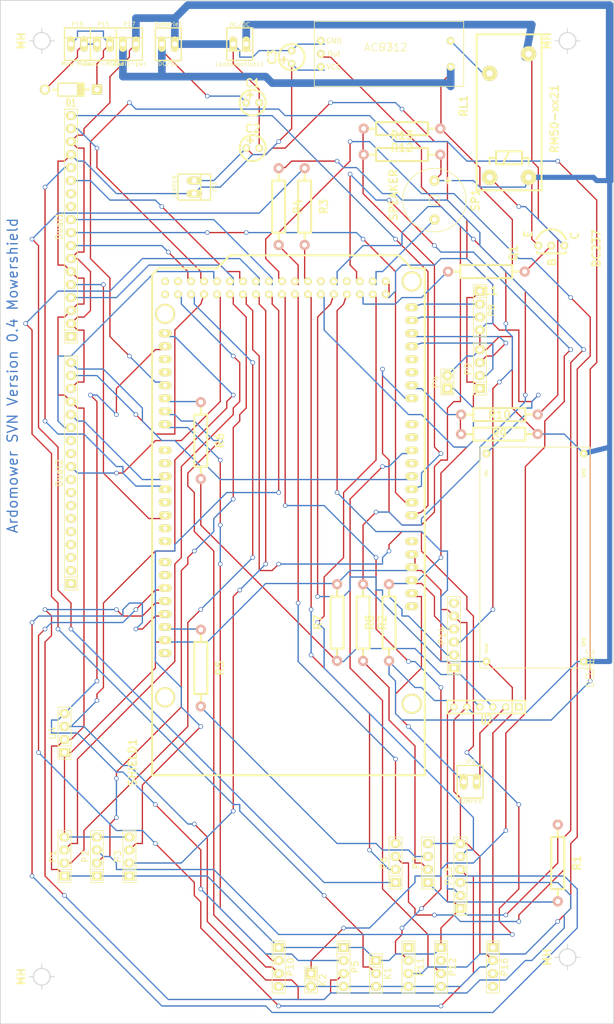
<source format=kicad_pcb>
(kicad_pcb (version 4) (host pcbnew "(2014-jul-16 BZR unknown)-product")
  (title_block (title "Ardumower Shield SVN Version") (date "05 Nov 2014") (rev e) (company StefanM))
  (layers (0 F.Cu signal) (31 B.Cu signal) (35 F.Paste user) (37 F.SilkS user) (39 F.Mask user) (44 Edge.Cuts user))
  (net 0 "")
  (net 1 GND)
  (net 2 +24V)
  (net 3 "Net-(C2-Pad1)")
  (net 4 "Net-(Dual1-Pad1)")
  (net 5 +5V)
  (net 6 pinMotorLeftDir)
  (net 7 pinMotorLeftPWM)
  (net 8 pinMotorLeftFault)
  (net 9 pinMotorLeftSense)
  (net 10 pinMotorEnable)
  (net 11 "Net-(Dual1-Pad11)")
  (net 12 "Net-(Dual1-Pad12)")
  (net 13 pinMotorRightDir)
  (net 14 pinMotorRightPWM)
  (net 15 pinMotorRightFault)
  (net 16 pinMotorRightSense)
  (net 17 "Net-(Dual2-Pad1)")
  (net 18 "Net-(Dual2-Pad2)")
  (net 19 "Net-(Dual2-Pad3)")
  (net 20 "Net-(Dual2-Pad4)")
  (net 21 "Net-(Dual2-Pad5)")
  (net 22 "Net-(Dual2-Pad6)")
  (net 23 "Net-(Dual2-Pad7)")
  (net 24 "Net-(Dual2-Pad8)")
  (net 25 "Net-(Dual2-Pad9)")
  (net 26 pinMotorMowEnable)
  (net 27 "Net-(Dual2-Pad11)")
  (net 28 "Net-(Dual2-Pad12)")
  (net 29 pinMotorMowDir)
  (net 30 pinMotorMowPWM)
  (net 31 pinMotorMowFault)
  (net 32 pinMotorMowSense)
  (net 33 +3.3V)
  (net 34 "Net-(JP2-Pad2)")
  (net 35 pinTilt)
  (net 36 pinButton)
  (net 37 "Net-(Ladeanschluss1-Pad1)")
  (net 38 pinSonarCenterTrigger)
  (net 39 pinSonarCenterEcho)
  (net 40 pinSonarRightTrigger)
  (net 41 pinSonarRightEcho)
  (net 42 pinSonarLeftTrigger)
  (net 43 pinSonarLeftEcho)
  (net 44 pinRain)
  (net 45 "Net-(P6-Pad1)")
  (net 46 pinLawnBackRecv)
  (net 47 "Net-(P6-Pad3)")
  (net 48 pinLawnFrontRecv)
  (net 49 pinOdometryRight)
  (net 50 pinOdometryRight2)
  (net 51 pinOdometryLeft)
  (net 52 pinOdometryLeft2)
  (net 53 GPS_RX)
  (net 54 GPS_TX)
  (net 55 "Net-(P11-Pad1)")
  (net 56 pinBumperRight)
  (net 57 pinBumperLeft)
  (net 58 "Net-(P12-Pad2)")
  (net 59 pinPerimeterLeft)
  (net 60 pinRemoteMow)
  (net 61 pinRemoteSteer)
  (net 62 pinRemoteSpeed)
  (net 63 pinUserSwitch1)
  (net 64 pinUserSwitch2)
  (net 65 pinUserSwitch3)
  (net 66 "Net-(Q1-PadB)")
  (net 67 "Net-(Q1-PadC)")
  (net 68 pinLawnBackSend)
  (net 69 pinLawnFrontSend)
  (net 70 TX2)
  (net 71 "Net-(R6-Pad2)")
  (net 72 RX2)
  (net 73 pinChargeVoltage)
  (net 74 pinChargingEnable)
  (net 75 pinBatteryVoltage)
  (net 76 "Net-(RL1-Pad11)")
  (net 77 pinMotorMowRpm)
  (net 78 "Net-(SHIELD1-Pad19)")
  (net 79 pinChargeCurrent)
  (net 80 "Net-(SHIELD1-PadAD7)")
  (net 81 "Net-(SHIELD1-PadAD6)")
  (net 82 "Net-(SHIELD1-PadAD10)")
  (net 83 "Net-(SHIELD1-PadAD11)")
  (net 84 "Net-(SHIELD1-PadAD4)")
  (net 85 "Net-(SHIELD1-PadV_IN)")
  (net 86 "Net-(SHIELD1-PadRST)")
  (net 87 "Net-(SHIELD1-Pad0)")
  (net 88 "Net-(SHIELD1-Pad1)")
  (net 89 "Net-(SHIELD1-Pad4)")
  (net 90 "Net-(SHIELD1-Pad6)")
  (net 91 "Net-(SHIELD1-Pad7)")
  (net 92 "Net-(SHIELD1-Pad8)")
  (net 93 "Net-(SHIELD1-Pad9)")
  (net 94 "Net-(SHIELD1-PadAREF)")
  (net 95 "Net-(SHIELD1-Pad23)")
  (net 96 "Net-(SHIELD1-Pad5V_4)")
  (net 97 "Net-(SHIELD1-Pad5V_5)")
  (net 98 "Net-(SHIELD1-Pad45)")
  (net 99 "Net-(SHIELD1-Pad49)")
  (net 100 pinRemoteSwitch)
  (net 101 pinBuzzer)
  (net 102 "Net-(U2-Pad1)")
  (net 103 LedPin-5v)
  (net 104 LedPin-24v)
  (net 105 Led-Status)
  (net 106 "Net-(D1-Pad1)")
  (net 107 "Net-(D1-Pad2)")
  (net 108 "Net-(R5-Pad1)")
  (net 109 SDA2)
  (net 110 SCL2)
  (module Capacitors_Elko_ThroughHole:Elko_vert_DM5_RM2-5 (layer F.Cu) (at 82.55 57.15)
    (fp_text reference C1 (at 0 -3.81) (layer F.SilkS) (effects (font (thickness 0.3048))))
    (fp_text value 10uF hide)
    (fp_line (start -1.0668 -1.524) (end 0 -1.524) (layer F.Cu) (width 0.381))
    (fp_line (start -0.508 -2.032) (end -0.508 -0.9906) (layer F.Cu) (width 0.381))
    (pad 2 thru_hole circle (at 1.27 0) (size 1.50114 1.50114) (drill 0.8001) (layers *.Cu *.Mask F.SilkS) (net 1 GND))
    (pad 1 thru_hole circle (at -1.27 0) (size 1.50114 1.50114) (drill 0.8001) (layers *.Cu *.Mask F.SilkS) (net 2 +24V))
  )
  (module Capacitors_Elko_ThroughHole:Elko_vert_DM5_RM2-5 (layer F.Cu) (at 82.55 66.04)
    (fp_text reference C2 (at 0 -3.81) (layer F.SilkS) (effects (font (thickness 0.3048))))
    (fp_text value 10uF hide)
    (fp_line (start -1.0668 -1.524) (end 0 -1.524) (layer F.Cu) (width 0.381))
    (fp_line (start -0.508 -2.032) (end -0.508 -0.9906) (layer F.Cu) (width 0.381))
    (pad 2 thru_hole circle (at 1.27 0) (size 1.50114 1.50114) (drill 0.8001) (layers *.Cu *.Mask F.SilkS) (net 1 GND))
    (pad 1 thru_hole circle (at -1.27 0) (size 1.50114 1.50114) (drill 0.8001) (layers *.Cu *.Mask F.SilkS) (net 3 "Net-(C2-Pad1)"))
  )
  (module Connect:PINHEAD1-2 (layer F.Cu) (at 71.12 73.66 270)
    (fp_text reference JP1 (at 0 -3.9 270) (layer F.SilkS) (effects (font (size 0.8 0.8) (thickness 0.12))))
    (fp_text value JUMPER (at 0 3.81 270) (layer F.SilkS) (effects (font (size 0.8 0.8) (thickness 0.12))))
    (pad 1 thru_hole oval (at -1.27 0 270) (size 1.50622 3.01498) (drill 0.99822) (layers *.Cu *.Mask F.SilkS) (net 3 "Net-(C2-Pad1)"))
    (pad 2 thru_hole oval (at 1.27 0 270) (size 1.50622 3.01498) (drill 0.99822) (layers *.Cu *.Mask F.SilkS) (net 5 +5V))
  )
  (module Connect:PINHEAD1-2 (layer F.Cu) (at 125.095 189.865)
    (fp_text reference JP2 (at 0 -3.9) (layer F.SilkS) (effects (font (size 0.8 0.8) (thickness 0.12))))
    (fp_text value JUMPER (at 0 3.81) (layer F.SilkS) (effects (font (size 0.8 0.8) (thickness 0.12))))
    (pad 1 thru_hole oval (at -1.27 0) (size 1.50622 3.01498) (drill 0.99822) (layers *.Cu *.Mask F.SilkS) (net 33 +3.3V))
    (pad 2 thru_hole oval (at 1.27 0) (size 1.50622 3.01498) (drill 0.99822) (layers *.Cu *.Mask F.SilkS) (net 34 "Net-(JP2-Pad2)"))
  )
  (module Pin_Headers:Pin_Header_Straight_1x03 (layer F.Cu) (at 106.68 227.33 270)
    (fp_text reference K1 (at 0 -2.286 270) (layer F.SilkS) (effects (font (size 1.27 1.27) (thickness 0.2032))))
    (fp_text value "Tilt sens" hide)
    (pad 1 thru_hole rect (at -2.54 0 270) (size 1.7272 2.032) (drill 1.016) (layers *.Cu *.Mask F.SilkS) (net 5 +5V))
    (pad 2 thru_hole oval (at 0 0 270) (size 1.7272 2.032) (drill 1.016) (layers *.Cu *.Mask F.SilkS) (net 35 pinTilt))
    (pad 3 thru_hole oval (at 2.54 0 270) (size 1.7272 2.032) (drill 1.016) (layers *.Cu *.Mask F.SilkS) (net 1 GND))
  )
  (module Pin_Headers:Pin_Header_Straight_1x04 (layer F.Cu) (at 45.72 204.47 90)
    (fp_text reference P1 (at 0 -2.286 90) (layer F.SilkS) (effects (font (size 1.27 1.27) (thickness 0.2032))))
    (fp_text value "Sonar C" hide)
    (pad 1 thru_hole rect (at -3.81 0 90) (size 1.7272 2.032) (drill 1.016) (layers *.Cu *.Mask F.SilkS) (net 5 +5V))
    (pad 2 thru_hole oval (at -1.27 0 90) (size 1.7272 2.032) (drill 1.016) (layers *.Cu *.Mask F.SilkS) (net 38 pinSonarCenterTrigger))
    (pad 3 thru_hole oval (at 1.27 0 90) (size 1.7272 2.032) (drill 1.016) (layers *.Cu *.Mask F.SilkS) (net 39 pinSonarCenterEcho))
    (pad 4 thru_hole oval (at 3.81 0 90) (size 1.7272 2.032) (drill 1.016) (layers *.Cu *.Mask F.SilkS) (net 1 GND))
  )
  (module Pin_Headers:Pin_Header_Straight_1x04 (layer F.Cu) (at 52.07 204.47 90)
    (fp_text reference P2 (at 0 -2.286 90) (layer F.SilkS) (effects (font (size 1.27 1.27) (thickness 0.2032))))
    (fp_text value "Sonar R" hide)
    (pad 1 thru_hole rect (at -3.81 0 90) (size 1.7272 2.032) (drill 1.016) (layers *.Cu *.Mask F.SilkS) (net 5 +5V))
    (pad 2 thru_hole oval (at -1.27 0 90) (size 1.7272 2.032) (drill 1.016) (layers *.Cu *.Mask F.SilkS) (net 40 pinSonarRightTrigger))
    (pad 3 thru_hole oval (at 1.27 0 90) (size 1.7272 2.032) (drill 1.016) (layers *.Cu *.Mask F.SilkS) (net 41 pinSonarRightEcho))
    (pad 4 thru_hole oval (at 3.81 0 90) (size 1.7272 2.032) (drill 1.016) (layers *.Cu *.Mask F.SilkS) (net 1 GND))
  )
  (module Pin_Headers:Pin_Header_Straight_1x04 (layer F.Cu) (at 58.42 204.47 90)
    (fp_text reference P3 (at 0 -2.286 90) (layer F.SilkS) (effects (font (size 1.27 1.27) (thickness 0.2032))))
    (fp_text value "Sonar L" hide)
    (pad 1 thru_hole rect (at -3.81 0 90) (size 1.7272 2.032) (drill 1.016) (layers *.Cu *.Mask F.SilkS) (net 5 +5V))
    (pad 2 thru_hole oval (at -1.27 0 90) (size 1.7272 2.032) (drill 1.016) (layers *.Cu *.Mask F.SilkS) (net 42 pinSonarLeftTrigger))
    (pad 3 thru_hole oval (at 1.27 0 90) (size 1.7272 2.032) (drill 1.016) (layers *.Cu *.Mask F.SilkS) (net 43 pinSonarLeftEcho))
    (pad 4 thru_hole oval (at 3.81 0 90) (size 1.7272 2.032) (drill 1.016) (layers *.Cu *.Mask F.SilkS) (net 1 GND))
  )
  (module Pin_Headers:Pin_Header_Straight_1x02 (layer F.Cu) (at 120.65 111.76 90)
    (fp_text reference P4 (at 0 -2.286 90) (layer F.SilkS) (effects (font (size 1.27 1.27) (thickness 0.2032))))
    (fp_text value Rain hide)
    (pad 1 thru_hole rect (at -1.27 0 90) (size 2.032 2.032) (drill 1.016) (layers *.Cu *.Mask F.SilkS) (net 44 pinRain))
    (pad 2 thru_hole oval (at 1.27 0 90) (size 2.032 2.032) (drill 1.016) (layers *.Cu *.Mask F.SilkS) (net 1 GND))
  )
  (module Pin_Headers:Pin_Header_Straight_1x04 (layer F.Cu) (at 100.33 226.06 270)
    (fp_text reference P5 (at 0 -2.286 270) (layer F.SilkS) (effects (font (size 1.27 1.27) (thickness 0.2032))))
    (fp_text value I2C hide)
    (pad 1 thru_hole rect (at -3.81 0 270) (size 1.7272 2.032) (drill 1.016) (layers *.Cu *.Mask F.SilkS) (net 5 +5V))
    (pad 2 thru_hole oval (at -1.27 0 270) (size 1.7272 2.032) (drill 1.016) (layers *.Cu *.Mask F.SilkS) (net 109 SDA2))
    (pad 3 thru_hole oval (at 1.27 0 270) (size 1.7272 2.032) (drill 1.016) (layers *.Cu *.Mask F.SilkS) (net 110 SCL2))
    (pad 4 thru_hole oval (at 3.81 0 270) (size 1.7272 2.032) (drill 1.016) (layers *.Cu *.Mask F.SilkS) (net 1 GND))
  )
  (module Pin_Headers:Pin_Header_Straight_1x04 (layer F.Cu) (at 110.49 205.74 90)
    (fp_text reference P6 (at 0 -2.286 90) (layer F.SilkS) (effects (font (size 1.27 1.27) (thickness 0.2032))))
    (fp_text value "Lawn sens" hide)
    (pad 1 thru_hole rect (at -3.81 0 90) (size 1.7272 2.032) (drill 1.016) (layers *.Cu *.Mask F.SilkS) (net 45 "Net-(P6-Pad1)"))
    (pad 2 thru_hole oval (at -1.27 0 90) (size 1.7272 2.032) (drill 1.016) (layers *.Cu *.Mask F.SilkS) (net 46 pinLawnBackRecv))
    (pad 3 thru_hole oval (at 1.27 0 90) (size 1.7272 2.032) (drill 1.016) (layers *.Cu *.Mask F.SilkS) (net 47 "Net-(P6-Pad3)"))
    (pad 4 thru_hole oval (at 3.81 0 90) (size 1.7272 2.032) (drill 1.016) (layers *.Cu *.Mask F.SilkS) (net 48 pinLawnFrontRecv))
  )
  (module Pin_Headers:Pin_Header_Straight_1x04 (layer F.Cu) (at 127 97.79 270)
    (fp_text reference P8 (at 0 -2.286 270) (layer F.SilkS) (effects (font (size 1.27 1.27) (thickness 0.2032))))
    (fp_text value "ODO Right" hide)
    (pad 1 thru_hole rect (at -3.81 0 270) (size 1.7272 2.032) (drill 1.016) (layers *.Cu *.Mask F.SilkS) (net 5 +5V))
    (pad 2 thru_hole oval (at -1.27 0 270) (size 1.7272 2.032) (drill 1.016) (layers *.Cu *.Mask F.SilkS) (net 49 pinOdometryRight))
    (pad 3 thru_hole oval (at 1.27 0 270) (size 1.7272 2.032) (drill 1.016) (layers *.Cu *.Mask F.SilkS) (net 50 pinOdometryRight2))
    (pad 4 thru_hole oval (at 3.81 0 270) (size 1.7272 2.032) (drill 1.016) (layers *.Cu *.Mask F.SilkS) (net 1 GND))
  )
  (module Pin_Headers:Pin_Header_Straight_1x04 (layer F.Cu) (at 87.63 226.06 270)
    (fp_text reference P10 (at 0 -2.286 270) (layer F.SilkS) (effects (font (size 1.27 1.27) (thickness 0.2032))))
    (fp_text value GPS hide)
    (pad 1 thru_hole rect (at -3.81 0 270) (size 1.7272 2.032) (drill 1.016) (layers *.Cu *.Mask F.SilkS) (net 5 +5V))
    (pad 2 thru_hole oval (at -1.27 0 270) (size 1.7272 2.032) (drill 1.016) (layers *.Cu *.Mask F.SilkS) (net 53 GPS_RX))
    (pad 3 thru_hole oval (at 1.27 0 270) (size 1.7272 2.032) (drill 1.016) (layers *.Cu *.Mask F.SilkS) (net 54 GPS_TX))
    (pad 4 thru_hole oval (at 3.81 0 270) (size 1.7272 2.032) (drill 1.016) (layers *.Cu *.Mask F.SilkS) (net 1 GND))
  )
  (module Pin_Headers:Pin_Header_Straight_1x04 (layer F.Cu) (at 113.03 226.06 270)
    (fp_text reference P11 (at 0 -2.286 270) (layer F.SilkS) (effects (font (size 1.27 1.27) (thickness 0.2032))))
    (fp_text value Bumper hide)
    (pad 1 thru_hole rect (at -3.81 0 270) (size 1.7272 2.032) (drill 1.016) (layers *.Cu *.Mask F.SilkS) (net 55 "Net-(P11-Pad1)"))
    (pad 2 thru_hole oval (at -1.27 0 270) (size 1.7272 2.032) (drill 1.016) (layers *.Cu *.Mask F.SilkS) (net 56 pinBumperRight))
    (pad 3 thru_hole oval (at 1.27 0 270) (size 1.7272 2.032) (drill 1.016) (layers *.Cu *.Mask F.SilkS) (net 57 pinBumperLeft))
    (pad 4 thru_hole oval (at 3.81 0 270) (size 1.7272 2.032) (drill 1.016) (layers *.Cu *.Mask F.SilkS) (net 1 GND))
  )
  (module Pin_Headers:Pin_Header_Straight_1x04 (layer F.Cu) (at 119.38 226.06 270)
    (fp_text reference P12 (at 0 -2.286 270) (layer F.SilkS) (effects (font (size 1.27 1.27) (thickness 0.2032))))
    (fp_text value Perimeter hide)
    (pad 1 thru_hole rect (at -3.81 0 270) (size 1.7272 2.032) (drill 1.016) (layers *.Cu *.Mask F.SilkS) (net 5 +5V))
    (pad 2 thru_hole oval (at -1.27 0 270) (size 1.7272 2.032) (drill 1.016) (layers *.Cu *.Mask F.SilkS) (net 58 "Net-(P12-Pad2)"))
    (pad 3 thru_hole oval (at 1.27 0 270) (size 1.7272 2.032) (drill 1.016) (layers *.Cu *.Mask F.SilkS) (net 59 pinPerimeterLeft))
    (pad 4 thru_hole oval (at 3.81 0 270) (size 1.7272 2.032) (drill 1.016) (layers *.Cu *.Mask F.SilkS) (net 1 GND))
  )
  (module Pin_Headers:Pin_Header_Straight_1x06 (layer F.Cu) (at 121.92 161.29 90)
    (fp_text reference P14 (at 0 -2.286 90) (layer F.SilkS) (effects (font (size 1.27 1.27) (thickness 0.2032))))
    (fp_text value "User switch" hide)
    (pad 1 thru_hole rect (at -6.35 0 90) (size 1.7272 2.032) (drill 1.016) (layers *.Cu *.Mask F.SilkS) (net 5 +5V))
    (pad 2 thru_hole oval (at -3.81 0 90) (size 1.7272 2.032) (drill 1.016) (layers *.Cu *.Mask F.SilkS) (net 63 pinUserSwitch1))
    (pad 3 thru_hole oval (at -1.27 0 90) (size 1.7272 2.032) (drill 1.016) (layers *.Cu *.Mask F.SilkS) (net 64 pinUserSwitch2))
    (pad 4 thru_hole oval (at 1.27 0 90) (size 1.7272 2.032) (drill 1.016) (layers *.Cu *.Mask F.SilkS) (net 65 pinUserSwitch3))
    (pad 5 thru_hole oval (at 3.81 0 90) (size 1.7272 2.032) (drill 1.016) (layers *.Cu *.Mask F.SilkS) (net 1 GND))
    (pad 6 thru_hole oval (at 6.35 0 90) (size 1.7272 2.032) (drill 1.016) (layers *.Cu *.Mask F.SilkS))
  )
  (module Housings_TO-92:TO-92-Bipolar-inline-wide-EBC (layer F.Cu) (at 140.97 85.09 90)
    (fp_text reference Q1 (at -1.4351 -7.4168 90) (layer F.SilkS) (effects (font (thickness 0.3048))))
    (fp_text value BC237 (at -0.5588 8.8138 90) (layer F.SilkS) (effects (font (thickness 0.3048))))
    (fp_text user E (at 2.2606 -4.5593 90) (layer F.SilkS) (effects (font (size 1.50114 1.50114) (thickness 0.29972))))
    (fp_text user B (at -3.2639 0.127 90) (layer F.SilkS) (effects (font (size 1.50114 1.50114) (thickness 0.29972))))
    (fp_text user C (at 1.9177 4.5847 90) (layer F.SilkS) (effects (font (size 1.50114 1.50114) (thickness 0.29972))))
    (pad B thru_hole circle (at 0 0 90) (size 1.524 1.524) (drill 0.8128) (layers *.Cu *.Mask F.SilkS) (net 66 "Net-(Q1-PadB)"))
    (pad C thru_hole circle (at 0 2.54 90) (size 1.524 1.524) (drill 0.8128) (layers *.Cu *.Mask F.SilkS) (net 67 "Net-(Q1-PadC)"))
    (pad E thru_hole circle (at 0 -2.54 90) (size 1.524 1.524) (drill 0.8128) (layers *.Cu *.Mask F.SilkS) (net 1 GND))
  )
  (module Resistors_ThroughHole:Resistor_Horizontal_RM15mm (layer F.Cu) (at 142.24 205.74 270)
    (fp_text reference R1 (at 0 -3.74904 270) (layer F.SilkS) (effects (font (thickness 0.3048))))
    (fp_text value 470r hide)
    (pad 1 thru_hole circle (at -7.5 0 270) (size 1.99898 1.99898) (drill 1.00076) (layers *.Cu *.SilkS *.Mask) (net 5 +5V))
    (pad 2 thru_hole circle (at 7.5 0 270) (size 1.99898 1.99898) (drill 1.00076) (layers *.Cu *.SilkS *.Mask) (net 103 LedPin-5v))
  )
  (module Resistors_ThroughHole:Resistor_Horizontal_RM15mm (layer F.Cu) (at 104.14 158.75 270)
    (fp_text reference R2 (at 0 -3.74904 270) (layer F.SilkS) (effects (font (thickness 0.3048))))
    (fp_text value 2k2 hide)
    (pad 1 thru_hole circle (at -7.5 0 270) (size 1.99898 1.99898) (drill 1.00076) (layers *.Cu *.SilkS *.Mask) (net 2 +24V))
    (pad 2 thru_hole circle (at 7.5 0 270) (size 1.99898 1.99898) (drill 1.00076) (layers *.Cu *.SilkS *.Mask) (net 104 LedPin-24v))
  )
  (module Resistors_ThroughHole:Resistor_Horizontal_RM15mm (layer F.Cu) (at 92.71 77.47 270)
    (fp_text reference R3 (at 0 -3.74904 270) (layer F.SilkS) (effects (font (thickness 0.3048))))
    (fp_text value 2M2 hide)
    (pad 1 thru_hole circle (at -7.5 0 270) (size 1.99898 1.99898) (drill 1.00076) (layers *.Cu *.SilkS *.Mask) (net 45 "Net-(P6-Pad1)"))
    (pad 2 thru_hole circle (at 7.5 0 270) (size 1.99898 1.99898) (drill 1.00076) (layers *.Cu *.SilkS *.Mask) (net 68 pinLawnBackSend))
  )
  (module Resistors_ThroughHole:Resistor_Horizontal_RM15mm (layer F.Cu) (at 87.63 77.47 270)
    (fp_text reference R4 (at 0 -3.74904 270) (layer F.SilkS) (effects (font (thickness 0.3048))))
    (fp_text value 2M2 hide)
    (pad 1 thru_hole circle (at -7.5 0 270) (size 1.99898 1.99898) (drill 1.00076) (layers *.Cu *.SilkS *.Mask) (net 47 "Net-(P6-Pad3)"))
    (pad 2 thru_hole circle (at 7.5 0 270) (size 1.99898 1.99898) (drill 1.00076) (layers *.Cu *.SilkS *.Mask) (net 69 pinLawnFrontSend))
  )
  (module Resistors_ThroughHole:Resistor_Horizontal_RM15mm (layer F.Cu) (at 72.39 123.19 270)
    (fp_text reference R6 (at 0 -3.74904 270) (layer F.SilkS) (effects (font (thickness 0.3048))))
    (fp_text value 470R hide)
    (pad 1 thru_hole circle (at -7.5 0 270) (size 1.99898 1.99898) (drill 1.00076) (layers *.Cu *.SilkS *.Mask) (net 70 TX2))
    (pad 2 thru_hole circle (at 7.5 0 270) (size 1.99898 1.99898) (drill 1.00076) (layers *.Cu *.SilkS *.Mask) (net 71 "Net-(R6-Pad2)"))
  )
  (module Resistors_ThroughHole:Resistor_Horizontal_RM15mm (layer F.Cu) (at 99.06 158.75 90)
    (fp_text reference R7 (at 0 -3.74904 90) (layer F.SilkS) (effects (font (thickness 0.3048))))
    (fp_text value 1K hide)
    (pad 1 thru_hole circle (at -7.5 0 90) (size 1.99898 1.99898) (drill 1.00076) (layers *.Cu *.SilkS *.Mask) (net 71 "Net-(R6-Pad2)"))
    (pad 2 thru_hole circle (at 7.5 0 90) (size 1.99898 1.99898) (drill 1.00076) (layers *.Cu *.SilkS *.Mask) (net 1 GND))
  )
  (module Resistors_ThroughHole:Resistor_Horizontal_RM15mm (layer F.Cu) (at 109.22 158.75 90)
    (fp_text reference R8 (at 0 -3.74904 90) (layer F.SilkS) (effects (font (thickness 0.3048))))
    (fp_text value 1K hide)
    (pad 1 thru_hole circle (at -7.5 0 90) (size 1.99898 1.99898) (drill 1.00076) (layers *.Cu *.SilkS *.Mask) (net 72 RX2))
    (pad 2 thru_hole circle (at 7.5 0 90) (size 1.99898 1.99898) (drill 1.00076) (layers *.Cu *.SilkS *.Mask) (net 5 +5V))
  )
  (module Resistors_ThroughHole:Resistor_Horizontal_RM15mm (layer F.Cu) (at 130.81 118.11 180)
    (fp_text reference R9 (at 0 -3.74904 180) (layer F.SilkS) (effects (font (thickness 0.3048))))
    (fp_text value 47K hide)
    (pad 1 thru_hole circle (at -7.5 0 180) (size 1.99898 1.99898) (drill 1.00076) (layers *.Cu *.SilkS *.Mask) (net 37 "Net-(Ladeanschluss1-Pad1)"))
    (pad 2 thru_hole circle (at 7.5 0 180) (size 1.99898 1.99898) (drill 1.00076) (layers *.Cu *.SilkS *.Mask) (net 73 pinChargeVoltage))
  )
  (module Resistors_ThroughHole:Resistor_Horizontal_RM15mm (layer F.Cu) (at 130.81 121.92)
    (fp_text reference R10 (at 0 -3.74904) (layer F.SilkS) (effects (font (thickness 0.3048))))
    (fp_text value 5K hide)
    (pad 1 thru_hole circle (at -7.5 0) (size 1.99898 1.99898) (drill 1.00076) (layers *.Cu *.SilkS *.Mask) (net 73 pinChargeVoltage))
    (pad 2 thru_hole circle (at 7.5 0) (size 1.99898 1.99898) (drill 1.00076) (layers *.Cu *.SilkS *.Mask) (net 1 GND))
  )
  (module Resistors_ThroughHole:Resistor_Horizontal_RM15mm (layer F.Cu) (at 128.27 90.17 180)
    (fp_text reference R11 (at 0 -3.74904 180) (layer F.SilkS) (effects (font (thickness 0.3048))))
    (fp_text value 2k2 hide)
    (pad 1 thru_hole circle (at -7.5 0 180) (size 1.99898 1.99898) (drill 1.00076) (layers *.Cu *.SilkS *.Mask) (net 66 "Net-(Q1-PadB)"))
    (pad 2 thru_hole circle (at 7.5 0 180) (size 1.99898 1.99898) (drill 1.00076) (layers *.Cu *.SilkS *.Mask) (net 74 pinChargingEnable))
  )
  (module Resistors_ThroughHole:Resistor_Horizontal_RM15mm (layer F.Cu) (at 111.76 62.23 180)
    (fp_text reference R12 (at 0 -3.74904 180) (layer F.SilkS) (effects (font (thickness 0.3048))))
    (fp_text value 47K hide)
    (pad 1 thru_hole circle (at -7.5 0 180) (size 1.99898 1.99898) (drill 1.00076) (layers *.Cu *.SilkS *.Mask) (net 2 +24V))
    (pad 2 thru_hole circle (at 7.5 0 180) (size 1.99898 1.99898) (drill 1.00076) (layers *.Cu *.SilkS *.Mask) (net 75 pinBatteryVoltage))
  )
  (module Resistors_ThroughHole:Resistor_Horizontal_RM15mm (layer F.Cu) (at 111.76 67.31)
    (fp_text reference R13 (at 0 -3.74904) (layer F.SilkS) (effects (font (thickness 0.3048))))
    (fp_text value 5K hide)
    (pad 1 thru_hole circle (at -7.5 0) (size 1.99898 1.99898) (drill 1.00076) (layers *.Cu *.SilkS *.Mask) (net 75 pinBatteryVoltage))
    (pad 2 thru_hole circle (at 7.5 0) (size 1.99898 1.99898) (drill 1.00076) (layers *.Cu *.SilkS *.Mask) (net 1 GND))
  )
  (module Relays_ThroughHole:Relais_SPDT_Schrack-RP-II-1_RM3-5mm (layer F.Cu) (at 136.525 71.755 90)
    (fp_text reference RL1 (at 13.97 -12.7 90) (layer F.SilkS) (effects (font (thickness 0.3048))))
    (fp_text value RM50-xx21 (at 11.43 5.08 90) (layer F.SilkS) (effects (font (thickness 0.3048))))
    (pad A1 thru_hole circle (at 0 -7.62 90) (size 2.99974 2.99974) (drill 1.19888) (layers *.Cu *.Mask F.SilkS) (net 67 "Net-(Q1-PadC)"))
    (pad A2 thru_hole circle (at 0 0 90) (size 2.99974 2.99974) (drill 1.19888) (layers *.Cu *.Mask F.SilkS) (net 1 GND))
    (pad 11 thru_hole circle (at 20.32 -7.62 90) (size 2.99974 2.99974) (drill 1.19888) (layers *.Cu *.Mask F.SilkS) (net 76 "Net-(RL1-Pad11)"))
    (pad 14 thru_hole circle (at 24.13 0 90) (size 2.99974 2.99974) (drill 1.19888) (layers *.Cu *.Mask F.SilkS) (net 37 "Net-(Ladeanschluss1-Pad1)"))
  )
  (module "Arduino Mega Shield:ARDUINO MEGA SHIELD" (layer F.Cu) (at 116.205 188.595 90)
    (fp_text reference SHIELD1 (at 2.54 -57.15 90) (layer F.SilkS) (effects (font (thickness 0.3048))))
    (fp_text value ARDUINO_MEGA_SHIELD hide)
    (pad 14 thru_hole oval (at 68.58 -50.8 180) (size 2.54 1.524) (drill 0.8128) (layers *.Cu *.Mask F.SilkS) (net 53 GPS_RX))
    (pad 15 thru_hole oval (at 71.12 -50.8 180) (size 2.54 1.524) (drill 0.8128) (layers *.Cu *.Mask F.SilkS) (net 54 GPS_TX))
    (pad 16 thru_hole oval (at 73.66 -50.8 180) (size 2.54 1.524) (drill 0.8128) (layers *.Cu *.Mask F.SilkS) (net 70 TX2))
    (pad 17 thru_hole oval (at 76.2 -50.8 180) (size 2.54 1.524) (drill 0.8128) (layers *.Cu *.Mask F.SilkS) (net 72 RX2))
    (pad 18 thru_hole oval (at 78.74 -50.8 180) (size 2.54 1.524) (drill 0.8128) (layers *.Cu *.Mask F.SilkS) (net 77 pinMotorMowRpm))
    (pad 19 thru_hole oval (at 81.28 -50.8 180) (size 2.54 1.524) (drill 0.8128) (layers *.Cu *.Mask F.SilkS) (net 78 "Net-(SHIELD1-Pad19)"))
    (pad 20 thru_hole oval (at 83.82 -50.8 180) (size 2.54 1.524) (drill 0.8128) (layers *.Cu *.Mask F.SilkS) (net 109 SDA2))
    (pad 21 thru_hole oval (at 86.36 -50.8 180) (size 2.54 1.524) (drill 0.8128) (layers *.Cu *.Mask F.SilkS) (net 110 SCL2))
    (pad AD15 thru_hole oval (at 91.44 -2.54 180) (size 2.54 1.524) (drill 0.8128) (layers *.Cu *.Mask F.SilkS) (net 49 pinOdometryRight))
    (pad AD14 thru_hole oval (at 88.9 -2.54 180) (size 2.54 1.524) (drill 0.8128) (layers *.Cu *.Mask F.SilkS) (net 50 pinOdometryRight2))
    (pad AD13 thru_hole oval (at 86.36 -2.54 180) (size 2.54 1.524) (drill 0.8128) (layers *.Cu *.Mask F.SilkS) (net 52 pinOdometryLeft2))
    (pad AD12 thru_hole oval (at 83.82 -2.54 180) (size 2.54 1.524) (drill 0.8128) (layers *.Cu *.Mask F.SilkS) (net 51 pinOdometryLeft))
    (pad AD8 thru_hole oval (at 73.66 -2.54 180) (size 2.54 1.524) (drill 0.8128) (layers *.Cu *.Mask F.SilkS) (net 79 pinChargeCurrent))
    (pad AD7 thru_hole oval (at 68.58 -2.54 180) (size 2.54 1.524) (drill 0.8128) (layers *.Cu *.Mask F.SilkS) (net 80 "Net-(SHIELD1-PadAD7)"))
    (pad AD6 thru_hole oval (at 66.04 -2.54 180) (size 2.54 1.524) (drill 0.8128) (layers *.Cu *.Mask F.SilkS) (net 81 "Net-(SHIELD1-PadAD6)"))
    (pad AD9 thru_hole oval (at 76.2 -2.54 180) (size 2.54 1.524) (drill 0.8128) (layers *.Cu *.Mask F.SilkS) (net 73 pinChargeVoltage))
    (pad AD10 thru_hole oval (at 78.74 -2.54 180) (size 2.54 1.524) (drill 0.8128) (layers *.Cu *.Mask F.SilkS) (net 82 "Net-(SHIELD1-PadAD10)"))
    (pad AD11 thru_hole oval (at 81.28 -2.54 180) (size 2.54 1.524) (drill 0.8128) (layers *.Cu *.Mask F.SilkS) (net 83 "Net-(SHIELD1-PadAD11)"))
    (pad AD5 thru_hole oval (at 63.5 -2.54 180) (size 2.54 1.524) (drill 0.8128) (layers *.Cu *.Mask F.SilkS) (net 59 pinPerimeterLeft))
    (pad AD4 thru_hole oval (at 60.96 -2.54 180) (size 2.54 1.524) (drill 0.8128) (layers *.Cu *.Mask F.SilkS) (net 84 "Net-(SHIELD1-PadAD4)"))
    (pad AD3 thru_hole oval (at 58.42 -2.54 180) (size 2.54 1.524) (drill 0.8128) (layers *.Cu *.Mask F.SilkS) (net 32 pinMotorMowSense))
    (pad AD0 thru_hole oval (at 50.8 -2.54 180) (size 2.54 1.524) (drill 0.8128) (layers *.Cu *.Mask F.SilkS) (net 16 pinMotorRightSense))
    (pad AD1 thru_hole oval (at 53.34 -2.54 180) (size 2.54 1.524) (drill 0.8128) (layers *.Cu *.Mask F.SilkS) (net 9 pinMotorLeftSense))
    (pad AD2 thru_hole oval (at 55.88 -2.54 180) (size 2.54 1.524) (drill 0.8128) (layers *.Cu *.Mask F.SilkS) (net 75 pinBatteryVoltage))
    (pad V_IN thru_hole oval (at 45.72 -2.54 180) (size 2.54 1.524) (drill 0.8128) (layers *.Cu *.Mask F.SilkS) (net 85 "Net-(SHIELD1-PadV_IN)"))
    (pad GND2 thru_hole oval (at 43.18 -2.54 180) (size 2.54 1.524) (drill 0.8128) (layers *.Cu *.Mask F.SilkS) (net 1 GND))
    (pad GND1 thru_hole oval (at 40.64 -2.54 180) (size 2.54 1.524) (drill 0.8128) (layers *.Cu *.Mask F.SilkS) (net 1 GND))
    (pad 3V3 thru_hole oval (at 35.56 -2.54 180) (size 2.54 1.524) (drill 0.8128) (layers *.Cu *.Mask F.SilkS) (net 33 +3.3V))
    (pad RST thru_hole oval (at 33.02 -2.54 180) (size 2.54 1.524) (drill 0.8128) (layers *.Cu *.Mask F.SilkS) (net 86 "Net-(SHIELD1-PadRST)"))
    (pad 0 thru_hole oval (at 63.5 -50.8 180) (size 2.54 1.524) (drill 0.8128) (layers *.Cu *.Mask F.SilkS) (net 87 "Net-(SHIELD1-Pad0)"))
    (pad 1 thru_hole oval (at 60.96 -50.8 180) (size 2.54 1.524) (drill 0.8128) (layers *.Cu *.Mask F.SilkS) (net 88 "Net-(SHIELD1-Pad1)"))
    (pad 2 thru_hole oval (at 58.42 -50.8 180) (size 2.54 1.524) (drill 0.8128) (layers *.Cu *.Mask F.SilkS) (net 30 pinMotorMowPWM))
    (pad 3 thru_hole oval (at 55.88 -50.8 180) (size 2.54 1.524) (drill 0.8128) (layers *.Cu *.Mask F.SilkS) (net 14 pinMotorRightPWM))
    (pad 4 thru_hole oval (at 53.34 -50.8 180) (size 2.54 1.524) (drill 0.8128) (layers *.Cu *.Mask F.SilkS) (net 89 "Net-(SHIELD1-Pad4)"))
    (pad 5 thru_hole oval (at 50.8 -50.8 180) (size 2.54 1.524) (drill 0.8128) (layers *.Cu *.Mask F.SilkS) (net 7 pinMotorLeftPWM))
    (pad 6 thru_hole oval (at 48.26 -50.8 180) (size 2.54 1.524) (drill 0.8128) (layers *.Cu *.Mask F.SilkS) (net 90 "Net-(SHIELD1-Pad6)"))
    (pad 7 thru_hole oval (at 45.72 -50.8 180) (size 2.54 1.524) (drill 0.8128) (layers *.Cu *.Mask F.SilkS) (net 91 "Net-(SHIELD1-Pad7)"))
    (pad 8 thru_hole oval (at 41.656 -50.8 180) (size 2.54 1.524) (drill 0.8128) (layers *.Cu *.Mask F.SilkS) (net 92 "Net-(SHIELD1-Pad8)"))
    (pad 9 thru_hole oval (at 39.116 -50.8 180) (size 2.54 1.524) (drill 0.8128) (layers *.Cu *.Mask F.SilkS) (net 93 "Net-(SHIELD1-Pad9)"))
    (pad 10 thru_hole oval (at 36.576 -50.8 180) (size 2.54 1.524) (drill 0.8128) (layers *.Cu *.Mask F.SilkS) (net 62 pinRemoteSpeed))
    (pad 11 thru_hole oval (at 34.036 -50.8 180) (size 2.54 1.524) (drill 0.8128) (layers *.Cu *.Mask F.SilkS) (net 61 pinRemoteSteer))
    (pad 12 thru_hole oval (at 31.496 -50.8 180) (size 2.54 1.524) (drill 0.8128) (layers *.Cu *.Mask F.SilkS) (net 60 pinRemoteMow))
    (pad 13 thru_hole oval (at 28.956 -50.8 180) (size 2.54 1.524) (drill 0.8128) (layers *.Cu *.Mask F.SilkS) (net 108 "Net-(R5-Pad1)"))
    (pad GND3 thru_hole oval (at 26.416 -50.8 180) (size 2.54 1.524) (drill 0.8128) (layers *.Cu *.Mask F.SilkS) (net 1 GND))
    (pad AREF thru_hole oval (at 23.876 -50.8 180) (size 2.54 1.524) (drill 0.8128) (layers *.Cu *.Mask F.SilkS) (net 94 "Net-(SHIELD1-PadAREF)"))
    (pad 5V thru_hole oval (at 38.1 -2.54 180) (size 2.54 1.524) (drill 0.8128) (layers *.Cu *.Mask F.SilkS) (net 5 +5V))
    (pad "" thru_hole circle (at 96.52 -2.54 180) (size 3.937 3.937) (drill 3.175) (layers *.Cu *.Mask F.SilkS))
    (pad "" thru_hole circle (at 90.17 -50.8 180) (size 3.937 3.937) (drill 3.175) (layers *.Cu *.Mask F.SilkS))
    (pad "" thru_hole circle (at 15.24 -50.8 180) (size 3.937 3.937) (drill 3.175) (layers *.Cu *.Mask F.SilkS))
    (pad "" thru_hole circle (at 13.97 -2.54 180) (size 3.937 3.937) (drill 3.175) (layers *.Cu *.Mask F.SilkS))
    (pad 22 thru_hole circle (at 93.98 -48.26 90) (size 1.524 1.524) (drill 0.8128) (layers *.Cu *.Mask F.SilkS) (net 39 pinSonarCenterEcho))
    (pad 23 thru_hole circle (at 96.52 -48.26 90) (size 1.524 1.524) (drill 0.8128) (layers *.Cu *.Mask F.SilkS) (net 95 "Net-(SHIELD1-Pad23)"))
    (pad 24 thru_hole circle (at 93.98 -45.72 90) (size 1.524 1.524) (drill 0.8128) (layers *.Cu *.Mask F.SilkS) (net 38 pinSonarCenterTrigger))
    (pad 25 thru_hole circle (at 96.52 -45.72 90) (size 1.524 1.524) (drill 0.8128) (layers *.Cu *.Mask F.SilkS) (net 8 pinMotorLeftFault))
    (pad 26 thru_hole circle (at 93.98 -43.18 90) (size 1.524 1.524) (drill 0.8128) (layers *.Cu *.Mask F.SilkS) (net 31 pinMotorMowFault))
    (pad 27 thru_hole circle (at 96.52 -43.18 90) (size 1.524 1.524) (drill 0.8128) (layers *.Cu *.Mask F.SilkS) (net 15 pinMotorRightFault))
    (pad 28 thru_hole circle (at 93.98 -40.64 90) (size 1.524 1.524) (drill 0.8128) (layers *.Cu *.Mask F.SilkS) (net 26 pinMotorMowEnable))
    (pad 29 thru_hole circle (at 96.52 -40.64 90) (size 1.524 1.524) (drill 0.8128) (layers *.Cu *.Mask F.SilkS) (net 29 pinMotorMowDir))
    (pad 5V_4 thru_hole circle (at 93.98 -50.8 90) (size 1.524 1.524) (drill 0.8128) (layers *.Cu *.Mask F.SilkS) (net 96 "Net-(SHIELD1-Pad5V_4)"))
    (pad 5V_5 thru_hole circle (at 96.52 -50.8 90) (size 1.524 1.524) (drill 0.8128) (layers *.Cu *.Mask F.SilkS) (net 97 "Net-(SHIELD1-Pad5V_5)"))
    (pad 31 thru_hole circle (at 96.52 -38.1 90) (size 1.524 1.524) (drill 0.8128) (layers *.Cu *.Mask F.SilkS) (net 6 pinMotorLeftDir))
    (pad 30 thru_hole circle (at 93.98 -38.1 90) (size 1.524 1.524) (drill 0.8128) (layers *.Cu *.Mask F.SilkS) (net 40 pinSonarRightTrigger))
    (pad 32 thru_hole circle (at 93.98 -35.56 90) (size 1.524 1.524) (drill 0.8128) (layers *.Cu *.Mask F.SilkS) (net 41 pinSonarRightEcho))
    (pad 33 thru_hole circle (at 96.52 -35.56 90) (size 1.524 1.524) (drill 0.8128) (layers *.Cu *.Mask F.SilkS) (net 13 pinMotorRightDir))
    (pad 34 thru_hole circle (at 93.98 -33.02 90) (size 1.524 1.524) (drill 0.8128) (layers *.Cu *.Mask F.SilkS) (net 42 pinSonarLeftTrigger))
    (pad 35 thru_hole circle (at 96.52 -33.02 90) (size 1.524 1.524) (drill 0.8128) (layers *.Cu *.Mask F.SilkS) (net 35 pinTilt))
    (pad 36 thru_hole circle (at 93.98 -30.48 90) (size 1.524 1.524) (drill 0.8128) (layers *.Cu *.Mask F.SilkS) (net 43 pinSonarLeftEcho))
    (pad 37 thru_hole circle (at 96.52 -30.48 90) (size 1.524 1.524) (drill 0.8128) (layers *.Cu *.Mask F.SilkS) (net 10 pinMotorEnable))
    (pad 38 thru_hole circle (at 93.98 -27.94 90) (size 1.524 1.524) (drill 0.8128) (layers *.Cu *.Mask F.SilkS) (net 56 pinBumperRight))
    (pad 39 thru_hole circle (at 96.52 -27.94 90) (size 1.524 1.524) (drill 0.8128) (layers *.Cu *.Mask F.SilkS) (net 57 pinBumperLeft))
    (pad 40 thru_hole circle (at 93.98 -25.4 90) (size 1.524 1.524) (drill 0.8128) (layers *.Cu *.Mask F.SilkS) (net 48 pinLawnFrontRecv))
    (pad 41 thru_hole circle (at 96.52 -25.4 90) (size 1.524 1.524) (drill 0.8128) (layers *.Cu *.Mask F.SilkS) (net 69 pinLawnFrontSend))
    (pad 42 thru_hole circle (at 93.98 -22.86 90) (size 1.524 1.524) (drill 0.8128) (layers *.Cu *.Mask F.SilkS) (net 46 pinLawnBackRecv))
    (pad 43 thru_hole circle (at 96.52 -22.86 90) (size 1.524 1.524) (drill 0.8128) (layers *.Cu *.Mask F.SilkS) (net 68 pinLawnBackSend))
    (pad 44 thru_hole circle (at 93.98 -20.32 90) (size 1.524 1.524) (drill 0.8128) (layers *.Cu *.Mask F.SilkS) (net 44 pinRain))
    (pad 45 thru_hole circle (at 96.52 -20.32 90) (size 1.524 1.524) (drill 0.8128) (layers *.Cu *.Mask F.SilkS) (net 98 "Net-(SHIELD1-Pad45)"))
    (pad 46 thru_hole circle (at 93.98 -17.78 90) (size 1.524 1.524) (drill 0.8128) (layers *.Cu *.Mask F.SilkS) (net 63 pinUserSwitch1))
    (pad 47 thru_hole circle (at 96.52 -17.78 90) (size 1.524 1.524) (drill 0.8128) (layers *.Cu *.Mask F.SilkS) (net 64 pinUserSwitch2))
    (pad 48 thru_hole circle (at 93.98 -15.24 90) (size 1.524 1.524) (drill 0.8128) (layers *.Cu *.Mask F.SilkS) (net 65 pinUserSwitch3))
    (pad 49 thru_hole circle (at 96.52 -15.24 90) (size 1.524 1.524) (drill 0.8128) (layers *.Cu *.Mask F.SilkS) (net 99 "Net-(SHIELD1-Pad49)"))
    (pad 50 thru_hole circle (at 93.98 -12.7 90) (size 1.524 1.524) (drill 0.8128) (layers *.Cu *.Mask F.SilkS) (net 74 pinChargingEnable))
    (pad 51 thru_hole circle (at 96.52 -12.7 90) (size 1.524 1.524) (drill 0.8128) (layers *.Cu *.Mask F.SilkS) (net 36 pinButton))
    (pad 52 thru_hole circle (at 93.98 -10.16 90) (size 1.524 1.524) (drill 0.8128) (layers *.Cu *.Mask F.SilkS) (net 100 pinRemoteSwitch))
    (pad 53 thru_hole circle (at 96.52 -10.16 90) (size 1.524 1.524) (drill 0.8128) (layers *.Cu *.Mask F.SilkS) (net 101 pinBuzzer))
    (pad GND4 thru_hole circle (at 93.98 -7.62 90) (size 1.524 1.524) (drill 0.8128) (layers *.Cu *.Mask F.SilkS) (net 1 GND))
    (pad GND5 thru_hole circle (at 96.52 -7.62 90) (size 1.524 1.524) (drill 0.8128) (layers *.Cu *.Mask F.SilkS) (net 1 GND))
  )
  (module Buzzers_Beepers:Buzzer_12x9.5RM7.6 (layer F.Cu) (at 118.11 76.2 270)
    (fp_text reference SP1 (at 0 -8.001 270) (layer F.SilkS) (effects (font (thickness 0.3048))))
    (fp_text value SPEAKER (at -1.00076 8.001 270) (layer F.SilkS) (effects (font (thickness 0.3048))))
    (fp_text user + (at -3.81 -2.54 270) (layer F.SilkS) (effects (font (thickness 0.3048))))
    (pad 1 thru_hole circle (at -3.79984 0 270) (size 2 2) (drill 1.00076) (layers *.Cu *.Mask F.SilkS) (net 1 GND))
    (pad 2 thru_hole circle (at 3.79984 0 270) (size 2 2) (drill 1.00076) (layers *.Cu *.Mask F.SilkS) (net 101 pinBuzzer))
  )
  (module Connect:SIL-6 (layer F.Cu) (at 128.27 175.26 180)
    (fp_text reference U2 (at 0 -2.54 180) (layer F.SilkS) (effects (font (size 1.72974 1.08712) (thickness 0.3048))))
    (fp_text value HC05_Bluetooth hide)
    (pad 1 thru_hole rect (at -6.35 0 180) (size 1.397 1.397) (drill 0.8128) (layers *.Cu *.Mask F.SilkS) (net 102 "Net-(U2-Pad1)"))
    (pad 2 thru_hole circle (at -3.81 0 180) (size 1.397 1.397) (drill 0.8128) (layers *.Cu *.Mask F.SilkS) (net 34 "Net-(JP2-Pad2)"))
    (pad 3 thru_hole circle (at -1.27 0 180) (size 1.397 1.397) (drill 0.8128) (layers *.Cu *.Mask F.SilkS) (net 71 "Net-(R6-Pad2)"))
    (pad 4 thru_hole circle (at 1.27 0 180) (size 1.397 1.397) (drill 0.8128) (layers *.Cu *.Mask F.SilkS) (net 72 RX2))
    (pad 5 thru_hole circle (at 3.81 0 180) (size 1.397 1.397) (drill 0.8128) (layers *.Cu *.Mask F.SilkS) (net 1 GND))
    (pad 6 thru_hole circle (at 6.35 0 180) (size 1.397 1.397) (drill 0.8128) (layers *.Cu *.Mask F.SilkS) (net 5 +5V))
  )
  (module Pin_Headers:Pin_Header_Straight_1x06 (layer F.Cu) (at 123.19 208.28 90)
    (fp_text reference P13 (at 0 -2.286 90) (layer F.SilkS) (effects (font (size 1.27 1.27) (thickness 0.2032))))
    (fp_text value "RC Remote" hide)
    (pad 1 thru_hole rect (at -6.35 0 90) (size 1.7272 2.032) (drill 1.016) (layers *.Cu *.Mask F.SilkS) (net 5 +5V))
    (pad 2 thru_hole oval (at -3.81 0 90) (size 1.7272 2.032) (drill 1.016) (layers *.Cu *.Mask F.SilkS) (net 60 pinRemoteMow))
    (pad 3 thru_hole oval (at -1.27 0 90) (size 1.7272 2.032) (drill 1.016) (layers *.Cu *.Mask F.SilkS) (net 61 pinRemoteSteer))
    (pad 4 thru_hole oval (at 1.27 0 90) (size 1.7272 2.032) (drill 1.016) (layers *.Cu *.Mask F.SilkS) (net 62 pinRemoteSpeed))
    (pad 5 thru_hole oval (at 3.81 0 90) (size 1.7272 2.032) (drill 1.016) (layers *.Cu *.Mask F.SilkS) (net 100 pinRemoteSwitch))
    (pad 6 thru_hole oval (at 6.35 0 90) (size 1.7272 2.032) (drill 1.016) (layers *.Cu *.Mask F.SilkS) (net 1 GND))
  )
  (module Pin_Headers:Pin_Header_Straight_1x04 (layer F.Cu) (at 129.54 226.06 270)
    (fp_text reference P16 (at 0 -2.286 270) (layer F.SilkS) (effects (font (size 1.27 1.27) (thickness 0.2032))))
    (fp_text value Dual2-pwr hide)
    (pad 1 thru_hole rect (at -3.81 0 270) (size 1.7272 2.032) (drill 1.016) (layers *.Cu *.Mask F.SilkS) (net 2 +24V))
    (pad 2 thru_hole oval (at -1.27 0 270) (size 1.7272 2.032) (drill 1.016) (layers *.Cu *.Mask F.SilkS) (net 1 GND))
    (pad 3 thru_hole oval (at 1.27 0 270) (size 1.7272 2.032) (drill 1.016) (layers *.Cu *.Mask F.SilkS))
    (pad 4 thru_hole oval (at 3.81 0 270) (size 1.7272 2.032) (drill 1.016) (layers *.Cu *.Mask F.SilkS))
  )
  (module Mounting_Holes:MountingHole_3mm (layer F.Cu) (at 144.145 224.155 90)
    (fp_text reference MH (at 0 -4.0005 90) (layer F.SilkS) (effects (font (thickness 0.3048))))
    (fp_text value MountingHole_3mm_RevA_Date21Jun2010 hide)
    (pad 1 thru_hole circle (at 0 0 90) (size 2.99974 2.99974) (drill 2.99974) (layers))
  )
  (module Mounting_Holes:MountingHole_3mm (layer F.Cu) (at 144.145 45.085 90)
    (fp_text reference MH (at 0 -4.0005 90) (layer F.SilkS) (effects (font (thickness 0.3048))))
    (fp_text value MountingHole_3mm_RevA_Date21Jun2010 hide)
    (pad 1 thru_hole circle (at 0 0 90) (size 2.99974 2.99974) (drill 2.99974) (layers))
  )
  (module Mounting_Holes:MountingHole_3mm (layer F.Cu) (at 41.275 45.085 90)
    (fp_text reference MH (at 0 -4.0005 90) (layer F.SilkS) (effects (font (thickness 0.3048))))
    (fp_text value MountingHole_3mm_RevA_Date21Jun2010 hide)
    (pad 1 thru_hole circle (at 0 0 90) (size 2.99974 2.99974) (drill 2.99974) (layers))
  )
  (module Mounting_Holes:MountingHole_3mm (layer F.Cu) (at 41.275 227.965 90)
    (fp_text reference MH (at 0 -4.0005 90) (layer F.SilkS) (effects (font (thickness 0.3048))))
    (fp_text value MountingHole_3mm_RevA_Date21Jun2010 hide)
    (pad 1 thru_hole circle (at 0 0 90) (size 2.99974 2.99974) (drill 2.99974) (layers))
  )
  (module Pin_Headers:Pin_Header_Straight_1x04 (layer F.Cu) (at 127 109.22 90)
    (fp_text reference P9 (at 0 -2.286 90) (layer F.SilkS) (effects (font (size 1.27 1.27) (thickness 0.2032))))
    (fp_text value "ODO Left" hide)
    (pad 1 thru_hole rect (at -3.81 0 90) (size 1.7272 2.032) (drill 1.016) (layers *.Cu *.Mask F.SilkS) (net 5 +5V))
    (pad 2 thru_hole oval (at -1.27 0 90) (size 1.7272 2.032) (drill 1.016) (layers *.Cu *.Mask F.SilkS) (net 51 pinOdometryLeft))
    (pad 3 thru_hole oval (at 1.27 0 90) (size 1.7272 2.032) (drill 1.016) (layers *.Cu *.Mask F.SilkS) (net 52 pinOdometryLeft2))
    (pad 4 thru_hole oval (at 3.81 0 90) (size 1.7272 2.032) (drill 1.016) (layers *.Cu *.Mask F.SilkS) (net 1 GND))
  )
  (module Resistors_ThroughHole:Resistor_Horizontal_RM15mm (layer F.Cu) (at 72.39 167.64 270)
    (fp_text reference R5 (at 0 -3.74904 270) (layer F.SilkS) (effects (font (thickness 0.3048))))
    (fp_text value 470R hide)
    (pad 1 thru_hole circle (at -7.5 0 270) (size 1.99898 1.99898) (drill 1.00076) (layers *.Cu *.SilkS *.Mask) (net 108 "Net-(R5-Pad1)"))
    (pad 2 thru_hole circle (at 7.5 0 270) (size 1.99898 1.99898) (drill 1.00076) (layers *.Cu *.SilkS *.Mask) (net 105 Led-Status))
  )
  (module Connect:PINHEAD1-2 (layer F.Cu) (at 80.01 45.72 180)
    (fp_text reference Ladeanschluss1 (at 0 -3.9 180) (layer F.SilkS) (effects (font (size 0.8 0.8) (thickness 0.12))))
    (fp_text value DC/DC (at 0 3.81 180) (layer F.SilkS) (effects (font (size 0.8 0.8) (thickness 0.12))))
    (pad 1 thru_hole oval (at -1.27 0 180) (size 1.50622 3.01498) (drill 0.99822) (layers *.Cu *.Mask F.SilkS) (net 37 "Net-(Ladeanschluss1-Pad1)"))
    (pad 2 thru_hole oval (at 1.27 0 180) (size 1.50622 3.01498) (drill 0.99822) (layers *.Cu *.Mask F.SilkS) (net 1 GND))
  )
  (module Connect:PINHEAD1-2 (layer F.Cu) (at 66.04 45.72)
    (fp_text reference Batterie1 (at 0 -3.9) (layer F.SilkS) (effects (font (size 0.8 0.8) (thickness 0.12))))
    (fp_text value DC/DC (at 0 3.81) (layer F.SilkS) (effects (font (size 0.8 0.8) (thickness 0.12))))
    (pad 1 thru_hole oval (at -1.27 0) (size 1.50622 3.01498) (drill 0.99822) (layers *.Cu *.Mask F.SilkS) (net 2 +24V))
    (pad 2 thru_hole oval (at 1.27 0) (size 1.50622 3.01498) (drill 0.99822) (layers *.Cu *.Mask F.SilkS) (net 1 GND))
  )
  (module Connect:PINHEAD1-2 (layer F.Cu) (at 53.34 45.72)
    (fp_text reference P15 (at 0 -3.9) (layer F.SilkS) (effects (font (size 0.8 0.8) (thickness 0.12))))
    (fp_text value Dual2-M1Out (at 0 3.81) (layer F.SilkS) (effects (font (size 0.8 0.8) (thickness 0.12))))
    (pad 1 thru_hole oval (at -1.27 0) (size 1.50622 3.01498) (drill 0.99822) (layers *.Cu *.Mask F.SilkS) (net 106 "Net-(D1-Pad1)"))
    (pad 2 thru_hole oval (at 1.27 0) (size 1.50622 3.01498) (drill 0.99822) (layers *.Cu *.Mask F.SilkS) (net 107 "Net-(D1-Pad2)"))
  )
  (module Connect:PINHEAD1-2 (layer F.Cu) (at 58.42 45.72)
    (fp_text reference P17 (at 0 -3.9) (layer F.SilkS) (effects (font (size 0.8 0.8) (thickness 0.12))))
    (fp_text value Dual1-pwr (at 0 3.81) (layer F.SilkS) (effects (font (size 0.8 0.8) (thickness 0.12))))
    (pad 1 thru_hole oval (at -1.27 0) (size 1.50622 3.01498) (drill 0.99822) (layers *.Cu *.Mask F.SilkS) (net 2 +24V))
    (pad 2 thru_hole oval (at 1.27 0) (size 1.50622 3.01498) (drill 0.99822) (layers *.Cu *.Mask F.SilkS) (net 1 GND))
  )
  (module Connect:PINHEAD1-2 (layer F.Cu) (at 48.26 45.72)
    (fp_text reference P18 (at 0 -3.9) (layer F.SilkS) (effects (font (size 0.8 0.8) (thickness 0.12))))
    (fp_text value "Mow Motor" (at 0 3.81) (layer F.SilkS) (effects (font (size 0.8 0.8) (thickness 0.12))))
    (pad 1 thru_hole oval (at -1.27 0) (size 1.50622 3.01498) (drill 0.99822) (layers *.Cu *.Mask F.SilkS) (net 107 "Net-(D1-Pad2)"))
    (pad 2 thru_hole oval (at 1.27 0) (size 1.50622 3.01498) (drill 0.99822) (layers *.Cu *.Mask F.SilkS) (net 106 "Net-(D1-Pad1)"))
  )
  (module Capacitors_Elko_ThroughHole:Elko_vert_DM5_RM2-5 (layer F.Cu) (at 90.17 48.26 90)
    (fp_text reference C3 (at 0 -3.81 90) (layer F.SilkS) (effects (font (thickness 0.3048))))
    (fp_text value 0,1uF hide)
    (fp_line (start -1.0668 -1.524) (end 0 -1.524) (layer F.Cu) (width 0.381))
    (fp_line (start -0.508 -2.032) (end -0.508 -0.9906) (layer F.Cu) (width 0.381))
    (pad 2 thru_hole circle (at 1.27 0 90) (size 1.50114 1.50114) (drill 0.8001) (layers *.Cu *.Mask F.SilkS) (net 1 GND))
    (pad 1 thru_hole circle (at -1.27 0 90) (size 1.50114 1.50114) (drill 0.8001) (layers *.Cu *.Mask F.SilkS) (net 5 +5V))
  )
  (module ACS712:ACS712BreakOut (layer F.Cu) (at 108.585 46.355)
    (fp_text reference U3 (at 0 0) (layer F.SilkS) (effects (font (size 1.5 1.5))))
    (fp_text value ACS712 (at 0 0) (layer F.SilkS) (effects (font (size 1.5 1.5))))
    (fp_text user VCC (at -10.16 3.81) (layer F.SilkS))
    (fp_text user Out (at -10.16 1.27) (layer F.SilkS))
    (fp_text user GND (at -10.16 -1.27) (layer F.SilkS))
    (pad 2 thru_hole circle (at -12.7 -1.27) (size 1.524 1.524) (drill 0.762) (layers *.Cu *.Mask F.SilkS) (net 1 GND))
    (pad 3 thru_hole circle (at -12.7 1.27) (size 1.524 1.524) (drill 0.762) (layers *.Cu *.Mask F.SilkS) (net 79 pinChargeCurrent))
    (pad 1 thru_hole circle (at -12.7 3.81) (size 1.524 1.524) (drill 0.762) (layers *.Cu *.Mask F.SilkS) (net 5 +5V))
    (pad 4 thru_hole circle (at 12.7 3.81) (size 1.524 1.524) (drill 0.762) (layers *.Cu *.Mask F.SilkS) (net 2 +24V))
    (pad 5 thru_hole circle (at 12.7 -1.27) (size 1.524 1.524) (drill 0.762) (layers *.Cu *.Mask F.SilkS) (net 76 "Net-(RL1-Pad11)"))
  )
  (module Pin_Headers:Pin_Header_Straight_1x04 (layer F.Cu) (at 116.84 205.74 90)
    (fp_text reference P7 (at 0 -2.286 90) (layer F.SilkS) (effects (font (size 1.27 1.27) (thickness 0.2032))))
    (fp_text value CONN_01X04 hide)
    (pad 1 thru_hole rect (at -3.81 0 90) (size 1.7272 2.032) (drill 1.016) (layers *.Cu *.Mask F.SilkS) (net 103 LedPin-5v))
    (pad 2 thru_hole oval (at -1.27 0 90) (size 1.7272 2.032) (drill 1.016) (layers *.Cu *.Mask F.SilkS) (net 104 LedPin-24v))
    (pad 3 thru_hole oval (at 1.27 0 90) (size 1.7272 2.032) (drill 1.016) (layers *.Cu *.Mask F.SilkS) (net 105 Led-Status))
    (pad 4 thru_hole oval (at 3.81 0 90) (size 1.7272 2.032) (drill 1.016) (layers *.Cu *.Mask F.SilkS) (net 1 GND))
  )
  (module Diodes_ThroughHole:Diode_DO-41_SOD81_Horizontal_RM10 (layer F.Cu) (at 46.99 54.61)
    (fp_text reference D1 (at 0 2.54) (layer F.SilkS) (effects (font (size 1.524 1.016) (thickness 0.254))))
    (fp_text value "MBR1045 schotky" hide)
    (pad 1 thru_hole circle (at -5.08 0) (size 1.99898 1.99898) (drill 1.27) (layers *.Cu *.Mask F.SilkS) (net 106 "Net-(D1-Pad1)"))
    (pad 2 thru_hole rect (at 5.08 0) (size 1.99898 1.99898) (drill 1.00076) (layers *.Cu *.Mask F.SilkS) (net 107 "Net-(D1-Pad2)"))
  )
  (module Pin_Headers:Pin_Header_Straight_1x18 (layer F.Cu) (at 46.99 129.54 90)
    (fp_text reference Dual2 (at 0 -2.286 90) (layer F.SilkS) (effects (font (size 1.27 1.27) (thickness 0.2032))))
    (fp_text value MC33926 hide)
    (pad 1 thru_hole rect (at -21.59 0 90) (size 1.7272 2.032) (drill 1.016) (layers *.Cu *.Mask F.SilkS) (net 17 "Net-(Dual2-Pad1)"))
    (pad 2 thru_hole oval (at -19.05 0 90) (size 1.7272 2.032) (drill 1.016) (layers *.Cu *.Mask F.SilkS) (net 18 "Net-(Dual2-Pad2)"))
    (pad 3 thru_hole oval (at -16.51 0 90) (size 1.7272 2.032) (drill 1.016) (layers *.Cu *.Mask F.SilkS) (net 19 "Net-(Dual2-Pad3)"))
    (pad 4 thru_hole oval (at -13.97 0 90) (size 1.7272 2.032) (drill 1.016) (layers *.Cu *.Mask F.SilkS) (net 20 "Net-(Dual2-Pad4)"))
    (pad 5 thru_hole oval (at -11.43 0 90) (size 1.7272 2.032) (drill 1.016) (layers *.Cu *.Mask F.SilkS) (net 21 "Net-(Dual2-Pad5)"))
    (pad 6 thru_hole oval (at -8.89 0 90) (size 1.7272 2.032) (drill 1.016) (layers *.Cu *.Mask F.SilkS) (net 22 "Net-(Dual2-Pad6)"))
    (pad 7 thru_hole oval (at -6.35 0 90) (size 1.7272 2.032) (drill 1.016) (layers *.Cu *.Mask F.SilkS) (net 23 "Net-(Dual2-Pad7)"))
    (pad 8 thru_hole oval (at -3.81 0 90) (size 1.7272 2.032) (drill 1.016) (layers *.Cu *.Mask F.SilkS) (net 24 "Net-(Dual2-Pad8)"))
    (pad 9 thru_hole oval (at -1.27 0 90) (size 1.7272 2.032) (drill 1.016) (layers *.Cu *.Mask F.SilkS) (net 25 "Net-(Dual2-Pad9)"))
    (pad 10 thru_hole oval (at 1.27 0 90) (size 1.7272 2.032) (drill 1.016) (layers *.Cu *.Mask F.SilkS) (net 26 pinMotorMowEnable))
    (pad 11 thru_hole oval (at 3.81 0 90) (size 1.7272 2.032) (drill 1.016) (layers *.Cu *.Mask F.SilkS) (net 27 "Net-(Dual2-Pad11)"))
    (pad 12 thru_hole oval (at 6.35 0 90) (size 1.7272 2.032) (drill 1.016) (layers *.Cu *.Mask F.SilkS) (net 28 "Net-(Dual2-Pad12)"))
    (pad 13 thru_hole oval (at 8.89 0 90) (size 1.7272 2.032) (drill 1.016) (layers *.Cu *.Mask F.SilkS) (net 29 pinMotorMowDir))
    (pad 14 thru_hole oval (at 11.43 0 90) (size 1.7272 2.032) (drill 1.016) (layers *.Cu *.Mask F.SilkS) (net 30 pinMotorMowPWM))
    (pad 15 thru_hole oval (at 13.97 0 90) (size 1.7272 2.032) (drill 1.016) (layers *.Cu *.Mask F.SilkS) (net 5 +5V))
    (pad 16 thru_hole oval (at 16.51 0 90) (size 1.7272 2.032) (drill 1.016) (layers *.Cu *.Mask F.SilkS) (net 1 GND))
    (pad 17 thru_hole oval (at 19.05 0 90) (size 1.7272 2.032) (drill 1.016) (layers *.Cu *.Mask F.SilkS) (net 31 pinMotorMowFault))
    (pad 18 thru_hole oval (at 21.59 0 90) (size 1.7272 2.032) (drill 1.016) (layers *.Cu *.Mask F.SilkS) (net 32 pinMotorMowSense))
  )
  (module Pin_Headers:Pin_Header_Straight_1x18 (layer F.Cu) (at 46.99 81.28 90)
    (fp_text reference Dual1 (at 0 -2.286 90) (layer F.SilkS) (effects (font (size 1.27 1.27) (thickness 0.2032))))
    (fp_text value MC33926 hide)
    (pad 1 thru_hole rect (at -21.59 0 90) (size 1.7272 2.032) (drill 1.016) (layers *.Cu *.Mask F.SilkS) (net 4 "Net-(Dual1-Pad1)"))
    (pad 2 thru_hole oval (at -19.05 0 90) (size 1.7272 2.032) (drill 1.016) (layers *.Cu *.Mask F.SilkS) (net 1 GND))
    (pad 3 thru_hole oval (at -16.51 0 90) (size 1.7272 2.032) (drill 1.016) (layers *.Cu *.Mask F.SilkS) (net 5 +5V))
    (pad 4 thru_hole oval (at -13.97 0 90) (size 1.7272 2.032) (drill 1.016) (layers *.Cu *.Mask F.SilkS) (net 6 pinMotorLeftDir))
    (pad 5 thru_hole oval (at -11.43 0 90) (size 1.7272 2.032) (drill 1.016) (layers *.Cu *.Mask F.SilkS) (net 7 pinMotorLeftPWM))
    (pad 6 thru_hole oval (at -8.89 0 90) (size 1.7272 2.032) (drill 1.016) (layers *.Cu *.Mask F.SilkS) (net 5 +5V))
    (pad 7 thru_hole oval (at -6.35 0 90) (size 1.7272 2.032) (drill 1.016) (layers *.Cu *.Mask F.SilkS) (net 1 GND))
    (pad 8 thru_hole oval (at -3.81 0 90) (size 1.7272 2.032) (drill 1.016) (layers *.Cu *.Mask F.SilkS) (net 8 pinMotorLeftFault))
    (pad 9 thru_hole oval (at -1.27 0 90) (size 1.7272 2.032) (drill 1.016) (layers *.Cu *.Mask F.SilkS) (net 9 pinMotorLeftSense))
    (pad 10 thru_hole oval (at 1.27 0 90) (size 1.7272 2.032) (drill 1.016) (layers *.Cu *.Mask F.SilkS) (net 10 pinMotorEnable))
    (pad 11 thru_hole oval (at 3.81 0 90) (size 1.7272 2.032) (drill 1.016) (layers *.Cu *.Mask F.SilkS) (net 11 "Net-(Dual1-Pad11)"))
    (pad 12 thru_hole oval (at 6.35 0 90) (size 1.7272 2.032) (drill 1.016) (layers *.Cu *.Mask F.SilkS) (net 12 "Net-(Dual1-Pad12)"))
    (pad 13 thru_hole oval (at 8.89 0 90) (size 1.7272 2.032) (drill 1.016) (layers *.Cu *.Mask F.SilkS) (net 13 pinMotorRightDir))
    (pad 14 thru_hole oval (at 11.43 0 90) (size 1.7272 2.032) (drill 1.016) (layers *.Cu *.Mask F.SilkS) (net 14 pinMotorRightPWM))
    (pad 15 thru_hole oval (at 13.97 0 90) (size 1.7272 2.032) (drill 1.016) (layers *.Cu *.Mask F.SilkS) (net 5 +5V))
    (pad 16 thru_hole oval (at 16.51 0 90) (size 1.7272 2.032) (drill 1.016) (layers *.Cu *.Mask F.SilkS) (net 1 GND))
    (pad 17 thru_hole oval (at 19.05 0 90) (size 1.7272 2.032) (drill 1.016) (layers *.Cu *.Mask F.SilkS) (net 15 pinMotorRightFault))
    (pad 18 thru_hole oval (at 21.59 0 90) (size 1.7272 2.032) (drill 1.016) (layers *.Cu *.Mask F.SilkS) (net 16 pinMotorRightSense))
  )
  (module ACS712:DC-DC (layer F.Cu) (at 148.59 167.64 90)
    (fp_text reference U1 (at 0 0 90) (layer F.SilkS) (effects (font (size 1.5 1.5))))
    (fp_text value DC-DC (at 0 0 90) (layer F.SilkS) (effects (font (size 1.5 1.5))))
    (fp_text user Vout (at 3.81 -20.32 90) (layer F.SilkS) (effects (font (size 0.6 0.6))))
    (fp_text user Vin (at 38.1 -20.32 90) (layer F.SilkS) (effects (font (size 0.6 0.6))))
    (fp_text user GND (at 38.1 -1.27 90) (layer F.SilkS) (effects (font (size 0.6 0.6))))
    (fp_text user GND (at 5.08 -1.27 90) (layer F.SilkS) (effects (font (size 0.6 0.6))))
    (pad 1 thru_hole circle (at 41.91 -1.27 90) (size 1.524 1.524) (drill 0.762) (layers *.Cu *.Mask F.SilkS) (net 1 GND))
    (pad 2 thru_hole circle (at 41.91 -20.32 90) (size 1.524 1.524) (drill 0.762) (layers *.Cu *.Mask F.SilkS) (net 3 "Net-(C2-Pad1)"))
    (pad 3 thru_hole circle (at 1.27 -20.32 90) (size 1.524 1.524) (drill 0.762) (layers *.Cu *.Mask F.SilkS) (net 2 +24V))
    (pad 4 thru_hole circle (at 1.27 -1.27 90) (size 1.524 1.524) (drill 0.762) (layers *.Cu *.Mask F.SilkS) (net 1 GND))
  )
  (module Pin_Headers:Pin_Header_Straight_1x04 (layer F.Cu) (at 45.72 180.34 90)
    (fp_text reference U4 (at 0 -2.286 90) (layer F.SilkS) (effects (font (size 1.27 1.27) (thickness 0.2032))))
    (fp_text value DS1307+ hide)
    (pad 1 thru_hole rect (at -3.81 0 90) (size 1.7272 2.032) (drill 1.016) (layers *.Cu *.Mask F.SilkS) (net 1 GND))
    (pad 2 thru_hole oval (at -1.27 0 90) (size 1.7272 2.032) (drill 1.016) (layers *.Cu *.Mask F.SilkS) (net 5 +5V))
    (pad 3 thru_hole oval (at 1.27 0 90) (size 1.7272 2.032) (drill 1.016) (layers *.Cu *.Mask F.SilkS) (net 110 SCL2))
    (pad 4 thru_hole oval (at 3.81 0 90) (size 1.7272 2.032) (drill 1.016) (layers *.Cu *.Mask F.SilkS) (net 109 SDA2))
  )
  (module Pin_Headers:Pin_Header_Straight_1x02 (layer F.Cu) (at 93.98 228.6 270)
    (fp_text reference K2 (at 0 -2.286 270) (layer F.SilkS) (effects (font (size 1.27 1.27) (thickness 0.2032))))
    (fp_text value Button hide)
    (pad 1 thru_hole rect (at -1.27 0 270) (size 2.032 2.032) (drill 1.016) (layers *.Cu *.Mask F.SilkS) (net 36 pinButton))
    (pad 2 thru_hole oval (at 1.27 0 270) (size 2.032 2.032) (drill 1.016) (layers *.Cu *.Mask F.SilkS) (net 1 GND))
  )
  (gr_text "Ardomower SVN Version 0.4 Mowershield" (at 35.56 110.49 90) (layer B.Cu) (effects (font (size 2 2) (thickness 0.25))))
  (target plus (at 41.275 227.965) (size 5) (width 0.15) (layer Edge.Cuts))
  (target plus (at 144.145 224.155) (size 5) (width 0.15) (layer Edge.Cuts))
  (target plus (at 144.145 45.085) (size 5) (width 0.15) (layer Edge.Cuts))
  (target plus (at 41.275 45.085) (size 5) (width 0.15) (layer Edge.Cuts))
  (gr_line (start 33.175 237.175) (end 153.175 237.175) (angle 90) (layer Edge.Cuts) (width 0.15))
  (gr_line (start 33.175 37.175) (end 33.175 237.175) (angle 90) (layer Edge.Cuts) (width 0.15))
  (gr_line (start 153.175 37.175) (end 33.175 37.175) (angle 90) (layer Edge.Cuts) (width 0.15))
  (gr_line (start 153.175 237.175) (end 153.175 37.175) (angle 90) (layer Edge.Cuts) (width 0.15))
  (segment (start 128.905 227.965) (end 130.175 227.965) (width 0.254) (layer B.Cu) (net 0))
  (segment (start 78.74 45.72) (end 67.31 45.72) (width 1.5) (layer B.Cu) (net 1))
  (segment (start 67.31 40.64) (end 59.69 40.64) (width 1.5) (layer B.Cu) (net 1))
  (segment (start 59.69 40.64) (end 59.69 45.72) (width 1.5) (layer B.Cu) (net 1))
  (segment (start 67.31 45.72) (end 67.31 40.64) (width 1.5) (layer B.Cu) (net 1))
  (segment (start 149.225 71.755) (end 136.525 71.755) (width 1) (layer B.Cu) (net 1))
  (segment (start 149.86 72.39) (end 149.225 71.755) (width 1) (layer B.Cu) (net 1))
  (segment (start 152.4 72.39) (end 149.86 72.39) (width 1) (layer B.Cu) (net 1))
  (segment (start 152.4 124.46) (end 152.4 72.39) (width 1) (layer B.Cu) (net 1))
  (segment (start 152.4 166.37) (end 152.4 124.46) (width 1) (layer B.Cu) (net 1))
  (segment (start 147.32 125.73) (end 152.4 124.46) (width 1) (layer B.Cu) (net 1))
  (segment (start 147.32 166.37) (end 152.4 166.37) (width 1) (layer B.Cu) (net 1))
  (segment (start 69.85 38.1) (end 67.31 40.64) (width 1.5) (layer B.Cu) (net 1))
  (segment (start 152.4 38.1) (end 69.85 38.1) (width 1.5) (layer B.Cu) (net 1))
  (segment (start 152.4 72.39) (end 152.4 38.1) (width 1.5) (layer B.Cu) (net 1))
  (segment (start 48.26 111.76) (end 46.99 113.03) (width 0.254) (layer F.Cu) (net 1))
  (segment (start 49.53 111.76) (end 48.26 111.76) (width 0.254) (layer F.Cu) (net 1))
  (segment (start 49.53 101.6) (end 49.53 111.76) (width 0.254) (layer F.Cu) (net 1))
  (segment (start 48.26 101.6) (end 49.53 101.6) (width 0.254) (layer F.Cu) (net 1))
  (segment (start 46.99 100.33) (end 48.26 101.6) (width 0.254) (layer F.Cu) (net 1))
  (segment (start 48.26 99.06) (end 46.99 100.33) (width 0.254) (layer F.Cu) (net 1))
  (segment (start 49.53 99.06) (end 48.26 99.06) (width 0.254) (layer F.Cu) (net 1))
  (segment (start 50.8 97.79) (end 49.53 99.06) (width 0.254) (layer F.Cu) (net 1))
  (segment (start 50.8 90.17) (end 50.8 97.79) (width 0.254) (layer F.Cu) (net 1))
  (segment (start 48.26 87.63) (end 50.8 90.17) (width 0.254) (layer F.Cu) (net 1))
  (segment (start 46.99 87.63) (end 48.26 87.63) (width 0.254) (layer F.Cu) (net 1))
  (segment (start 48.26 86.36) (end 46.99 87.63) (width 0.254) (layer F.Cu) (net 1))
  (segment (start 49.53 86.36) (end 48.26 86.36) (width 0.254) (layer F.Cu) (net 1))
  (segment (start 49.53 66.04) (end 49.53 86.36) (width 0.254) (layer F.Cu) (net 1))
  (segment (start 48.26 66.04) (end 49.53 66.04) (width 0.254) (layer F.Cu) (net 1))
  (segment (start 46.99 64.77) (end 48.26 66.04) (width 0.254) (layer F.Cu) (net 1))
  (segment (start 48.26 63.5) (end 46.99 64.77) (width 0.254) (layer F.Cu) (net 1))
  (segment (start 49.53 63.5) (end 48.26 63.5) (width 0.254) (layer F.Cu) (net 1))
  (segment (start 49.53 62.23) (end 49.53 63.5) (width 0.254) (layer F.Cu) (net 1))
  (segment (start 54.61 57.15) (end 49.53 62.23) (width 0.254) (layer F.Cu) (net 1))
  (segment (start 54.61 52.07) (end 54.61 57.15) (width 0.254) (layer F.Cu) (net 1))
  (segment (start 58.42 48.26) (end 54.61 52.07) (width 0.254) (layer F.Cu) (net 1))
  (segment (start 58.42 46.99) (end 58.42 48.26) (width 0.254) (layer F.Cu) (net 1))
  (segment (start 59.69 45.72) (end 58.42 46.99) (width 0.254) (layer F.Cu) (net 1))
  (segment (start 114.3 146.05) (end 113.665 145.415) (width 0.254) (layer F.Cu) (net 1))
  (segment (start 114.3 148.59) (end 114.3 146.05) (width 0.254) (layer F.Cu) (net 1))
  (segment (start 113.665 147.955) (end 114.3 148.59) (width 0.254) (layer F.Cu) (net 1))
  (segment (start 109.22 92.71) (end 108.585 92.075) (width 0.254) (layer F.Cu) (net 1))
  (segment (start 109.22 95.25) (end 109.22 92.71) (width 0.254) (layer F.Cu) (net 1))
  (segment (start 108.585 94.615) (end 109.22 95.25) (width 0.254) (layer F.Cu) (net 1))
  (segment (start 127 105.41) (end 127 101.6) (width 0.254) (layer F.Cu) (net 1))
  (segment (start 106.68 229.87) (end 100.33 229.87) (width 0.254) (layer B.Cu) (net 1))
  (segment (start 45.72 200.66) (end 52.07 200.66) (width 0.254) (layer B.Cu) (net 1))
  (segment (start 113.03 229.87) (end 106.68 229.87) (width 0.254) (layer B.Cu) (net 1))
  (segment (start 52.07 200.66) (end 58.42 200.66) (width 0.254) (layer B.Cu) (net 1))
  (segment (start 119.38 229.87) (end 113.03 229.87) (width 0.254) (layer B.Cu) (net 1))
  (segment (start 93.98 229.87) (end 87.63 229.87) (width 0.254) (layer B.Cu) (net 1))
  (segment (start 100.33 229.87) (end 93.98 229.87) (width 0.254) (layer B.Cu) (net 1))
  (segment (start 123.19 201.93) (end 116.84 201.93) (width 0.254) (layer B.Cu) (net 1))
  (segment (start 119.38 67.31) (end 119.26 67.31) (width 0.254) (layer F.Cu) (net 1))
  (segment (start 119.38 71.12) (end 119.38 67.31) (width 0.254) (layer F.Cu) (net 1))
  (segment (start 118.11 72.39) (end 119.38 71.12) (width 0.254) (layer F.Cu) (net 1))
  (segment (start 118.11 72.40016) (end 118.11 72.39) (width 0.254) (layer F.Cu) (net 1))
  (segment (start 83.82 66.04) (end 83.82 57.15) (width 0.254) (layer F.Cu) (net 1))
  (segment (start 96.52 45.72) (end 95.885 45.085) (width 0.254) (layer B.Cu) (net 1))
  (segment (start 91.44 45.72) (end 96.52 45.72) (width 0.254) (layer B.Cu) (net 1))
  (segment (start 90.17 46.99) (end 91.44 45.72) (width 0.254) (layer B.Cu) (net 1))
  (segment (start 83.82 46.99) (end 90.17 46.99) (width 0.254) (layer B.Cu) (net 1))
  (segment (start 82.55 48.26) (end 83.82 46.99) (width 0.254) (layer B.Cu) (net 1))
  (segment (start 80.01 48.26) (end 82.55 48.26) (width 0.254) (layer B.Cu) (net 1))
  (segment (start 80.01 46.99) (end 80.01 48.26) (width 0.254) (layer B.Cu) (net 1))
  (segment (start 78.74 45.72) (end 80.01 46.99) (width 0.254) (layer B.Cu) (net 1))
  (segment (start 45.72 184.15) (end 45.72 200.66) (width 0.254) (layer F.Cu) (net 1))
  (segment (start 137.16 72.39) (end 136.525 71.755) (width 0.254) (layer F.Cu) (net 1))
  (segment (start 137.16 83.82) (end 137.16 72.39) (width 0.254) (layer F.Cu) (net 1))
  (segment (start 138.43 85.09) (end 137.16 83.82) (width 0.254) (layer F.Cu) (net 1))
  (segment (start 118.11 72.39) (end 118.11 72.40016) (width 0.254) (layer B.Cu) (net 1))
  (segment (start 125.73 72.39) (end 118.11 72.39) (width 0.254) (layer B.Cu) (net 1))
  (segment (start 127 73.66) (end 125.73 72.39) (width 0.254) (layer B.Cu) (net 1))
  (segment (start 135.89 73.66) (end 127 73.66) (width 0.254) (layer B.Cu) (net 1))
  (segment (start 136.525 71.755) (end 135.89 73.66) (width 0.254) (layer B.Cu) (net 1))
  (segment (start 143.51 121.92) (end 138.31 121.92) (width 0.254) (layer B.Cu) (net 1))
  (segment (start 147.32 125.73) (end 143.51 121.92) (width 0.254) (layer B.Cu) (net 1))
  (segment (start 114.3 148.59) (end 113.665 147.955) (width 0.254) (layer B.Cu) (net 1))
  (segment (start 101.6 148.59) (end 114.3 148.59) (width 0.254) (layer B.Cu) (net 1))
  (segment (start 99.06 151.13) (end 101.6 148.59) (width 0.254) (layer B.Cu) (net 1))
  (segment (start 99.06 151.25) (end 99.06 151.13) (width 0.254) (layer B.Cu) (net 1))
  (segment (start 124.46 158.75) (end 124.46 175.26) (width 0.254) (layer F.Cu) (net 1))
  (segment (start 123.19 158.75) (end 124.46 158.75) (width 0.254) (layer F.Cu) (net 1))
  (segment (start 121.92 157.48) (end 123.19 158.75) (width 0.254) (layer F.Cu) (net 1))
  (segment (start 124.46 106.68) (end 120.65 110.49) (width 0.254) (layer B.Cu) (net 1))
  (segment (start 125.73 106.68) (end 124.46 106.68) (width 0.254) (layer B.Cu) (net 1))
  (segment (start 127 105.41) (end 125.73 106.68) (width 0.254) (layer B.Cu) (net 1))
  (segment (start 123.19 229.87) (end 119.38 229.87) (width 0.254) (layer B.Cu) (net 1))
  (segment (start 127 226.06) (end 123.19 229.87) (width 0.254) (layer B.Cu) (net 1))
  (segment (start 128.27 226.06) (end 127 226.06) (width 0.254) (layer B.Cu) (net 1))
  (segment (start 129.54 224.79) (end 128.27 226.06) (width 0.254) (layer B.Cu) (net 1))
  (segment (start 78.74 49.53) (end 78.74 45.72) (width 0.254) (layer F.Cu) (net 1))
  (segment (start 83.82 54.61) (end 78.74 49.53) (width 0.254) (layer F.Cu) (net 1))
  (segment (start 83.82 57.15) (end 83.82 54.61) (width 0.254) (layer F.Cu) (net 1))
  (segment (start 123.19 193.04) (end 123.19 201.93) (width 0.254) (layer F.Cu) (net 1))
  (segment (start 121.92 191.77) (end 123.19 193.04) (width 0.254) (layer F.Cu) (net 1))
  (segment (start 121.92 177.8) (end 121.92 191.77) (width 0.254) (layer F.Cu) (net 1))
  (segment (start 124.46 175.26) (end 121.92 177.8) (width 0.254) (layer F.Cu) (net 1))
  (segment (start 109.22 95.25) (end 108.585 94.615) (width 0.254) (layer B.Cu) (net 1))
  (segment (start 110.49 93.98) (end 109.22 95.25) (width 0.254) (layer B.Cu) (net 1))
  (segment (start 110.49 90.17) (end 110.49 93.98) (width 0.254) (layer B.Cu) (net 1))
  (segment (start 111.76 88.9) (end 110.49 90.17) (width 0.254) (layer B.Cu) (net 1))
  (segment (start 118.11 88.9) (end 111.76 88.9) (width 0.254) (layer B.Cu) (net 1))
  (segment (start 119.38 87.63) (end 118.11 88.9) (width 0.254) (layer B.Cu) (net 1))
  (segment (start 124.46 87.63) (end 119.38 87.63) (width 0.254) (layer B.Cu) (net 1))
  (segment (start 129.54 92.71) (end 124.46 87.63) (width 0.254) (layer B.Cu) (net 1))
  (segment (start 129.54 100.33) (end 129.54 92.71) (width 0.254) (layer B.Cu) (net 1))
  (segment (start 128.27 100.33) (end 129.54 100.33) (width 0.254) (layer B.Cu) (net 1))
  (segment (start 127 101.6) (end 128.27 100.33) (width 0.254) (layer B.Cu) (net 1))
  (segment (start 128.27 223.52) (end 129.54 224.79) (width 0.254) (layer F.Cu) (net 1))
  (segment (start 127 223.52) (end 128.27 223.52) (width 0.254) (layer F.Cu) (net 1))
  (segment (start 127 204.47) (end 127 223.52) (width 0.254) (layer F.Cu) (net 1))
  (segment (start 124.46 201.93) (end 127 204.47) (width 0.254) (layer F.Cu) (net 1))
  (segment (start 123.19 201.93) (end 124.46 201.93) (width 0.254) (layer F.Cu) (net 1))
  (segment (start 120.65 156.21) (end 121.92 157.48) (width 0.254) (layer F.Cu) (net 1))
  (segment (start 119.38 156.21) (end 120.65 156.21) (width 0.254) (layer F.Cu) (net 1))
  (segment (start 119.38 152.4) (end 119.38 156.21) (width 0.254) (layer F.Cu) (net 1))
  (segment (start 115.57 148.59) (end 119.38 152.4) (width 0.254) (layer F.Cu) (net 1))
  (segment (start 114.3 148.59) (end 115.57 148.59) (width 0.254) (layer F.Cu) (net 1))
  (segment (start 113.665 147.955) (end 114.3 148.59) (width 0.254) (layer F.Cu) (net 1))
  (segment (start 146.05 166.37) (end 147.32 166.37) (width 0.254) (layer B.Cu) (net 1))
  (segment (start 135.89 176.53) (end 146.05 166.37) (width 0.254) (layer B.Cu) (net 1))
  (segment (start 125.73 176.53) (end 135.89 176.53) (width 0.254) (layer B.Cu) (net 1))
  (segment (start 124.46 175.26) (end 125.73 176.53) (width 0.254) (layer B.Cu) (net 1))
  (segment (start 128.27 105.41) (end 127 105.41) (width 0.254) (layer F.Cu) (net 1))
  (segment (start 130.81 102.87) (end 128.27 105.41) (width 0.254) (layer F.Cu) (net 1))
  (segment (start 133.35 102.87) (end 130.81 102.87) (width 0.254) (layer F.Cu) (net 1))
  (segment (start 133.35 116.84) (end 133.35 102.87) (width 0.254) (layer F.Cu) (net 1))
  (segment (start 138.43 121.92) (end 133.35 116.84) (width 0.254) (layer F.Cu) (net 1))
  (segment (start 138.31 121.92) (end 138.43 121.92) (width 0.254) (layer F.Cu) (net 1))
  (segment (start 99.06 151.13) (end 99.06 151.25) (width 0.254) (layer B.Cu) (net 1))
  (segment (start 85.09 151.13) (end 99.06 151.13) (width 0.254) (layer B.Cu) (net 1))
  (segment (start 73.66 162.56) (end 85.09 151.13) (width 0.254) (layer B.Cu) (net 1))
  (segment (start 66.04 162.56) (end 73.66 162.56) (width 0.254) (layer B.Cu) (net 1))
  (segment (start 65.405 162.179) (end 66.04 162.56) (width 0.254) (layer B.Cu) (net 1))
  (segment (start 66.04 162.56) (end 65.405 162.179) (width 0.254) (layer F.Cu) (net 1))
  (segment (start 63.5 162.56) (end 66.04 162.56) (width 0.254) (layer F.Cu) (net 1))
  (segment (start 63.5 167.64) (end 63.5 162.56) (width 0.254) (layer F.Cu) (net 1))
  (segment (start 46.99 184.15) (end 63.5 167.64) (width 0.254) (layer F.Cu) (net 1))
  (segment (start 45.72 184.15) (end 46.99 184.15) (width 0.254) (layer F.Cu) (net 1))
  (segment (start 121.285 53.975) (end 120.65 53.34) (width 1.5) (layer B.Cu) (net 2))
  (segment (start 120.65 53.34) (end 86.36 53.34) (width 1.5) (layer B.Cu) (net 2))
  (segment (start 86.36 53.34) (end 85.09 52.07) (width 1.5) (layer B.Cu) (net 2))
  (segment (start 85.09 52.07) (end 64.77 52.07) (width 1.5) (layer B.Cu) (net 2))
  (segment (start 64.77 52.07) (end 64.77 45.72) (width 1.5) (layer B.Cu) (net 2))
  (segment (start 121.285 50.165) (end 121.285 53.975) (width 1.5) (layer B.Cu) (net 2))
  (segment (start 57.15 52.07) (end 57.15 45.72) (width 1.5) (layer B.Cu) (net 2))
  (segment (start 64.77 52.07) (end 57.15 52.07) (width 1.5) (layer B.Cu) (net 2))
  (segment (start 119.38 62.23) (end 119.26 62.23) (width 0.254) (layer F.Cu) (net 2))
  (segment (start 119.38 53.34) (end 119.38 62.23) (width 0.254) (layer F.Cu) (net 2))
  (segment (start 120.65 52.07) (end 119.38 53.34) (width 0.254) (layer F.Cu) (net 2))
  (segment (start 121.285 50.165) (end 120.65 52.07) (width 0.254) (layer F.Cu) (net 2))
  (segment (start 129.54 180.34) (end 129.54 222.25) (width 0.254) (layer F.Cu) (net 2))
  (segment (start 133.35 176.53) (end 129.54 180.34) (width 0.254) (layer F.Cu) (net 2))
  (segment (start 133.35 171.45) (end 133.35 176.53) (width 0.254) (layer F.Cu) (net 2))
  (segment (start 128.27 166.37) (end 133.35 171.45) (width 0.254) (layer F.Cu) (net 2))
  (segment (start 64.77 46.99) (end 64.77 45.72) (width 0.254) (layer F.Cu) (net 2))
  (segment (start 73.66 55.88) (end 64.77 46.99) (width 0.254) (layer F.Cu) (net 2))
  (via (at 73.66 55.88) (size 0.889) (layers F.Cu B.Cu) (net 2))
  (segment (start 80.01 55.88) (end 73.66 55.88) (width 0.254) (layer B.Cu) (net 2))
  (segment (start 81.28 57.15) (end 80.01 55.88) (width 0.254) (layer B.Cu) (net 2))
  (segment (start 119.38 166.37) (end 128.27 166.37) (width 0.254) (layer B.Cu) (net 2))
  (segment (start 104.14 151.13) (end 119.38 166.37) (width 0.254) (layer B.Cu) (net 2))
  (segment (start 104.14 151.25) (end 104.14 151.13) (width 0.254) (layer B.Cu) (net 2))
  (segment (start 104.14 139.7) (end 104.14 151.25) (width 0.254) (layer F.Cu) (net 2))
  (segment (start 106.68 137.16) (end 104.14 139.7) (width 0.254) (layer F.Cu) (net 2))
  (via (at 106.68 137.16) (size 0.889) (layers F.Cu B.Cu) (net 2))
  (segment (start 109.22 137.16) (end 106.68 137.16) (width 0.254) (layer B.Cu) (net 2))
  (segment (start 111.76 139.7) (end 109.22 137.16) (width 0.254) (layer B.Cu) (net 2))
  (segment (start 115.57 139.7) (end 111.76 139.7) (width 0.254) (layer B.Cu) (net 2))
  (segment (start 115.57 138.43) (end 115.57 139.7) (width 0.254) (layer B.Cu) (net 2))
  (segment (start 127 127) (end 115.57 138.43) (width 0.254) (layer B.Cu) (net 2))
  (segment (start 127 124.46) (end 127 127) (width 0.254) (layer B.Cu) (net 2))
  (segment (start 135.89 115.57) (end 127 124.46) (width 0.254) (layer B.Cu) (net 2))
  (segment (start 135.89 114.3) (end 135.89 115.57) (width 0.254) (layer B.Cu) (net 2))
  (via (at 135.89 114.3) (size 0.889) (layers F.Cu B.Cu) (net 2))
  (segment (start 135.89 93.98) (end 135.89 114.3) (width 0.254) (layer F.Cu) (net 2))
  (segment (start 133.35 91.44) (end 135.89 93.98) (width 0.254) (layer F.Cu) (net 2))
  (segment (start 133.35 80.01) (end 133.35 91.44) (width 0.254) (layer F.Cu) (net 2))
  (segment (start 127 73.66) (end 133.35 80.01) (width 0.254) (layer F.Cu) (net 2))
  (segment (start 127 69.85) (end 127 73.66) (width 0.254) (layer F.Cu) (net 2))
  (segment (start 119.38 62.23) (end 127 69.85) (width 0.254) (layer F.Cu) (net 2))
  (segment (start 119.26 62.23) (end 119.38 62.23) (width 0.254) (layer F.Cu) (net 2))
  (segment (start 74.93 72.39) (end 71.12 72.39) (width 0.254) (layer B.Cu) (net 3))
  (segment (start 81.28 66.04) (end 74.93 72.39) (width 0.254) (layer B.Cu) (net 3))
  (segment (start 82.55 67.31) (end 81.28 66.04) (width 0.254) (layer F.Cu) (net 3))
  (segment (start 85.09 67.31) (end 82.55 67.31) (width 0.254) (layer F.Cu) (net 3))
  (segment (start 86.36 66.04) (end 85.09 67.31) (width 0.254) (layer F.Cu) (net 3))
  (segment (start 88.9 66.04) (end 86.36 66.04) (width 0.254) (layer F.Cu) (net 3))
  (segment (start 97.79 57.15) (end 88.9 66.04) (width 0.254) (layer F.Cu) (net 3))
  (via (at 97.79 57.15) (size 0.889) (layers F.Cu B.Cu) (net 3))
  (segment (start 110.49 57.15) (end 97.79 57.15) (width 0.254) (layer B.Cu) (net 3))
  (segment (start 111.76 58.42) (end 110.49 57.15) (width 0.254) (layer B.Cu) (net 3))
  (via (at 111.76 58.42) (size 0.889) (layers F.Cu B.Cu) (net 3))
  (segment (start 118.11 64.77) (end 111.76 58.42) (width 0.254) (layer F.Cu) (net 3))
  (segment (start 120.65 64.77) (end 118.11 64.77) (width 0.254) (layer F.Cu) (net 3))
  (segment (start 120.65 76.2) (end 120.65 64.77) (width 0.254) (layer F.Cu) (net 3))
  (segment (start 124.46 80.01) (end 120.65 76.2) (width 0.254) (layer F.Cu) (net 3))
  (segment (start 124.46 87.63) (end 124.46 80.01) (width 0.254) (layer F.Cu) (net 3))
  (segment (start 129.54 92.71) (end 124.46 87.63) (width 0.254) (layer F.Cu) (net 3))
  (segment (start 129.54 100.33) (end 129.54 92.71) (width 0.254) (layer F.Cu) (net 3))
  (segment (start 130.81 101.6) (end 129.54 100.33) (width 0.254) (layer F.Cu) (net 3))
  (segment (start 134.62 101.6) (end 130.81 101.6) (width 0.254) (layer F.Cu) (net 3))
  (segment (start 134.62 115.57) (end 134.62 101.6) (width 0.254) (layer F.Cu) (net 3))
  (segment (start 137.16 115.57) (end 134.62 115.57) (width 0.254) (layer F.Cu) (net 3))
  (segment (start 138.43 114.3) (end 137.16 115.57) (width 0.254) (layer F.Cu) (net 3))
  (via (at 138.43 114.3) (size 0.889) (layers F.Cu B.Cu) (net 3))
  (segment (start 137.16 115.57) (end 138.43 114.3) (width 0.254) (layer B.Cu) (net 3))
  (segment (start 137.16 116.84) (end 137.16 115.57) (width 0.254) (layer B.Cu) (net 3))
  (segment (start 135.89 116.84) (end 137.16 116.84) (width 0.254) (layer B.Cu) (net 3))
  (segment (start 135.89 118.11) (end 135.89 116.84) (width 0.254) (layer B.Cu) (net 3))
  (segment (start 128.27 125.73) (end 135.89 118.11) (width 0.254) (layer B.Cu) (net 3))
  (segment (start 45.72 99.06) (end 46.99 97.79) (width 0.254) (layer F.Cu) (net 5))
  (segment (start 44.45 99.06) (end 45.72 99.06) (width 0.254) (layer F.Cu) (net 5))
  (segment (start 44.45 114.3) (end 44.45 99.06) (width 0.254) (layer F.Cu) (net 5))
  (segment (start 45.72 114.3) (end 44.45 114.3) (width 0.254) (layer F.Cu) (net 5))
  (segment (start 46.99 115.57) (end 45.72 114.3) (width 0.254) (layer F.Cu) (net 5))
  (segment (start 48.26 116.84) (end 46.99 115.57) (width 0.254) (layer F.Cu) (net 5))
  (segment (start 49.53 116.84) (end 48.26 116.84) (width 0.254) (layer F.Cu) (net 5))
  (segment (start 49.53 179.07) (end 49.53 116.84) (width 0.254) (layer F.Cu) (net 5))
  (segment (start 46.99 181.61) (end 49.53 179.07) (width 0.254) (layer F.Cu) (net 5))
  (segment (start 45.72 181.61) (end 46.99 181.61) (width 0.254) (layer F.Cu) (net 5))
  (segment (start 48.26 91.44) (end 46.99 90.17) (width 0.254) (layer F.Cu) (net 5))
  (segment (start 49.53 91.44) (end 48.26 91.44) (width 0.254) (layer F.Cu) (net 5))
  (segment (start 49.53 96.52) (end 49.53 91.44) (width 0.254) (layer F.Cu) (net 5))
  (segment (start 48.26 96.52) (end 49.53 96.52) (width 0.254) (layer F.Cu) (net 5))
  (segment (start 46.99 97.79) (end 48.26 96.52) (width 0.254) (layer F.Cu) (net 5))
  (segment (start 45.72 68.58) (end 46.99 67.31) (width 0.254) (layer F.Cu) (net 5))
  (segment (start 44.45 68.58) (end 45.72 68.58) (width 0.254) (layer F.Cu) (net 5))
  (segment (start 44.45 88.9) (end 44.45 68.58) (width 0.254) (layer F.Cu) (net 5))
  (segment (start 45.72 88.9) (end 44.45 88.9) (width 0.254) (layer F.Cu) (net 5))
  (segment (start 46.99 90.17) (end 45.72 88.9) (width 0.254) (layer F.Cu) (net 5))
  (segment (start 55.88 74.93) (end 71.12 74.93) (width 0.254) (layer B.Cu) (net 5))
  (segment (start 49.53 68.58) (end 55.88 74.93) (width 0.254) (layer B.Cu) (net 5))
  (segment (start 48.26 68.58) (end 49.53 68.58) (width 0.254) (layer B.Cu) (net 5))
  (segment (start 46.99 67.31) (end 48.26 68.58) (width 0.254) (layer B.Cu) (net 5))
  (segment (start 109.22 151.13) (end 109.22 151.25) (width 0.254) (layer B.Cu) (net 5))
  (segment (start 114.3 151.13) (end 109.22 151.13) (width 0.254) (layer B.Cu) (net 5))
  (segment (start 113.665 150.495) (end 114.3 151.13) (width 0.254) (layer B.Cu) (net 5))
  (segment (start 52.07 208.28) (end 45.72 208.28) (width 0.254) (layer B.Cu) (net 5))
  (segment (start 58.42 208.28) (end 52.07 208.28) (width 0.254) (layer B.Cu) (net 5))
  (segment (start 121.92 167.64) (end 121.92 175.26) (width 0.254) (layer F.Cu) (net 5))
  (segment (start 96.52 50.8) (end 95.885 50.165) (width 0.254) (layer B.Cu) (net 5))
  (segment (start 91.44 50.8) (end 96.52 50.8) (width 0.254) (layer B.Cu) (net 5))
  (segment (start 90.17 49.53) (end 91.44 50.8) (width 0.254) (layer B.Cu) (net 5))
  (segment (start 100.33 222.25) (end 87.63 222.25) (width 0.254) (layer B.Cu) (net 5))
  (segment (start 104.14 222.25) (end 100.33 222.25) (width 0.254) (layer B.Cu) (net 5))
  (segment (start 106.68 224.79) (end 104.14 222.25) (width 0.254) (layer B.Cu) (net 5))
  (segment (start 125.73 111.76) (end 127 113.03) (width 0.254) (layer F.Cu) (net 5))
  (segment (start 124.46 111.76) (end 125.73 111.76) (width 0.254) (layer F.Cu) (net 5))
  (segment (start 124.46 95.25) (end 124.46 111.76) (width 0.254) (layer F.Cu) (net 5))
  (segment (start 125.73 95.25) (end 124.46 95.25) (width 0.254) (layer F.Cu) (net 5))
  (segment (start 127 93.98) (end 125.73 95.25) (width 0.254) (layer F.Cu) (net 5))
  (segment (start 109.22 224.79) (end 106.68 224.79) (width 0.254) (layer B.Cu) (net 5))
  (segment (start 110.49 223.52) (end 109.22 224.79) (width 0.254) (layer B.Cu) (net 5))
  (segment (start 118.11 223.52) (end 110.49 223.52) (width 0.254) (layer B.Cu) (net 5))
  (segment (start 119.38 222.25) (end 118.11 223.52) (width 0.254) (layer B.Cu) (net 5))
  (segment (start 119.38 218.44) (end 119.38 222.25) (width 0.254) (layer F.Cu) (net 5))
  (segment (start 123.19 214.63) (end 119.38 218.44) (width 0.254) (layer F.Cu) (net 5))
  (segment (start 44.45 182.88) (end 45.72 181.61) (width 0.254) (layer F.Cu) (net 5))
  (segment (start 43.18 182.88) (end 44.45 182.88) (width 0.254) (layer F.Cu) (net 5))
  (segment (start 43.18 207.01) (end 43.18 182.88) (width 0.254) (layer F.Cu) (net 5))
  (segment (start 44.45 207.01) (end 43.18 207.01) (width 0.254) (layer F.Cu) (net 5))
  (segment (start 45.72 208.28) (end 44.45 207.01) (width 0.254) (layer F.Cu) (net 5))
  (segment (start 121.92 213.36) (end 123.19 214.63) (width 0.254) (layer F.Cu) (net 5))
  (segment (start 120.65 213.36) (end 121.92 213.36) (width 0.254) (layer F.Cu) (net 5))
  (segment (start 120.65 176.53) (end 120.65 213.36) (width 0.254) (layer F.Cu) (net 5))
  (segment (start 121.92 175.26) (end 120.65 176.53) (width 0.254) (layer F.Cu) (net 5))
  (segment (start 120.65 166.37) (end 121.92 167.64) (width 0.254) (layer F.Cu) (net 5))
  (segment (start 119.38 166.37) (end 120.65 166.37) (width 0.254) (layer F.Cu) (net 5))
  (segment (start 119.38 158.75) (end 119.38 166.37) (width 0.254) (layer F.Cu) (net 5))
  (segment (start 118.11 157.48) (end 119.38 158.75) (width 0.254) (layer F.Cu) (net 5))
  (segment (start 118.11 153.67) (end 118.11 157.48) (width 0.254) (layer F.Cu) (net 5))
  (segment (start 115.57 151.13) (end 118.11 153.67) (width 0.254) (layer F.Cu) (net 5))
  (segment (start 114.3 151.13) (end 115.57 151.13) (width 0.254) (layer F.Cu) (net 5))
  (segment (start 113.665 150.495) (end 114.3 151.13) (width 0.254) (layer F.Cu) (net 5))
  (segment (start 114.3 151.13) (end 113.665 150.495) (width 0.254) (layer B.Cu) (net 5))
  (segment (start 119.38 146.05) (end 114.3 151.13) (width 0.254) (layer B.Cu) (net 5))
  (via (at 119.38 146.05) (size 0.889) (layers F.Cu B.Cu) (net 5))
  (segment (start 119.38 129.54) (end 119.38 146.05) (width 0.254) (layer F.Cu) (net 5))
  (segment (start 125.73 123.19) (end 119.38 129.54) (width 0.254) (layer F.Cu) (net 5))
  (segment (start 125.73 114.3) (end 125.73 123.19) (width 0.254) (layer F.Cu) (net 5))
  (segment (start 127 113.03) (end 125.73 114.3) (width 0.254) (layer F.Cu) (net 5))
  (segment (start 73.66 208.28) (end 58.42 208.28) (width 0.254) (layer B.Cu) (net 5))
  (segment (start 87.63 222.25) (end 73.66 208.28) (width 0.254) (layer B.Cu) (net 5))
  (segment (start 142.24 205.74) (end 142.24 198.24) (width 0.254) (layer F.Cu) (net 5))
  (segment (start 132.08 215.9) (end 142.24 205.74) (width 0.254) (layer F.Cu) (net 5))
  (via (at 132.08 215.9) (size 0.889) (layers F.Cu B.Cu) (net 5))
  (segment (start 124.46 215.9) (end 132.08 215.9) (width 0.254) (layer B.Cu) (net 5))
  (segment (start 123.19 214.63) (end 124.46 215.9) (width 0.254) (layer B.Cu) (net 5))
  (segment (start 90.17 62.23) (end 90.17 49.53) (width 0.254) (layer F.Cu) (net 5))
  (segment (start 87.63 64.77) (end 90.17 62.23) (width 0.254) (layer F.Cu) (net 5))
  (via (at 87.63 64.77) (size 0.889) (layers F.Cu B.Cu) (net 5))
  (segment (start 85.09 67.31) (end 87.63 64.77) (width 0.254) (layer B.Cu) (net 5))
  (segment (start 82.55 67.31) (end 85.09 67.31) (width 0.254) (layer B.Cu) (net 5))
  (segment (start 76.2 73.66) (end 82.55 67.31) (width 0.254) (layer B.Cu) (net 5))
  (segment (start 72.39 73.66) (end 76.2 73.66) (width 0.254) (layer B.Cu) (net 5))
  (segment (start 71.12 74.93) (end 72.39 73.66) (width 0.254) (layer B.Cu) (net 5))
  (segment (start 55.88 95.25) (end 46.99 95.25) (width 0.254) (layer B.Cu) (net 6))
  (segment (start 62.23 88.9) (end 55.88 95.25) (width 0.254) (layer B.Cu) (net 6))
  (segment (start 76.2 88.9) (end 62.23 88.9) (width 0.254) (layer B.Cu) (net 6))
  (segment (start 78.74 91.44) (end 76.2 88.9) (width 0.254) (layer B.Cu) (net 6))
  (segment (start 78.74 92.71) (end 78.74 91.44) (width 0.254) (layer B.Cu) (net 6))
  (segment (start 78.105 92.075) (end 78.74 92.71) (width 0.254) (layer B.Cu) (net 6))
  (segment (start 53.34 92.71) (end 46.99 92.71) (width 0.254) (layer B.Cu) (net 7))
  (via (at 53.34 92.71) (size 0.889) (layers F.Cu B.Cu) (net 7))
  (segment (start 53.34 129.54) (end 53.34 92.71) (width 0.254) (layer F.Cu) (net 7))
  (segment (start 62.23 138.43) (end 53.34 129.54) (width 0.254) (layer F.Cu) (net 7))
  (segment (start 66.04 138.43) (end 62.23 138.43) (width 0.254) (layer F.Cu) (net 7))
  (segment (start 65.405 137.795) (end 66.04 138.43) (width 0.254) (layer F.Cu) (net 7))
  (segment (start 64.77 85.09) (end 46.99 85.09) (width 0.254) (layer B.Cu) (net 8))
  (segment (start 66.04 86.36) (end 64.77 85.09) (width 0.254) (layer B.Cu) (net 8))
  (via (at 66.04 86.36) (size 0.889) (layers F.Cu B.Cu) (net 8))
  (segment (start 69.85 90.17) (end 66.04 86.36) (width 0.254) (layer F.Cu) (net 8))
  (segment (start 69.85 91.44) (end 69.85 90.17) (width 0.254) (layer F.Cu) (net 8))
  (segment (start 70.485 92.075) (end 69.85 91.44) (width 0.254) (layer F.Cu) (net 8))
  (segment (start 73.66 82.55) (end 46.99 82.55) (width 0.254) (layer B.Cu) (net 9))
  (via (at 73.66 82.55) (size 0.889) (layers F.Cu B.Cu) (net 9))
  (segment (start 81.28 82.55) (end 73.66 82.55) (width 0.254) (layer F.Cu) (net 9))
  (via (at 81.28 82.55) (size 0.889) (layers F.Cu B.Cu) (net 9))
  (segment (start 102.87 82.55) (end 81.28 82.55) (width 0.254) (layer B.Cu) (net 9))
  (segment (start 104.14 83.82) (end 102.87 82.55) (width 0.254) (layer B.Cu) (net 9))
  (via (at 104.14 83.82) (size 0.889) (layers F.Cu B.Cu) (net 9))
  (segment (start 110.49 90.17) (end 104.14 83.82) (width 0.254) (layer F.Cu) (net 9))
  (segment (start 110.49 133.35) (end 110.49 90.17) (width 0.254) (layer F.Cu) (net 9))
  (segment (start 113.03 135.89) (end 110.49 133.35) (width 0.254) (layer F.Cu) (net 9))
  (segment (start 114.3 135.89) (end 113.03 135.89) (width 0.254) (layer F.Cu) (net 9))
  (segment (start 113.665 135.255) (end 114.3 135.89) (width 0.254) (layer F.Cu) (net 9))
  (segment (start 74.93 80.01) (end 46.99 80.01) (width 0.254) (layer B.Cu) (net 10))
  (segment (start 86.36 91.44) (end 74.93 80.01) (width 0.254) (layer B.Cu) (net 10))
  (segment (start 86.36 92.71) (end 86.36 91.44) (width 0.254) (layer B.Cu) (net 10))
  (segment (start 85.725 92.075) (end 86.36 92.71) (width 0.254) (layer B.Cu) (net 10))
  (segment (start 50.8 72.39) (end 46.99 72.39) (width 0.254) (layer B.Cu) (net 13))
  (segment (start 54.61 76.2) (end 50.8 72.39) (width 0.254) (layer B.Cu) (net 13))
  (segment (start 63.5 76.2) (end 54.61 76.2) (width 0.254) (layer B.Cu) (net 13))
  (segment (start 64.77 77.47) (end 63.5 76.2) (width 0.254) (layer B.Cu) (net 13))
  (via (at 64.77 77.47) (size 0.889) (layers F.Cu B.Cu) (net 13))
  (segment (start 77.47 90.17) (end 64.77 77.47) (width 0.254) (layer F.Cu) (net 13))
  (segment (start 80.01 90.17) (end 77.47 90.17) (width 0.254) (layer F.Cu) (net 13))
  (segment (start 80.01 91.44) (end 80.01 90.17) (width 0.254) (layer F.Cu) (net 13))
  (segment (start 80.645 92.075) (end 80.01 91.44) (width 0.254) (layer F.Cu) (net 13))
  (segment (start 45.72 69.85) (end 46.99 69.85) (width 0.254) (layer B.Cu) (net 14))
  (segment (start 41.91 73.66) (end 45.72 69.85) (width 0.254) (layer B.Cu) (net 14))
  (via (at 41.91 73.66) (size 0.889) (layers F.Cu B.Cu) (net 14))
  (segment (start 41.91 119.38) (end 41.91 73.66) (width 0.254) (layer F.Cu) (net 14))
  (via (at 41.91 119.38) (size 0.889) (layers F.Cu B.Cu) (net 14))
  (segment (start 44.45 121.92) (end 41.91 119.38) (width 0.254) (layer B.Cu) (net 14))
  (segment (start 49.53 121.92) (end 44.45 121.92) (width 0.254) (layer B.Cu) (net 14))
  (segment (start 55.88 128.27) (end 49.53 121.92) (width 0.254) (layer B.Cu) (net 14))
  (segment (start 57.15 128.27) (end 55.88 128.27) (width 0.254) (layer B.Cu) (net 14))
  (segment (start 57.15 129.54) (end 57.15 128.27) (width 0.254) (layer B.Cu) (net 14))
  (segment (start 59.69 132.08) (end 57.15 129.54) (width 0.254) (layer B.Cu) (net 14))
  (segment (start 64.77 132.08) (end 59.69 132.08) (width 0.254) (layer B.Cu) (net 14))
  (segment (start 65.405 132.715) (end 64.77 132.08) (width 0.254) (layer B.Cu) (net 14))
  (segment (start 48.26 62.23) (end 46.99 62.23) (width 0.254) (layer B.Cu) (net 15))
  (segment (start 52.07 66.04) (end 48.26 62.23) (width 0.254) (layer B.Cu) (net 15))
  (via (at 52.07 66.04) (size 0.889) (layers F.Cu B.Cu) (net 15))
  (segment (start 52.07 69.85) (end 52.07 66.04) (width 0.254) (layer F.Cu) (net 15))
  (segment (start 72.39 90.17) (end 52.07 69.85) (width 0.254) (layer F.Cu) (net 15))
  (segment (start 72.39 91.44) (end 72.39 90.17) (width 0.254) (layer F.Cu) (net 15))
  (segment (start 73.025 92.075) (end 72.39 91.44) (width 0.254) (layer F.Cu) (net 15))
  (segment (start 86.36 59.69) (end 46.99 59.69) (width 0.254) (layer B.Cu) (net 16))
  (segment (start 110.49 83.82) (end 86.36 59.69) (width 0.254) (layer B.Cu) (net 16))
  (via (at 110.49 83.82) (size 0.889) (layers F.Cu B.Cu) (net 16))
  (segment (start 116.84 90.17) (end 110.49 83.82) (width 0.254) (layer F.Cu) (net 16))
  (segment (start 116.84 135.89) (end 116.84 90.17) (width 0.254) (layer F.Cu) (net 16))
  (segment (start 115.57 137.16) (end 116.84 135.89) (width 0.254) (layer F.Cu) (net 16))
  (segment (start 113.665 137.795) (end 115.57 137.16) (width 0.254) (layer F.Cu) (net 16))
  (segment (start 76.2 95.25) (end 75.565 94.615) (width 0.254) (layer F.Cu) (net 26))
  (segment (start 76.2 115.57) (end 76.2 95.25) (width 0.254) (layer F.Cu) (net 26))
  (segment (start 68.58 123.19) (end 76.2 115.57) (width 0.254) (layer F.Cu) (net 26))
  (segment (start 63.5 123.19) (end 68.58 123.19) (width 0.254) (layer F.Cu) (net 26))
  (segment (start 57.15 129.54) (end 63.5 123.19) (width 0.254) (layer F.Cu) (net 26))
  (segment (start 55.88 129.54) (end 57.15 129.54) (width 0.254) (layer F.Cu) (net 26))
  (via (at 55.88 129.54) (size 0.889) (layers F.Cu B.Cu) (net 26))
  (segment (start 48.26 129.54) (end 55.88 129.54) (width 0.254) (layer B.Cu) (net 26))
  (segment (start 46.99 128.27) (end 48.26 129.54) (width 0.254) (layer B.Cu) (net 26))
  (segment (start 45.72 120.65) (end 46.99 120.65) (width 0.254) (layer B.Cu) (net 29))
  (segment (start 44.45 119.38) (end 45.72 120.65) (width 0.254) (layer B.Cu) (net 29))
  (segment (start 44.45 106.68) (end 44.45 119.38) (width 0.254) (layer B.Cu) (net 29))
  (segment (start 46.99 106.68) (end 44.45 106.68) (width 0.254) (layer B.Cu) (net 29))
  (segment (start 63.5 90.17) (end 46.99 106.68) (width 0.254) (layer B.Cu) (net 29))
  (segment (start 74.93 90.17) (end 63.5 90.17) (width 0.254) (layer B.Cu) (net 29))
  (segment (start 74.93 91.44) (end 74.93 90.17) (width 0.254) (layer B.Cu) (net 29))
  (segment (start 75.565 92.075) (end 74.93 91.44) (width 0.254) (layer B.Cu) (net 29))
  (segment (start 66.04 130.81) (end 65.405 130.175) (width 0.254) (layer B.Cu) (net 30))
  (segment (start 60.96 130.81) (end 66.04 130.81) (width 0.254) (layer B.Cu) (net 30))
  (segment (start 49.53 119.38) (end 60.96 130.81) (width 0.254) (layer B.Cu) (net 30))
  (segment (start 48.26 119.38) (end 49.53 119.38) (width 0.254) (layer B.Cu) (net 30))
  (segment (start 46.99 118.11) (end 48.26 119.38) (width 0.254) (layer B.Cu) (net 30))
  (segment (start 52.07 110.49) (end 46.99 110.49) (width 0.254) (layer B.Cu) (net 31))
  (segment (start 59.69 118.11) (end 52.07 110.49) (width 0.254) (layer B.Cu) (net 31))
  (via (at 59.69 118.11) (size 0.889) (layers F.Cu B.Cu) (net 31))
  (segment (start 63.5 121.92) (end 59.69 118.11) (width 0.254) (layer F.Cu) (net 31))
  (segment (start 67.31 121.92) (end 63.5 121.92) (width 0.254) (layer F.Cu) (net 31))
  (segment (start 67.31 101.6) (end 67.31 121.92) (width 0.254) (layer F.Cu) (net 31))
  (segment (start 72.39 96.52) (end 67.31 101.6) (width 0.254) (layer F.Cu) (net 31))
  (segment (start 73.025 94.615) (end 72.39 96.52) (width 0.254) (layer F.Cu) (net 31))
  (segment (start 114.3 130.81) (end 113.665 130.175) (width 0.254) (layer B.Cu) (net 32))
  (segment (start 76.2 130.81) (end 114.3 130.81) (width 0.254) (layer B.Cu) (net 32))
  (segment (start 73.66 128.27) (end 76.2 130.81) (width 0.254) (layer B.Cu) (net 32))
  (segment (start 72.39 128.27) (end 73.66 128.27) (width 0.254) (layer B.Cu) (net 32))
  (segment (start 67.31 123.19) (end 72.39 128.27) (width 0.254) (layer B.Cu) (net 32))
  (segment (start 64.77 123.19) (end 67.31 123.19) (width 0.254) (layer B.Cu) (net 32))
  (segment (start 60.96 119.38) (end 64.77 123.19) (width 0.254) (layer B.Cu) (net 32))
  (segment (start 60.96 116.84) (end 60.96 119.38) (width 0.254) (layer B.Cu) (net 32))
  (segment (start 53.34 109.22) (end 60.96 116.84) (width 0.254) (layer B.Cu) (net 32))
  (segment (start 48.26 109.22) (end 53.34 109.22) (width 0.254) (layer B.Cu) (net 32))
  (segment (start 46.99 107.95) (end 48.26 109.22) (width 0.254) (layer B.Cu) (net 32))
  (segment (start 114.3 153.67) (end 113.665 153.035) (width 0.254) (layer F.Cu) (net 33))
  (segment (start 115.57 153.67) (end 114.3 153.67) (width 0.254) (layer F.Cu) (net 33))
  (segment (start 115.57 167.64) (end 115.57 153.67) (width 0.254) (layer F.Cu) (net 33))
  (segment (start 110.49 172.72) (end 115.57 167.64) (width 0.254) (layer F.Cu) (net 33))
  (segment (start 110.49 176.53) (end 110.49 172.72) (width 0.254) (layer F.Cu) (net 33))
  (segment (start 113.03 179.07) (end 110.49 176.53) (width 0.254) (layer F.Cu) (net 33))
  (via (at 113.03 179.07) (size 0.889) (layers F.Cu B.Cu) (net 33))
  (segment (start 123.825 189.865) (end 113.03 179.07) (width 0.254) (layer B.Cu) (net 33))
  (segment (start 127 190.5) (end 126.365 189.865) (width 0.254) (layer F.Cu) (net 34))
  (segment (start 127 180.34) (end 127 190.5) (width 0.254) (layer F.Cu) (net 34))
  (segment (start 132.08 175.26) (end 127 180.34) (width 0.254) (layer F.Cu) (net 34))
  (segment (start 105.41 226.06) (end 106.68 227.33) (width 0.254) (layer F.Cu) (net 35))
  (segment (start 104.14 226.06) (end 105.41 226.06) (width 0.254) (layer F.Cu) (net 35))
  (segment (start 104.14 219.71) (end 104.14 226.06) (width 0.254) (layer F.Cu) (net 35))
  (segment (start 96.52 212.09) (end 104.14 219.71) (width 0.254) (layer F.Cu) (net 35))
  (via (at 96.52 212.09) (size 0.889) (layers F.Cu B.Cu) (net 35))
  (segment (start 80.01 195.58) (end 96.52 212.09) (width 0.254) (layer B.Cu) (net 35))
  (segment (start 80.01 194.31) (end 80.01 195.58) (width 0.254) (layer B.Cu) (net 35))
  (segment (start 78.74 194.31) (end 80.01 194.31) (width 0.254) (layer B.Cu) (net 35))
  (segment (start 44.45 160.02) (end 78.74 194.31) (width 0.254) (layer B.Cu) (net 35))
  (via (at 44.45 160.02) (size 0.889) (layers F.Cu B.Cu) (net 35))
  (segment (start 44.45 154.94) (end 44.45 160.02) (width 0.254) (layer F.Cu) (net 35))
  (segment (start 43.18 153.67) (end 44.45 154.94) (width 0.254) (layer F.Cu) (net 35))
  (segment (start 43.18 125.73) (end 43.18 153.67) (width 0.254) (layer F.Cu) (net 35))
  (segment (start 39.37 121.92) (end 43.18 125.73) (width 0.254) (layer F.Cu) (net 35))
  (segment (start 39.37 101.6) (end 39.37 121.92) (width 0.254) (layer F.Cu) (net 35))
  (segment (start 38.1 100.33) (end 39.37 101.6) (width 0.254) (layer F.Cu) (net 35))
  (via (at 38.1 100.33) (size 0.889) (layers F.Cu B.Cu) (net 35))
  (segment (start 44.45 93.98) (end 38.1 100.33) (width 0.254) (layer B.Cu) (net 35))
  (segment (start 54.61 93.98) (end 44.45 93.98) (width 0.254) (layer B.Cu) (net 35))
  (segment (start 60.96 87.63) (end 54.61 93.98) (width 0.254) (layer B.Cu) (net 35))
  (segment (start 80.01 87.63) (end 60.96 87.63) (width 0.254) (layer B.Cu) (net 35))
  (segment (start 83.82 91.44) (end 80.01 87.63) (width 0.254) (layer B.Cu) (net 35))
  (segment (start 83.82 92.71) (end 83.82 91.44) (width 0.254) (layer B.Cu) (net 35))
  (segment (start 83.185 92.075) (end 83.82 92.71) (width 0.254) (layer B.Cu) (net 35))
  (segment (start 93.98 224.79) (end 93.98 227.33) (width 0.254) (layer F.Cu) (net 36))
  (segment (start 100.33 218.44) (end 93.98 224.79) (width 0.254) (layer F.Cu) (net 36))
  (via (at 100.33 218.44) (size 0.889) (layers F.Cu B.Cu) (net 36))
  (segment (start 105.41 218.44) (end 100.33 218.44) (width 0.254) (layer B.Cu) (net 36))
  (segment (start 114.3 209.55) (end 105.41 218.44) (width 0.254) (layer B.Cu) (net 36))
  (segment (start 114.3 208.28) (end 114.3 209.55) (width 0.254) (layer B.Cu) (net 36))
  (segment (start 119.38 208.28) (end 114.3 208.28) (width 0.254) (layer B.Cu) (net 36))
  (segment (start 119.38 207.01) (end 119.38 208.28) (width 0.254) (layer B.Cu) (net 36))
  (segment (start 120.65 205.74) (end 119.38 207.01) (width 0.254) (layer B.Cu) (net 36))
  (segment (start 125.73 205.74) (end 120.65 205.74) (width 0.254) (layer B.Cu) (net 36))
  (segment (start 132.08 199.39) (end 125.73 205.74) (width 0.254) (layer B.Cu) (net 36))
  (via (at 132.08 199.39) (size 0.889) (layers F.Cu B.Cu) (net 36))
  (segment (start 132.08 180.34) (end 132.08 199.39) (width 0.254) (layer F.Cu) (net 36))
  (segment (start 135.89 176.53) (end 132.08 180.34) (width 0.254) (layer F.Cu) (net 36))
  (segment (start 135.89 128.27) (end 135.89 176.53) (width 0.254) (layer F.Cu) (net 36))
  (segment (start 139.7 124.46) (end 135.89 128.27) (width 0.254) (layer F.Cu) (net 36))
  (segment (start 139.7 119.38) (end 139.7 124.46) (width 0.254) (layer F.Cu) (net 36))
  (segment (start 143.51 115.57) (end 139.7 119.38) (width 0.254) (layer F.Cu) (net 36))
  (segment (start 143.51 106.68) (end 143.51 115.57) (width 0.254) (layer F.Cu) (net 36))
  (segment (start 144.78 105.41) (end 143.51 106.68) (width 0.254) (layer F.Cu) (net 36))
  (via (at 144.78 105.41) (size 0.889) (layers F.Cu B.Cu) (net 36))
  (segment (start 125.73 86.36) (end 144.78 105.41) (width 0.254) (layer B.Cu) (net 36))
  (segment (start 119.38 86.36) (end 125.73 86.36) (width 0.254) (layer B.Cu) (net 36))
  (segment (start 118.11 85.09) (end 119.38 86.36) (width 0.254) (layer B.Cu) (net 36))
  (via (at 118.11 85.09) (size 0.889) (layers F.Cu B.Cu) (net 36))
  (segment (start 109.22 76.2) (end 118.11 85.09) (width 0.254) (layer F.Cu) (net 36))
  (via (at 109.22 76.2) (size 0.889) (layers F.Cu B.Cu) (net 36))
  (segment (start 106.68 76.2) (end 109.22 76.2) (width 0.254) (layer B.Cu) (net 36))
  (segment (start 101.6 71.12) (end 106.68 76.2) (width 0.254) (layer B.Cu) (net 36))
  (via (at 101.6 71.12) (size 0.889) (layers F.Cu B.Cu) (net 36))
  (segment (start 101.6 88.9) (end 101.6 71.12) (width 0.254) (layer F.Cu) (net 36))
  (segment (start 102.87 90.17) (end 101.6 88.9) (width 0.254) (layer F.Cu) (net 36))
  (segment (start 102.87 91.44) (end 102.87 90.17) (width 0.254) (layer F.Cu) (net 36))
  (segment (start 103.505 92.075) (end 102.87 91.44) (width 0.254) (layer F.Cu) (net 36))
  (segment (start 81.28 41.91) (end 137.16 41.91) (width 1.5) (layer B.Cu) (net 37))
  (segment (start 81.28 45.72) (end 81.28 41.91) (width 1.5) (layer B.Cu) (net 37))
  (segment (start 137.16 41.91) (end 135.89 48.26) (width 1.5) (layer B.Cu) (net 37))
  (segment (start 137.16 48.26) (end 136.525 47.625) (width 0.254) (layer F.Cu) (net 37))
  (segment (start 137.16 68.58) (end 137.16 48.26) (width 0.254) (layer F.Cu) (net 37))
  (segment (start 138.43 69.85) (end 137.16 68.58) (width 0.254) (layer F.Cu) (net 37))
  (segment (start 138.43 80.01) (end 138.43 69.85) (width 0.254) (layer F.Cu) (net 37))
  (segment (start 142.24 83.82) (end 138.43 80.01) (width 0.254) (layer F.Cu) (net 37))
  (segment (start 142.24 114.3) (end 142.24 83.82) (width 0.254) (layer F.Cu) (net 37))
  (segment (start 138.43 118.11) (end 142.24 114.3) (width 0.254) (layer F.Cu) (net 37))
  (segment (start 138.31 118.11) (end 138.43 118.11) (width 0.254) (layer F.Cu) (net 37))
  (segment (start 71.12 95.25) (end 70.485 94.615) (width 0.254) (layer B.Cu) (net 38))
  (segment (start 71.12 96.52) (end 71.12 95.25) (width 0.254) (layer B.Cu) (net 38))
  (segment (start 82.55 107.95) (end 71.12 96.52) (width 0.254) (layer B.Cu) (net 38))
  (via (at 82.55 107.95) (size 0.889) (layers F.Cu B.Cu) (net 38))
  (segment (start 82.55 146.05) (end 82.55 107.95) (width 0.254) (layer F.Cu) (net 38))
  (via (at 82.55 146.05) (size 0.889) (layers F.Cu B.Cu) (net 38))
  (segment (start 72.39 156.21) (end 82.55 146.05) (width 0.254) (layer B.Cu) (net 38))
  (via (at 72.39 156.21) (size 0.889) (layers F.Cu B.Cu) (net 38))
  (segment (start 69.85 158.75) (end 72.39 156.21) (width 0.254) (layer F.Cu) (net 38))
  (segment (start 69.85 179.07) (end 69.85 158.75) (width 0.254) (layer F.Cu) (net 38))
  (segment (start 49.53 199.39) (end 69.85 179.07) (width 0.254) (layer F.Cu) (net 38))
  (segment (start 49.53 203.2) (end 49.53 199.39) (width 0.254) (layer F.Cu) (net 38))
  (segment (start 46.99 205.74) (end 49.53 203.2) (width 0.254) (layer F.Cu) (net 38))
  (segment (start 45.72 205.74) (end 46.99 205.74) (width 0.254) (layer F.Cu) (net 38))
  (segment (start 46.99 201.93) (end 45.72 203.2) (width 0.254) (layer F.Cu) (net 39))
  (segment (start 48.26 201.93) (end 46.99 201.93) (width 0.254) (layer F.Cu) (net 39))
  (segment (start 48.26 185.42) (end 48.26 201.93) (width 0.254) (layer F.Cu) (net 39))
  (segment (start 67.31 166.37) (end 48.26 185.42) (width 0.254) (layer F.Cu) (net 39))
  (segment (start 67.31 147.32) (end 67.31 166.37) (width 0.254) (layer F.Cu) (net 39))
  (segment (start 68.58 146.05) (end 67.31 147.32) (width 0.254) (layer F.Cu) (net 39))
  (segment (start 68.58 128.27) (end 68.58 146.05) (width 0.254) (layer F.Cu) (net 39))
  (segment (start 78.74 118.11) (end 68.58 128.27) (width 0.254) (layer F.Cu) (net 39))
  (segment (start 78.74 116.84) (end 78.74 118.11) (width 0.254) (layer F.Cu) (net 39))
  (segment (start 80.01 115.57) (end 78.74 116.84) (width 0.254) (layer F.Cu) (net 39))
  (segment (start 80.01 107.95) (end 80.01 115.57) (width 0.254) (layer F.Cu) (net 39))
  (segment (start 78.74 106.68) (end 80.01 107.95) (width 0.254) (layer F.Cu) (net 39))
  (via (at 78.74 106.68) (size 0.889) (layers F.Cu B.Cu) (net 39))
  (segment (start 68.58 96.52) (end 78.74 106.68) (width 0.254) (layer B.Cu) (net 39))
  (segment (start 68.58 95.25) (end 68.58 96.52) (width 0.254) (layer B.Cu) (net 39))
  (segment (start 67.945 94.615) (end 68.58 95.25) (width 0.254) (layer B.Cu) (net 39))
  (segment (start 53.34 204.47) (end 52.07 205.74) (width 0.254) (layer F.Cu) (net 40))
  (segment (start 54.61 204.47) (end 53.34 204.47) (width 0.254) (layer F.Cu) (net 40))
  (segment (start 54.61 198.12) (end 54.61 204.47) (width 0.254) (layer F.Cu) (net 40))
  (segment (start 55.88 196.85) (end 54.61 198.12) (width 0.254) (layer F.Cu) (net 40))
  (via (at 55.88 196.85) (size 0.889) (layers F.Cu B.Cu) (net 40))
  (segment (start 55.88 189.23) (end 55.88 196.85) (width 0.254) (layer B.Cu) (net 40))
  (via (at 55.88 189.23) (size 0.889) (layers F.Cu B.Cu) (net 40))
  (segment (start 55.88 187.96) (end 55.88 189.23) (width 0.254) (layer F.Cu) (net 40))
  (segment (start 68.58 175.26) (end 55.88 187.96) (width 0.254) (layer F.Cu) (net 40))
  (segment (start 68.58 148.59) (end 68.58 175.26) (width 0.254) (layer F.Cu) (net 40))
  (segment (start 69.85 147.32) (end 68.58 148.59) (width 0.254) (layer F.Cu) (net 40))
  (segment (start 69.85 146.05) (end 69.85 147.32) (width 0.254) (layer F.Cu) (net 40))
  (segment (start 71.12 144.78) (end 69.85 146.05) (width 0.254) (layer F.Cu) (net 40))
  (via (at 71.12 144.78) (size 0.889) (layers F.Cu B.Cu) (net 40))
  (segment (start 74.93 140.97) (end 71.12 144.78) (width 0.254) (layer B.Cu) (net 40))
  (segment (start 74.93 138.43) (end 74.93 140.97) (width 0.254) (layer B.Cu) (net 40))
  (segment (start 78.74 134.62) (end 74.93 138.43) (width 0.254) (layer B.Cu) (net 40))
  (via (at 78.74 134.62) (size 0.889) (layers F.Cu B.Cu) (net 40))
  (segment (start 78.74 120.65) (end 78.74 134.62) (width 0.254) (layer F.Cu) (net 40))
  (segment (start 80.01 119.38) (end 78.74 120.65) (width 0.254) (layer F.Cu) (net 40))
  (segment (start 80.01 118.11) (end 80.01 119.38) (width 0.254) (layer F.Cu) (net 40))
  (segment (start 81.28 116.84) (end 80.01 118.11) (width 0.254) (layer F.Cu) (net 40))
  (segment (start 81.28 99.06) (end 81.28 116.84) (width 0.254) (layer F.Cu) (net 40))
  (segment (start 78.74 96.52) (end 81.28 99.06) (width 0.254) (layer F.Cu) (net 40))
  (segment (start 78.74 95.25) (end 78.74 96.52) (width 0.254) (layer F.Cu) (net 40))
  (segment (start 78.105 94.615) (end 78.74 95.25) (width 0.254) (layer F.Cu) (net 40))
  (segment (start 81.28 95.25) (end 80.645 94.615) (width 0.254) (layer F.Cu) (net 41))
  (segment (start 81.28 96.52) (end 81.28 95.25) (width 0.254) (layer F.Cu) (net 41))
  (segment (start 82.55 97.79) (end 81.28 96.52) (width 0.254) (layer F.Cu) (net 41))
  (segment (start 82.55 105.41) (end 82.55 97.79) (width 0.254) (layer F.Cu) (net 41))
  (segment (start 83.82 106.68) (end 82.55 105.41) (width 0.254) (layer F.Cu) (net 41))
  (segment (start 83.82 148.59) (end 83.82 106.68) (width 0.254) (layer F.Cu) (net 41))
  (segment (start 86.36 148.59) (end 83.82 148.59) (width 0.254) (layer F.Cu) (net 41))
  (segment (start 87.63 147.32) (end 86.36 148.59) (width 0.254) (layer F.Cu) (net 41))
  (via (at 87.63 147.32) (size 0.889) (layers F.Cu B.Cu) (net 41))
  (segment (start 107.95 147.32) (end 87.63 147.32) (width 0.254) (layer B.Cu) (net 41))
  (segment (start 107.95 146.05) (end 107.95 147.32) (width 0.254) (layer B.Cu) (net 41))
  (segment (start 109.22 144.78) (end 107.95 146.05) (width 0.254) (layer B.Cu) (net 41))
  (via (at 109.22 144.78) (size 0.889) (layers F.Cu B.Cu) (net 41))
  (segment (start 109.22 143.51) (end 109.22 144.78) (width 0.254) (layer F.Cu) (net 41))
  (segment (start 111.76 140.97) (end 109.22 143.51) (width 0.254) (layer F.Cu) (net 41))
  (segment (start 115.57 140.97) (end 111.76 140.97) (width 0.254) (layer F.Cu) (net 41))
  (segment (start 115.57 144.78) (end 115.57 140.97) (width 0.254) (layer F.Cu) (net 41))
  (segment (start 124.46 153.67) (end 115.57 144.78) (width 0.254) (layer F.Cu) (net 41))
  (segment (start 124.46 156.21) (end 124.46 153.67) (width 0.254) (layer F.Cu) (net 41))
  (segment (start 125.73 157.48) (end 124.46 156.21) (width 0.254) (layer F.Cu) (net 41))
  (segment (start 125.73 182.88) (end 125.73 157.48) (width 0.254) (layer F.Cu) (net 41))
  (segment (start 124.46 184.15) (end 125.73 182.88) (width 0.254) (layer F.Cu) (net 41))
  (via (at 124.46 184.15) (size 0.889) (layers F.Cu B.Cu) (net 41))
  (segment (start 134.62 194.31) (end 124.46 184.15) (width 0.254) (layer B.Cu) (net 41))
  (via (at 134.62 194.31) (size 0.889) (layers F.Cu B.Cu) (net 41))
  (segment (start 134.62 210.82) (end 134.62 194.31) (width 0.254) (layer F.Cu) (net 41))
  (segment (start 130.81 214.63) (end 134.62 210.82) (width 0.254) (layer F.Cu) (net 41))
  (segment (start 130.81 217.17) (end 130.81 214.63) (width 0.254) (layer F.Cu) (net 41))
  (segment (start 133.35 219.71) (end 130.81 217.17) (width 0.254) (layer F.Cu) (net 41))
  (via (at 133.35 219.71) (size 0.889) (layers F.Cu B.Cu) (net 41))
  (segment (start 87.63 219.71) (end 133.35 219.71) (width 0.254) (layer B.Cu) (net 41))
  (segment (start 74.93 207.01) (end 87.63 219.71) (width 0.254) (layer B.Cu) (net 41))
  (segment (start 55.88 207.01) (end 74.93 207.01) (width 0.254) (layer B.Cu) (net 41))
  (segment (start 55.88 205.74) (end 55.88 207.01) (width 0.254) (layer B.Cu) (net 41))
  (segment (start 54.61 204.47) (end 55.88 205.74) (width 0.254) (layer B.Cu) (net 41))
  (segment (start 53.34 204.47) (end 54.61 204.47) (width 0.254) (layer B.Cu) (net 41))
  (segment (start 52.07 203.2) (end 53.34 204.47) (width 0.254) (layer B.Cu) (net 41))
  (segment (start 68.58 205.74) (end 58.42 205.74) (width 0.254) (layer B.Cu) (net 42))
  (segment (start 78.74 195.58) (end 68.58 205.74) (width 0.254) (layer B.Cu) (net 42))
  (via (at 78.74 195.58) (size 0.889) (layers F.Cu B.Cu) (net 42))
  (segment (start 78.74 153.67) (end 78.74 195.58) (width 0.254) (layer F.Cu) (net 42))
  (segment (start 80.01 152.4) (end 78.74 153.67) (width 0.254) (layer F.Cu) (net 42))
  (via (at 80.01 152.4) (size 0.889) (layers F.Cu B.Cu) (net 42))
  (segment (start 85.09 147.32) (end 80.01 152.4) (width 0.254) (layer B.Cu) (net 42))
  (via (at 85.09 147.32) (size 0.889) (layers F.Cu B.Cu) (net 42))
  (segment (start 85.09 97.79) (end 85.09 147.32) (width 0.254) (layer F.Cu) (net 42))
  (segment (start 83.82 96.52) (end 85.09 97.79) (width 0.254) (layer F.Cu) (net 42))
  (segment (start 83.82 95.25) (end 83.82 96.52) (width 0.254) (layer F.Cu) (net 42))
  (segment (start 83.185 94.615) (end 83.82 95.25) (width 0.254) (layer F.Cu) (net 42))
  (segment (start 59.69 201.93) (end 58.42 203.2) (width 0.254) (layer F.Cu) (net 43))
  (segment (start 60.96 201.93) (end 59.69 201.93) (width 0.254) (layer F.Cu) (net 43))
  (segment (start 60.96 190.5) (end 60.96 201.93) (width 0.254) (layer F.Cu) (net 43))
  (segment (start 72.39 179.07) (end 60.96 190.5) (width 0.254) (layer F.Cu) (net 43))
  (via (at 72.39 179.07) (size 0.889) (layers F.Cu B.Cu) (net 43))
  (segment (start 68.58 175.26) (end 72.39 179.07) (width 0.254) (layer B.Cu) (net 43))
  (segment (start 68.58 171.45) (end 68.58 175.26) (width 0.254) (layer B.Cu) (net 43))
  (segment (start 63.5 166.37) (end 68.58 171.45) (width 0.254) (layer B.Cu) (net 43))
  (segment (start 63.5 144.78) (end 63.5 166.37) (width 0.254) (layer B.Cu) (net 43))
  (segment (start 67.31 144.78) (end 63.5 144.78) (width 0.254) (layer B.Cu) (net 43))
  (segment (start 67.31 143.51) (end 67.31 144.78) (width 0.254) (layer B.Cu) (net 43))
  (segment (start 77.47 133.35) (end 67.31 143.51) (width 0.254) (layer B.Cu) (net 43))
  (segment (start 87.63 133.35) (end 77.47 133.35) (width 0.254) (layer B.Cu) (net 43))
  (via (at 87.63 133.35) (size 0.889) (layers F.Cu B.Cu) (net 43))
  (segment (start 87.63 97.79) (end 87.63 133.35) (width 0.254) (layer F.Cu) (net 43))
  (segment (start 86.36 96.52) (end 87.63 97.79) (width 0.254) (layer F.Cu) (net 43))
  (segment (start 86.36 95.25) (end 86.36 96.52) (width 0.254) (layer F.Cu) (net 43))
  (segment (start 85.725 94.615) (end 86.36 95.25) (width 0.254) (layer F.Cu) (net 43))
  (segment (start 121.92 113.03) (end 120.65 113.03) (width 0.254) (layer B.Cu) (net 44))
  (segment (start 125.73 116.84) (end 121.92 113.03) (width 0.254) (layer B.Cu) (net 44))
  (segment (start 125.73 123.19) (end 125.73 116.84) (width 0.254) (layer B.Cu) (net 44))
  (segment (start 124.46 124.46) (end 125.73 123.19) (width 0.254) (layer B.Cu) (net 44))
  (segment (start 121.92 124.46) (end 124.46 124.46) (width 0.254) (layer B.Cu) (net 44))
  (segment (start 115.57 118.11) (end 121.92 124.46) (width 0.254) (layer B.Cu) (net 44))
  (segment (start 113.03 118.11) (end 115.57 118.11) (width 0.254) (layer B.Cu) (net 44))
  (segment (start 96.52 101.6) (end 113.03 118.11) (width 0.254) (layer B.Cu) (net 44))
  (segment (start 96.52 95.25) (end 96.52 101.6) (width 0.254) (layer B.Cu) (net 44))
  (segment (start 95.885 94.615) (end 96.52 95.25) (width 0.254) (layer B.Cu) (net 44))
  (segment (start 96.52 209.55) (end 110.49 209.55) (width 0.254) (layer B.Cu) (net 45))
  (segment (start 46.99 160.02) (end 96.52 209.55) (width 0.254) (layer B.Cu) (net 45))
  (via (at 46.99 160.02) (size 0.889) (layers F.Cu B.Cu) (net 45))
  (segment (start 46.99 154.94) (end 46.99 160.02) (width 0.254) (layer F.Cu) (net 45))
  (segment (start 44.45 152.4) (end 46.99 154.94) (width 0.254) (layer F.Cu) (net 45))
  (segment (start 44.45 124.46) (end 44.45 152.4) (width 0.254) (layer F.Cu) (net 45))
  (segment (start 40.64 120.65) (end 44.45 124.46) (width 0.254) (layer F.Cu) (net 45))
  (segment (start 40.64 85.09) (end 40.64 120.65) (width 0.254) (layer F.Cu) (net 45))
  (segment (start 39.37 83.82) (end 40.64 85.09) (width 0.254) (layer F.Cu) (net 45))
  (via (at 39.37 83.82) (size 0.889) (layers F.Cu B.Cu) (net 45))
  (segment (start 44.45 78.74) (end 39.37 83.82) (width 0.254) (layer B.Cu) (net 45))
  (segment (start 83.82 78.74) (end 44.45 78.74) (width 0.254) (layer B.Cu) (net 45))
  (segment (start 92.71 69.85) (end 83.82 78.74) (width 0.254) (layer B.Cu) (net 45))
  (segment (start 92.71 69.97) (end 92.71 69.85) (width 0.254) (layer B.Cu) (net 45))
  (segment (start 109.22 207.01) (end 110.49 207.01) (width 0.254) (layer B.Cu) (net 46))
  (segment (start 105.41 203.2) (end 109.22 207.01) (width 0.254) (layer B.Cu) (net 46))
  (via (at 105.41 203.2) (size 0.889) (layers F.Cu B.Cu) (net 46))
  (segment (start 105.41 176.53) (end 105.41 203.2) (width 0.254) (layer F.Cu) (net 46))
  (segment (start 93.98 165.1) (end 105.41 176.53) (width 0.254) (layer F.Cu) (net 46))
  (via (at 93.98 165.1) (size 0.889) (layers F.Cu B.Cu) (net 46))
  (segment (start 93.98 156.21) (end 93.98 165.1) (width 0.254) (layer B.Cu) (net 46))
  (via (at 93.98 156.21) (size 0.889) (layers F.Cu B.Cu) (net 46))
  (segment (start 93.98 95.25) (end 93.98 156.21) (width 0.254) (layer F.Cu) (net 46))
  (segment (start 93.345 94.615) (end 93.98 95.25) (width 0.254) (layer F.Cu) (net 46))
  (segment (start 111.76 205.74) (end 110.49 204.47) (width 0.254) (layer F.Cu) (net 47))
  (segment (start 113.03 205.74) (end 111.76 205.74) (width 0.254) (layer F.Cu) (net 47))
  (segment (start 113.03 213.36) (end 113.03 205.74) (width 0.254) (layer F.Cu) (net 47))
  (segment (start 114.3 214.63) (end 113.03 213.36) (width 0.254) (layer F.Cu) (net 47))
  (segment (start 114.3 215.9) (end 114.3 214.63) (width 0.254) (layer F.Cu) (net 47))
  (segment (start 118.11 215.9) (end 114.3 215.9) (width 0.254) (layer F.Cu) (net 47))
  (via (at 118.11 215.9) (size 0.889) (layers F.Cu B.Cu) (net 47))
  (segment (start 121.92 215.9) (end 118.11 215.9) (width 0.254) (layer B.Cu) (net 47))
  (segment (start 123.19 217.17) (end 121.92 215.9) (width 0.254) (layer B.Cu) (net 47))
  (segment (start 134.62 217.17) (end 123.19 217.17) (width 0.254) (layer B.Cu) (net 47))
  (via (at 134.62 217.17) (size 0.889) (layers F.Cu B.Cu) (net 47))
  (segment (start 134.62 215.9) (end 134.62 217.17) (width 0.254) (layer F.Cu) (net 47))
  (segment (start 143.51 207.01) (end 134.62 215.9) (width 0.254) (layer F.Cu) (net 47))
  (segment (start 143.51 200.66) (end 143.51 207.01) (width 0.254) (layer F.Cu) (net 47))
  (segment (start 144.78 199.39) (end 143.51 200.66) (width 0.254) (layer F.Cu) (net 47))
  (segment (start 144.78 107.95) (end 144.78 199.39) (width 0.254) (layer F.Cu) (net 47))
  (segment (start 147.32 105.41) (end 144.78 107.95) (width 0.254) (layer F.Cu) (net 47))
  (via (at 147.32 105.41) (size 0.889) (layers F.Cu B.Cu) (net 47))
  (segment (start 127 85.09) (end 147.32 105.41) (width 0.254) (layer B.Cu) (net 47))
  (segment (start 127 82.55) (end 127 85.09) (width 0.254) (layer B.Cu) (net 47))
  (segment (start 120.65 76.2) (end 127 82.55) (width 0.254) (layer B.Cu) (net 47))
  (segment (start 111.76 76.2) (end 120.65 76.2) (width 0.254) (layer B.Cu) (net 47))
  (segment (start 110.49 74.93) (end 111.76 76.2) (width 0.254) (layer B.Cu) (net 47))
  (segment (start 107.95 74.93) (end 110.49 74.93) (width 0.254) (layer B.Cu) (net 47))
  (segment (start 102.87 69.85) (end 107.95 74.93) (width 0.254) (layer B.Cu) (net 47))
  (segment (start 100.33 69.85) (end 102.87 69.85) (width 0.254) (layer B.Cu) (net 47))
  (segment (start 99.06 68.58) (end 100.33 69.85) (width 0.254) (layer B.Cu) (net 47))
  (via (at 99.06 68.58) (size 0.889) (layers F.Cu B.Cu) (net 47))
  (segment (start 90.17 68.58) (end 99.06 68.58) (width 0.254) (layer F.Cu) (net 47))
  (segment (start 88.9 69.85) (end 90.17 68.58) (width 0.254) (layer F.Cu) (net 47))
  (segment (start 87.63 69.85) (end 88.9 69.85) (width 0.254) (layer F.Cu) (net 47))
  (segment (start 87.63 69.97) (end 87.63 69.85) (width 0.254) (layer F.Cu) (net 47))
  (segment (start 110.49 185.42) (end 110.49 201.93) (width 0.254) (layer F.Cu) (net 48))
  (via (at 110.49 185.42) (size 0.889) (layers F.Cu B.Cu) (net 48))
  (segment (start 91.44 166.37) (end 110.49 185.42) (width 0.254) (layer B.Cu) (net 48))
  (segment (start 91.44 154.94) (end 91.44 166.37) (width 0.254) (layer B.Cu) (net 48))
  (via (at 91.44 154.94) (size 0.889) (layers F.Cu B.Cu) (net 48))
  (segment (start 91.44 95.25) (end 91.44 154.94) (width 0.254) (layer F.Cu) (net 48))
  (segment (start 90.805 94.615) (end 91.44 95.25) (width 0.254) (layer F.Cu) (net 48))
  (segment (start 115.57 96.52) (end 127 96.52) (width 0.254) (layer B.Cu) (net 49))
  (segment (start 113.665 97.155) (end 115.57 96.52) (width 0.254) (layer B.Cu) (net 49))
  (segment (start 115.57 99.06) (end 127 99.06) (width 0.254) (layer B.Cu) (net 50))
  (segment (start 113.665 99.695) (end 115.57 99.06) (width 0.254) (layer B.Cu) (net 50))
  (segment (start 128.27 110.49) (end 127 110.49) (width 0.254) (layer B.Cu) (net 51))
  (segment (start 129.54 109.22) (end 128.27 110.49) (width 0.254) (layer B.Cu) (net 51))
  (segment (start 129.54 104.14) (end 129.54 109.22) (width 0.254) (layer B.Cu) (net 51))
  (segment (start 115.57 104.14) (end 129.54 104.14) (width 0.254) (layer B.Cu) (net 51))
  (segment (start 113.665 104.775) (end 115.57 104.14) (width 0.254) (layer B.Cu) (net 51))
  (segment (start 128.27 106.68) (end 127 107.95) (width 0.254) (layer F.Cu) (net 52))
  (segment (start 129.54 106.68) (end 128.27 106.68) (width 0.254) (layer F.Cu) (net 52))
  (segment (start 132.08 104.14) (end 129.54 106.68) (width 0.254) (layer F.Cu) (net 52))
  (via (at 132.08 104.14) (size 0.889) (layers F.Cu B.Cu) (net 52))
  (segment (start 130.81 102.87) (end 132.08 104.14) (width 0.254) (layer B.Cu) (net 52))
  (segment (start 114.3 102.87) (end 130.81 102.87) (width 0.254) (layer B.Cu) (net 52))
  (segment (start 113.665 102.235) (end 114.3 102.87) (width 0.254) (layer B.Cu) (net 52))
  (segment (start 66.04 120.65) (end 65.405 120.015) (width 0.254) (layer B.Cu) (net 53))
  (segment (start 69.85 120.65) (end 66.04 120.65) (width 0.254) (layer B.Cu) (net 53))
  (segment (start 76.2 127) (end 69.85 120.65) (width 0.254) (layer B.Cu) (net 53))
  (via (at 76.2 127) (size 0.889) (layers F.Cu B.Cu) (net 53))
  (segment (start 76.2 139.7) (end 76.2 127) (width 0.254) (layer F.Cu) (net 53))
  (via (at 76.2 139.7) (size 0.889) (layers F.Cu B.Cu) (net 53))
  (segment (start 76.2 147.32) (end 76.2 139.7) (width 0.254) (layer B.Cu) (net 53))
  (via (at 76.2 147.32) (size 0.889) (layers F.Cu B.Cu) (net 53))
  (segment (start 76.2 214.63) (end 76.2 147.32) (width 0.254) (layer F.Cu) (net 53))
  (segment (start 86.36 224.79) (end 76.2 214.63) (width 0.254) (layer F.Cu) (net 53))
  (segment (start 87.63 224.79) (end 86.36 224.79) (width 0.254) (layer F.Cu) (net 53))
  (segment (start 86.36 226.06) (end 87.63 227.33) (width 0.254) (layer F.Cu) (net 54))
  (segment (start 85.09 226.06) (end 86.36 226.06) (width 0.254) (layer F.Cu) (net 54))
  (segment (start 74.93 215.9) (end 85.09 226.06) (width 0.254) (layer F.Cu) (net 54))
  (segment (start 74.93 144.78) (end 74.93 215.9) (width 0.254) (layer F.Cu) (net 54))
  (segment (start 71.12 140.97) (end 74.93 144.78) (width 0.254) (layer F.Cu) (net 54))
  (segment (start 71.12 133.35) (end 71.12 140.97) (width 0.254) (layer F.Cu) (net 54))
  (segment (start 69.85 132.08) (end 71.12 133.35) (width 0.254) (layer F.Cu) (net 54))
  (segment (start 69.85 129.54) (end 69.85 132.08) (width 0.254) (layer F.Cu) (net 54))
  (segment (start 76.2 123.19) (end 69.85 129.54) (width 0.254) (layer F.Cu) (net 54))
  (via (at 76.2 123.19) (size 0.889) (layers F.Cu B.Cu) (net 54))
  (segment (start 74.93 123.19) (end 76.2 123.19) (width 0.254) (layer B.Cu) (net 54))
  (segment (start 71.12 119.38) (end 74.93 123.19) (width 0.254) (layer B.Cu) (net 54))
  (segment (start 68.58 119.38) (end 71.12 119.38) (width 0.254) (layer B.Cu) (net 54))
  (segment (start 67.31 118.11) (end 68.58 119.38) (width 0.254) (layer B.Cu) (net 54))
  (segment (start 66.04 118.11) (end 67.31 118.11) (width 0.254) (layer B.Cu) (net 54))
  (segment (start 65.405 117.475) (end 66.04 118.11) (width 0.254) (layer B.Cu) (net 54))
  (segment (start 88.9 95.25) (end 88.265 94.615) (width 0.254) (layer F.Cu) (net 56))
  (segment (start 88.9 135.89) (end 88.9 95.25) (width 0.254) (layer F.Cu) (net 56))
  (via (at 88.9 135.89) (size 0.889) (layers F.Cu B.Cu) (net 56))
  (segment (start 96.52 135.89) (end 88.9 135.89) (width 0.254) (layer B.Cu) (net 56))
  (segment (start 106.68 146.05) (end 96.52 135.89) (width 0.254) (layer B.Cu) (net 56))
  (via (at 106.68 146.05) (size 0.889) (layers F.Cu B.Cu) (net 56))
  (segment (start 106.68 160.02) (end 106.68 146.05) (width 0.254) (layer F.Cu) (net 56))
  (segment (start 113.03 166.37) (end 106.68 160.02) (width 0.254) (layer F.Cu) (net 56))
  (via (at 113.03 166.37) (size 0.889) (layers F.Cu B.Cu) (net 56))
  (segment (start 114.3 166.37) (end 113.03 166.37) (width 0.254) (layer B.Cu) (net 56))
  (segment (start 119.38 171.45) (end 114.3 166.37) (width 0.254) (layer B.Cu) (net 56))
  (via (at 119.38 171.45) (size 0.889) (layers F.Cu B.Cu) (net 56))
  (segment (start 119.38 210.82) (end 119.38 171.45) (width 0.254) (layer F.Cu) (net 56))
  (segment (start 115.57 214.63) (end 119.38 210.82) (width 0.254) (layer F.Cu) (net 56))
  (via (at 115.57 214.63) (size 0.889) (layers F.Cu B.Cu) (net 56))
  (segment (start 111.76 218.44) (end 115.57 214.63) (width 0.254) (layer B.Cu) (net 56))
  (via (at 111.76 218.44) (size 0.889) (layers F.Cu B.Cu) (net 56))
  (segment (start 111.76 219.71) (end 111.76 218.44) (width 0.254) (layer F.Cu) (net 56))
  (segment (start 110.49 220.98) (end 111.76 219.71) (width 0.254) (layer F.Cu) (net 56))
  (segment (start 110.49 223.52) (end 110.49 220.98) (width 0.254) (layer F.Cu) (net 56))
  (segment (start 111.76 223.52) (end 110.49 223.52) (width 0.254) (layer F.Cu) (net 56))
  (segment (start 113.03 224.79) (end 111.76 223.52) (width 0.254) (layer F.Cu) (net 56))
  (segment (start 115.57 227.33) (end 113.03 227.33) (width 0.254) (layer B.Cu) (net 57))
  (segment (start 116.84 226.06) (end 115.57 227.33) (width 0.254) (layer B.Cu) (net 57))
  (segment (start 124.46 226.06) (end 116.84 226.06) (width 0.254) (layer B.Cu) (net 57))
  (segment (start 127 223.52) (end 124.46 226.06) (width 0.254) (layer B.Cu) (net 57))
  (segment (start 135.89 223.52) (end 127 223.52) (width 0.254) (layer B.Cu) (net 57))
  (segment (start 142.24 217.17) (end 135.89 223.52) (width 0.254) (layer B.Cu) (net 57))
  (via (at 142.24 217.17) (size 0.889) (layers F.Cu B.Cu) (net 57))
  (segment (start 144.78 214.63) (end 142.24 217.17) (width 0.254) (layer F.Cu) (net 57))
  (segment (start 144.78 201.93) (end 144.78 214.63) (width 0.254) (layer F.Cu) (net 57))
  (segment (start 146.05 200.66) (end 144.78 201.93) (width 0.254) (layer F.Cu) (net 57))
  (segment (start 146.05 109.22) (end 146.05 200.66) (width 0.254) (layer F.Cu) (net 57))
  (segment (start 148.59 106.68) (end 146.05 109.22) (width 0.254) (layer F.Cu) (net 57))
  (segment (start 148.59 99.06) (end 148.59 106.68) (width 0.254) (layer F.Cu) (net 57))
  (segment (start 144.78 95.25) (end 148.59 99.06) (width 0.254) (layer F.Cu) (net 57))
  (via (at 144.78 95.25) (size 0.889) (layers F.Cu B.Cu) (net 57))
  (segment (start 137.16 87.63) (end 144.78 95.25) (width 0.254) (layer B.Cu) (net 57))
  (segment (start 134.62 87.63) (end 137.16 87.63) (width 0.254) (layer B.Cu) (net 57))
  (segment (start 121.92 74.93) (end 134.62 87.63) (width 0.254) (layer B.Cu) (net 57))
  (segment (start 115.57 74.93) (end 121.92 74.93) (width 0.254) (layer B.Cu) (net 57))
  (segment (start 105.41 64.77) (end 115.57 74.93) (width 0.254) (layer B.Cu) (net 57))
  (segment (start 101.6 64.77) (end 105.41 64.77) (width 0.254) (layer B.Cu) (net 57))
  (via (at 101.6 64.77) (size 0.889) (layers F.Cu B.Cu) (net 57))
  (segment (start 101.6 68.58) (end 101.6 64.77) (width 0.254) (layer F.Cu) (net 57))
  (segment (start 87.63 82.55) (end 101.6 68.58) (width 0.254) (layer F.Cu) (net 57))
  (segment (start 86.36 82.55) (end 87.63 82.55) (width 0.254) (layer F.Cu) (net 57))
  (segment (start 85.09 83.82) (end 86.36 82.55) (width 0.254) (layer F.Cu) (net 57))
  (segment (start 85.09 87.63) (end 85.09 83.82) (width 0.254) (layer F.Cu) (net 57))
  (segment (start 87.63 90.17) (end 85.09 87.63) (width 0.254) (layer F.Cu) (net 57))
  (segment (start 87.63 91.44) (end 87.63 90.17) (width 0.254) (layer F.Cu) (net 57))
  (segment (start 88.265 92.075) (end 87.63 91.44) (width 0.254) (layer F.Cu) (net 57))
  (segment (start 118.11 226.06) (end 119.38 227.33) (width 0.254) (layer F.Cu) (net 59))
  (segment (start 116.84 226.06) (end 118.11 226.06) (width 0.254) (layer F.Cu) (net 59))
  (segment (start 116.84 219.71) (end 116.84 226.06) (width 0.254) (layer F.Cu) (net 59))
  (segment (start 107.95 210.82) (end 116.84 219.71) (width 0.254) (layer F.Cu) (net 59))
  (segment (start 107.95 173.99) (end 107.95 210.82) (width 0.254) (layer F.Cu) (net 59))
  (segment (start 101.6 167.64) (end 107.95 173.99) (width 0.254) (layer F.Cu) (net 59))
  (segment (start 101.6 134.62) (end 101.6 167.64) (width 0.254) (layer F.Cu) (net 59))
  (segment (start 107.95 128.27) (end 101.6 134.62) (width 0.254) (layer F.Cu) (net 59))
  (via (at 107.95 128.27) (size 0.889) (layers F.Cu B.Cu) (net 59))
  (segment (start 109.22 128.27) (end 107.95 128.27) (width 0.254) (layer B.Cu) (net 59))
  (segment (start 111.76 125.73) (end 109.22 128.27) (width 0.254) (layer B.Cu) (net 59))
  (segment (start 114.3 125.73) (end 111.76 125.73) (width 0.254) (layer B.Cu) (net 59))
  (segment (start 113.665 125.095) (end 114.3 125.73) (width 0.254) (layer B.Cu) (net 59))
  (segment (start 66.04 157.48) (end 65.405 157.099) (width 0.254) (layer F.Cu) (net 60))
  (segment (start 63.5 157.48) (end 66.04 157.48) (width 0.254) (layer F.Cu) (net 60))
  (segment (start 60.96 160.02) (end 63.5 157.48) (width 0.254) (layer F.Cu) (net 60))
  (segment (start 59.69 160.02) (end 60.96 160.02) (width 0.254) (layer F.Cu) (net 60))
  (via (at 59.69 160.02) (size 0.889) (layers F.Cu B.Cu) (net 60))
  (segment (start 60.96 158.75) (end 59.69 160.02) (width 0.254) (layer B.Cu) (net 60))
  (segment (start 60.96 154.94) (end 60.96 158.75) (width 0.254) (layer B.Cu) (net 60))
  (segment (start 58.42 154.94) (end 60.96 154.94) (width 0.254) (layer B.Cu) (net 60))
  (segment (start 57.15 156.21) (end 58.42 154.94) (width 0.254) (layer B.Cu) (net 60))
  (segment (start 57.15 157.48) (end 57.15 156.21) (width 0.254) (layer B.Cu) (net 60))
  (segment (start 40.64 157.48) (end 57.15 157.48) (width 0.254) (layer B.Cu) (net 60))
  (segment (start 39.37 158.75) (end 40.64 157.48) (width 0.254) (layer B.Cu) (net 60))
  (via (at 39.37 158.75) (size 0.889) (layers F.Cu B.Cu) (net 60))
  (segment (start 39.37 208.28) (end 39.37 158.75) (width 0.254) (layer F.Cu) (net 60))
  (via (at 39.37 208.28) (size 0.889) (layers F.Cu B.Cu) (net 60))
  (segment (start 64.77 233.68) (end 39.37 208.28) (width 0.254) (layer B.Cu) (net 60))
  (segment (start 85.09 233.68) (end 64.77 233.68) (width 0.254) (layer B.Cu) (net 60))
  (segment (start 86.36 234.95) (end 85.09 233.68) (width 0.254) (layer B.Cu) (net 60))
  (segment (start 129.54 234.95) (end 86.36 234.95) (width 0.254) (layer B.Cu) (net 60))
  (segment (start 146.05 218.44) (end 129.54 234.95) (width 0.254) (layer B.Cu) (net 60))
  (segment (start 146.05 210.82) (end 146.05 218.44) (width 0.254) (layer B.Cu) (net 60))
  (segment (start 143.51 208.28) (end 146.05 210.82) (width 0.254) (layer B.Cu) (net 60))
  (segment (start 120.65 208.28) (end 143.51 208.28) (width 0.254) (layer B.Cu) (net 60))
  (segment (start 120.65 210.82) (end 120.65 208.28) (width 0.254) (layer B.Cu) (net 60))
  (segment (start 121.92 210.82) (end 120.65 210.82) (width 0.254) (layer B.Cu) (net 60))
  (segment (start 123.19 212.09) (end 121.92 210.82) (width 0.254) (layer B.Cu) (net 60))
  (segment (start 142.24 209.55) (end 123.19 209.55) (width 0.254) (layer B.Cu) (net 61))
  (segment (start 144.78 212.09) (end 142.24 209.55) (width 0.254) (layer B.Cu) (net 61))
  (segment (start 144.78 214.63) (end 144.78 212.09) (width 0.254) (layer B.Cu) (net 61))
  (segment (start 143.51 215.9) (end 144.78 214.63) (width 0.254) (layer B.Cu) (net 61))
  (segment (start 143.51 218.44) (end 143.51 215.9) (width 0.254) (layer B.Cu) (net 61))
  (segment (start 137.16 224.79) (end 143.51 218.44) (width 0.254) (layer B.Cu) (net 61))
  (segment (start 135.89 224.79) (end 137.16 224.79) (width 0.254) (layer B.Cu) (net 61))
  (segment (start 132.08 228.6) (end 135.89 224.79) (width 0.254) (layer B.Cu) (net 61))
  (segment (start 127 228.6) (end 132.08 228.6) (width 0.254) (layer B.Cu) (net 61))
  (segment (start 124.46 231.14) (end 127 228.6) (width 0.254) (layer B.Cu) (net 61))
  (segment (start 97.79 231.14) (end 124.46 231.14) (width 0.254) (layer B.Cu) (net 61))
  (segment (start 96.52 232.41) (end 97.79 231.14) (width 0.254) (layer B.Cu) (net 61))
  (segment (start 66.04 232.41) (end 96.52 232.41) (width 0.254) (layer B.Cu) (net 61))
  (segment (start 45.72 212.09) (end 66.04 232.41) (width 0.254) (layer B.Cu) (net 61))
  (via (at 45.72 212.09) (size 0.889) (layers F.Cu B.Cu) (net 61))
  (segment (start 41.91 208.28) (end 45.72 212.09) (width 0.254) (layer F.Cu) (net 61))
  (segment (start 41.91 162.56) (end 41.91 208.28) (width 0.254) (layer F.Cu) (net 61))
  (segment (start 43.18 161.29) (end 41.91 162.56) (width 0.254) (layer F.Cu) (net 61))
  (segment (start 43.18 157.48) (end 43.18 161.29) (width 0.254) (layer F.Cu) (net 61))
  (segment (start 41.91 156.21) (end 43.18 157.48) (width 0.254) (layer F.Cu) (net 61))
  (via (at 41.91 156.21) (size 0.889) (layers F.Cu B.Cu) (net 61))
  (segment (start 55.88 156.21) (end 41.91 156.21) (width 0.254) (layer B.Cu) (net 61))
  (via (at 55.88 156.21) (size 0.889) (layers F.Cu B.Cu) (net 61))
  (segment (start 57.15 157.48) (end 55.88 156.21) (width 0.254) (layer F.Cu) (net 61))
  (segment (start 60.96 157.48) (end 57.15 157.48) (width 0.254) (layer F.Cu) (net 61))
  (segment (start 63.5 154.94) (end 60.96 157.48) (width 0.254) (layer F.Cu) (net 61))
  (segment (start 66.04 154.94) (end 63.5 154.94) (width 0.254) (layer F.Cu) (net 61))
  (segment (start 65.405 154.559) (end 66.04 154.94) (width 0.254) (layer F.Cu) (net 61))
  (segment (start 124.46 208.28) (end 123.19 207.01) (width 0.254) (layer F.Cu) (net 62))
  (segment (start 125.73 208.28) (end 124.46 208.28) (width 0.254) (layer F.Cu) (net 62))
  (segment (start 125.73 227.33) (end 125.73 208.28) (width 0.254) (layer F.Cu) (net 62))
  (segment (start 119.38 233.68) (end 125.73 227.33) (width 0.254) (layer F.Cu) (net 62))
  (via (at 119.38 233.68) (size 0.889) (layers F.Cu B.Cu) (net 62))
  (segment (start 87.63 233.68) (end 119.38 233.68) (width 0.254) (layer B.Cu) (net 62))
  (via (at 87.63 233.68) (size 0.889) (layers F.Cu B.Cu) (net 62))
  (segment (start 72.39 218.44) (end 87.63 233.68) (width 0.254) (layer F.Cu) (net 62))
  (segment (start 72.39 213.36) (end 72.39 218.44) (width 0.254) (layer F.Cu) (net 62))
  (segment (start 71.12 212.09) (end 72.39 213.36) (width 0.254) (layer F.Cu) (net 62))
  (segment (start 71.12 209.55) (end 71.12 212.09) (width 0.254) (layer F.Cu) (net 62))
  (segment (start 63.5 201.93) (end 71.12 209.55) (width 0.254) (layer F.Cu) (net 62))
  (via (at 63.5 201.93) (size 0.889) (layers F.Cu B.Cu) (net 62))
  (segment (start 60.96 199.39) (end 63.5 201.93) (width 0.254) (layer B.Cu) (net 62))
  (segment (start 55.88 199.39) (end 60.96 199.39) (width 0.254) (layer B.Cu) (net 62))
  (segment (start 40.64 184.15) (end 55.88 199.39) (width 0.254) (layer B.Cu) (net 62))
  (via (at 40.64 184.15) (size 0.889) (layers F.Cu B.Cu) (net 62))
  (segment (start 40.64 161.29) (end 40.64 184.15) (width 0.254) (layer F.Cu) (net 62))
  (segment (start 41.91 160.02) (end 40.64 161.29) (width 0.254) (layer F.Cu) (net 62))
  (via (at 41.91 160.02) (size 0.889) (layers F.Cu B.Cu) (net 62))
  (segment (start 43.18 158.75) (end 41.91 160.02) (width 0.254) (layer B.Cu) (net 62))
  (segment (start 57.15 158.75) (end 43.18 158.75) (width 0.254) (layer B.Cu) (net 62))
  (segment (start 59.69 156.21) (end 57.15 158.75) (width 0.254) (layer B.Cu) (net 62))
  (via (at 59.69 156.21) (size 0.889) (layers F.Cu B.Cu) (net 62))
  (segment (start 63.5 152.4) (end 59.69 156.21) (width 0.254) (layer F.Cu) (net 62))
  (segment (start 66.04 152.4) (end 63.5 152.4) (width 0.254) (layer F.Cu) (net 62))
  (segment (start 65.405 152.019) (end 66.04 152.4) (width 0.254) (layer F.Cu) (net 62))
  (segment (start 120.65 165.1) (end 121.92 165.1) (width 0.254) (layer B.Cu) (net 63))
  (segment (start 113.03 157.48) (end 120.65 165.1) (width 0.254) (layer B.Cu) (net 63))
  (segment (start 111.76 157.48) (end 113.03 157.48) (width 0.254) (layer B.Cu) (net 63))
  (segment (start 111.76 156.21) (end 111.76 157.48) (width 0.254) (layer B.Cu) (net 63))
  (segment (start 109.22 153.67) (end 111.76 156.21) (width 0.254) (layer B.Cu) (net 63))
  (segment (start 107.95 153.67) (end 109.22 153.67) (width 0.254) (layer B.Cu) (net 63))
  (segment (start 107.95 152.4) (end 107.95 153.67) (width 0.254) (layer B.Cu) (net 63))
  (segment (start 106.68 152.4) (end 107.95 152.4) (width 0.254) (layer B.Cu) (net 63))
  (segment (start 106.68 149.86) (end 106.68 152.4) (width 0.254) (layer B.Cu) (net 63))
  (segment (start 101.6 149.86) (end 106.68 149.86) (width 0.254) (layer B.Cu) (net 63))
  (segment (start 101.6 152.4) (end 101.6 149.86) (width 0.254) (layer B.Cu) (net 63))
  (segment (start 100.33 153.67) (end 101.6 152.4) (width 0.254) (layer B.Cu) (net 63))
  (segment (start 95.25 153.67) (end 100.33 153.67) (width 0.254) (layer B.Cu) (net 63))
  (via (at 95.25 153.67) (size 0.889) (layers F.Cu B.Cu) (net 63))
  (segment (start 95.25 99.06) (end 95.25 153.67) (width 0.254) (layer F.Cu) (net 63))
  (segment (start 97.79 96.52) (end 95.25 99.06) (width 0.254) (layer F.Cu) (net 63))
  (segment (start 98.425 94.615) (end 97.79 96.52) (width 0.254) (layer F.Cu) (net 63))
  (segment (start 123.19 162.56) (end 121.92 162.56) (width 0.254) (layer B.Cu) (net 64))
  (segment (start 129.54 156.21) (end 123.19 162.56) (width 0.254) (layer B.Cu) (net 64))
  (via (at 129.54 156.21) (size 0.889) (layers F.Cu B.Cu) (net 64))
  (segment (start 129.54 113.03) (end 129.54 156.21) (width 0.254) (layer F.Cu) (net 64))
  (segment (start 130.81 111.76) (end 129.54 113.03) (width 0.254) (layer F.Cu) (net 64))
  (via (at 130.81 111.76) (size 0.889) (layers F.Cu B.Cu) (net 64))
  (segment (start 133.35 109.22) (end 130.81 111.76) (width 0.254) (layer B.Cu) (net 64))
  (segment (start 133.35 102.87) (end 133.35 109.22) (width 0.254) (layer B.Cu) (net 64))
  (segment (start 132.08 101.6) (end 133.35 102.87) (width 0.254) (layer B.Cu) (net 64))
  (segment (start 132.08 100.33) (end 132.08 101.6) (width 0.254) (layer B.Cu) (net 64))
  (via (at 132.08 100.33) (size 0.889) (layers F.Cu B.Cu) (net 64))
  (segment (start 132.08 90.17) (end 132.08 100.33) (width 0.254) (layer F.Cu) (net 64))
  (segment (start 125.73 83.82) (end 132.08 90.17) (width 0.254) (layer F.Cu) (net 64))
  (via (at 125.73 83.82) (size 0.889) (layers F.Cu B.Cu) (net 64))
  (segment (start 119.38 77.47) (end 125.73 83.82) (width 0.254) (layer B.Cu) (net 64))
  (segment (start 116.84 77.47) (end 119.38 77.47) (width 0.254) (layer B.Cu) (net 64))
  (segment (start 111.76 82.55) (end 116.84 77.47) (width 0.254) (layer B.Cu) (net 64))
  (segment (start 111.76 85.09) (end 111.76 82.55) (width 0.254) (layer B.Cu) (net 64))
  (segment (start 104.14 85.09) (end 111.76 85.09) (width 0.254) (layer B.Cu) (net 64))
  (segment (start 99.06 90.17) (end 104.14 85.09) (width 0.254) (layer B.Cu) (net 64))
  (segment (start 99.06 92.71) (end 99.06 90.17) (width 0.254) (layer B.Cu) (net 64))
  (segment (start 98.425 92.075) (end 99.06 92.71) (width 0.254) (layer B.Cu) (net 64))
  (segment (start 120.65 160.02) (end 121.92 160.02) (width 0.254) (layer B.Cu) (net 65))
  (segment (start 119.38 158.75) (end 120.65 160.02) (width 0.254) (layer B.Cu) (net 65))
  (segment (start 119.38 153.67) (end 119.38 158.75) (width 0.254) (layer B.Cu) (net 65))
  (segment (start 120.65 152.4) (end 119.38 153.67) (width 0.254) (layer B.Cu) (net 65))
  (segment (start 120.65 144.78) (end 120.65 152.4) (width 0.254) (layer B.Cu) (net 65))
  (segment (start 119.38 144.78) (end 120.65 144.78) (width 0.254) (layer B.Cu) (net 65))
  (segment (start 115.57 140.97) (end 119.38 144.78) (width 0.254) (layer B.Cu) (net 65))
  (segment (start 106.68 140.97) (end 115.57 140.97) (width 0.254) (layer B.Cu) (net 65))
  (segment (start 99.06 133.35) (end 106.68 140.97) (width 0.254) (layer B.Cu) (net 65))
  (via (at 99.06 133.35) (size 0.889) (layers F.Cu B.Cu) (net 65))
  (segment (start 99.06 97.79) (end 99.06 133.35) (width 0.254) (layer F.Cu) (net 65))
  (segment (start 100.33 96.52) (end 99.06 97.79) (width 0.254) (layer F.Cu) (net 65))
  (segment (start 100.965 94.615) (end 100.33 96.52) (width 0.254) (layer F.Cu) (net 65))
  (segment (start 135.89 90.17) (end 135.77 90.17) (width 0.254) (layer F.Cu) (net 66))
  (segment (start 140.97 85.09) (end 135.89 90.17) (width 0.254) (layer F.Cu) (net 66))
  (segment (start 134.62 77.47) (end 128.905 71.755) (width 0.254) (layer F.Cu) (net 67))
  (via (at 134.62 77.47) (size 0.889) (layers F.Cu B.Cu) (net 67))
  (segment (start 135.89 77.47) (end 134.62 77.47) (width 0.254) (layer B.Cu) (net 67))
  (segment (start 143.51 85.09) (end 135.89 77.47) (width 0.254) (layer B.Cu) (net 67))
  (segment (start 92.71 91.44) (end 92.71 84.97) (width 0.254) (layer F.Cu) (net 68))
  (segment (start 93.345 92.075) (end 92.71 91.44) (width 0.254) (layer F.Cu) (net 68))
  (segment (start 91.44 92.71) (end 90.805 92.075) (width 0.254) (layer F.Cu) (net 69))
  (segment (start 91.44 88.9) (end 91.44 92.71) (width 0.254) (layer F.Cu) (net 69))
  (segment (start 87.63 85.09) (end 91.44 88.9) (width 0.254) (layer F.Cu) (net 69))
  (segment (start 87.63 84.97) (end 87.63 85.09) (width 0.254) (layer F.Cu) (net 69))
  (segment (start 66.04 115.57) (end 65.405 114.935) (width 0.254) (layer B.Cu) (net 70))
  (segment (start 72.39 115.57) (end 66.04 115.57) (width 0.254) (layer B.Cu) (net 70))
  (segment (start 72.39 115.69) (end 72.39 115.57) (width 0.254) (layer B.Cu) (net 70))
  (segment (start 99.06 166.37) (end 99.06 166.25) (width 0.254) (layer B.Cu) (net 71))
  (segment (start 100.33 166.37) (end 99.06 166.37) (width 0.254) (layer B.Cu) (net 71))
  (segment (start 102.87 163.83) (end 100.33 166.37) (width 0.254) (layer B.Cu) (net 71))
  (segment (start 114.3 163.83) (end 102.87 163.83) (width 0.254) (layer B.Cu) (net 71))
  (segment (start 119.38 168.91) (end 114.3 163.83) (width 0.254) (layer B.Cu) (net 71))
  (segment (start 123.19 168.91) (end 119.38 168.91) (width 0.254) (layer B.Cu) (net 71))
  (segment (start 129.54 175.26) (end 123.19 168.91) (width 0.254) (layer B.Cu) (net 71))
  (segment (start 72.39 139.7) (end 72.39 130.69) (width 0.254) (layer F.Cu) (net 71))
  (segment (start 99.06 166.37) (end 72.39 139.7) (width 0.254) (layer F.Cu) (net 71))
  (segment (start 99.06 166.25) (end 99.06 166.37) (width 0.254) (layer F.Cu) (net 71))
  (segment (start 125.73 173.99) (end 127 175.26) (width 0.254) (layer B.Cu) (net 72))
  (segment (start 118.11 173.99) (end 125.73 173.99) (width 0.254) (layer B.Cu) (net 72))
  (segment (start 115.57 171.45) (end 118.11 173.99) (width 0.254) (layer B.Cu) (net 72))
  (segment (start 114.3 171.45) (end 115.57 171.45) (width 0.254) (layer B.Cu) (net 72))
  (segment (start 109.22 166.37) (end 114.3 171.45) (width 0.254) (layer B.Cu) (net 72))
  (segment (start 109.22 166.25) (end 109.22 166.37) (width 0.254) (layer B.Cu) (net 72))
  (segment (start 109.22 168.91) (end 109.22 166.25) (width 0.254) (layer B.Cu) (net 72))
  (segment (start 110.49 170.18) (end 109.22 168.91) (width 0.254) (layer B.Cu) (net 72))
  (segment (start 110.49 176.53) (end 110.49 170.18) (width 0.254) (layer B.Cu) (net 72))
  (segment (start 111.76 177.8) (end 110.49 176.53) (width 0.254) (layer B.Cu) (net 72))
  (segment (start 140.97 177.8) (end 111.76 177.8) (width 0.254) (layer B.Cu) (net 72))
  (segment (start 148.59 170.18) (end 140.97 177.8) (width 0.254) (layer B.Cu) (net 72))
  (via (at 148.59 170.18) (size 0.889) (layers F.Cu B.Cu) (net 72))
  (segment (start 148.59 109.22) (end 148.59 170.18) (width 0.254) (layer F.Cu) (net 72))
  (segment (start 149.86 107.95) (end 148.59 109.22) (width 0.254) (layer F.Cu) (net 72))
  (segment (start 149.86 76.2) (end 149.86 107.95) (width 0.254) (layer F.Cu) (net 72))
  (segment (start 142.24 68.58) (end 149.86 76.2) (width 0.254) (layer F.Cu) (net 72))
  (via (at 142.24 68.58) (size 0.889) (layers F.Cu B.Cu) (net 72))
  (segment (start 124.46 68.58) (end 142.24 68.58) (width 0.254) (layer B.Cu) (net 72))
  (segment (start 120.65 64.77) (end 124.46 68.58) (width 0.254) (layer B.Cu) (net 72))
  (segment (start 110.49 64.77) (end 120.65 64.77) (width 0.254) (layer B.Cu) (net 72))
  (segment (start 105.41 59.69) (end 110.49 64.77) (width 0.254) (layer B.Cu) (net 72))
  (segment (start 88.9 59.69) (end 105.41 59.69) (width 0.254) (layer B.Cu) (net 72))
  (segment (start 87.63 58.42) (end 88.9 59.69) (width 0.254) (layer B.Cu) (net 72))
  (segment (start 59.69 58.42) (end 87.63 58.42) (width 0.254) (layer B.Cu) (net 72))
  (segment (start 58.42 57.15) (end 59.69 58.42) (width 0.254) (layer B.Cu) (net 72))
  (via (at 58.42 57.15) (size 0.889) (layers F.Cu B.Cu) (net 72))
  (segment (start 50.8 64.77) (end 58.42 57.15) (width 0.254) (layer F.Cu) (net 72))
  (segment (start 50.8 87.63) (end 50.8 64.77) (width 0.254) (layer F.Cu) (net 72))
  (segment (start 54.61 91.44) (end 50.8 87.63) (width 0.254) (layer F.Cu) (net 72))
  (segment (start 54.61 102.87) (end 54.61 91.44) (width 0.254) (layer F.Cu) (net 72))
  (segment (start 58.42 106.68) (end 54.61 102.87) (width 0.254) (layer F.Cu) (net 72))
  (via (at 58.42 106.68) (size 0.889) (layers F.Cu B.Cu) (net 72))
  (segment (start 63.5 111.76) (end 58.42 106.68) (width 0.254) (layer B.Cu) (net 72))
  (segment (start 64.77 111.76) (end 63.5 111.76) (width 0.254) (layer B.Cu) (net 72))
  (segment (start 65.405 112.395) (end 64.77 111.76) (width 0.254) (layer B.Cu) (net 72))
  (segment (start 123.19 121.92) (end 123.31 121.92) (width 0.254) (layer F.Cu) (net 73))
  (segment (start 123.19 118.11) (end 123.19 121.92) (width 0.254) (layer F.Cu) (net 73))
  (segment (start 123.31 118.11) (end 123.19 118.11) (width 0.254) (layer F.Cu) (net 73))
  (segment (start 120.65 118.11) (end 123.31 118.11) (width 0.254) (layer B.Cu) (net 73))
  (segment (start 115.57 113.03) (end 120.65 118.11) (width 0.254) (layer B.Cu) (net 73))
  (segment (start 114.3 113.03) (end 115.57 113.03) (width 0.254) (layer B.Cu) (net 73))
  (segment (start 113.665 112.395) (end 114.3 113.03) (width 0.254) (layer B.Cu) (net 73))
  (segment (start 120.65 90.17) (end 120.77 90.17) (width 0.254) (layer B.Cu) (net 74))
  (segment (start 115.57 95.25) (end 120.65 90.17) (width 0.254) (layer B.Cu) (net 74))
  (segment (start 111.76 95.25) (end 115.57 95.25) (width 0.254) (layer B.Cu) (net 74))
  (segment (start 110.49 96.52) (end 111.76 95.25) (width 0.254) (layer B.Cu) (net 74))
  (segment (start 104.14 96.52) (end 110.49 96.52) (width 0.254) (layer B.Cu) (net 74))
  (segment (start 104.14 95.25) (end 104.14 96.52) (width 0.254) (layer B.Cu) (net 74))
  (segment (start 103.505 94.615) (end 104.14 95.25) (width 0.254) (layer B.Cu) (net 74))
  (segment (start 104.14 62.23) (end 104.26 62.23) (width 0.254) (layer F.Cu) (net 75))
  (segment (start 104.14 67.31) (end 104.14 62.23) (width 0.254) (layer F.Cu) (net 75))
  (segment (start 104.26 67.31) (end 104.14 67.31) (width 0.254) (layer F.Cu) (net 75))
  (segment (start 104.14 67.31) (end 104.26 67.31) (width 0.254) (layer F.Cu) (net 75))
  (segment (start 104.14 74.93) (end 104.14 67.31) (width 0.254) (layer F.Cu) (net 75))
  (segment (start 118.11 88.9) (end 104.14 74.93) (width 0.254) (layer F.Cu) (net 75))
  (segment (start 118.11 124.46) (end 118.11 88.9) (width 0.254) (layer F.Cu) (net 75))
  (segment (start 119.38 125.73) (end 118.11 124.46) (width 0.254) (layer F.Cu) (net 75))
  (via (at 119.38 125.73) (size 0.889) (layers F.Cu B.Cu) (net 75))
  (segment (start 115.57 129.54) (end 119.38 125.73) (width 0.254) (layer B.Cu) (net 75))
  (segment (start 115.57 132.08) (end 115.57 129.54) (width 0.254) (layer B.Cu) (net 75))
  (segment (start 113.665 132.715) (end 115.57 132.08) (width 0.254) (layer B.Cu) (net 75))
  (segment (start 129.54 52.07) (end 128.905 51.435) (width 0.254) (layer B.Cu) (net 76))
  (segment (start 128.27 52.07) (end 129.54 52.07) (width 0.254) (layer B.Cu) (net 76))
  (segment (start 121.285 45.085) (end 128.27 52.07) (width 0.254) (layer B.Cu) (net 76))
  (segment (start 114.3 115.57) (end 113.665 114.935) (width 0.254) (layer B.Cu) (net 79))
  (segment (start 113.03 115.57) (end 114.3 115.57) (width 0.254) (layer B.Cu) (net 79))
  (segment (start 107.95 110.49) (end 113.03 115.57) (width 0.254) (layer B.Cu) (net 79))
  (segment (start 107.95 109.22) (end 107.95 110.49) (width 0.254) (layer B.Cu) (net 79))
  (via (at 107.95 109.22) (size 0.889) (layers F.Cu B.Cu) (net 79))
  (segment (start 107.95 125.73) (end 107.95 109.22) (width 0.254) (layer F.Cu) (net 79))
  (segment (start 109.22 127) (end 107.95 125.73) (width 0.254) (layer F.Cu) (net 79))
  (segment (start 109.22 137.16) (end 109.22 127) (width 0.254) (layer F.Cu) (net 79))
  (segment (start 111.76 139.7) (end 109.22 137.16) (width 0.254) (layer F.Cu) (net 79))
  (segment (start 115.57 139.7) (end 111.76 139.7) (width 0.254) (layer F.Cu) (net 79))
  (segment (start 118.11 137.16) (end 115.57 139.7) (width 0.254) (layer F.Cu) (net 79))
  (segment (start 118.11 128.27) (end 118.11 137.16) (width 0.254) (layer F.Cu) (net 79))
  (segment (start 119.38 127) (end 118.11 128.27) (width 0.254) (layer F.Cu) (net 79))
  (segment (start 120.65 127) (end 119.38 127) (width 0.254) (layer F.Cu) (net 79))
  (segment (start 120.65 116.84) (end 120.65 127) (width 0.254) (layer F.Cu) (net 79))
  (segment (start 121.92 115.57) (end 120.65 116.84) (width 0.254) (layer F.Cu) (net 79))
  (segment (start 123.19 115.57) (end 121.92 115.57) (width 0.254) (layer F.Cu) (net 79))
  (segment (start 123.19 81.28) (end 123.19 115.57) (width 0.254) (layer F.Cu) (net 79))
  (segment (start 115.57 73.66) (end 123.19 81.28) (width 0.254) (layer F.Cu) (net 79))
  (segment (start 115.57 66.04) (end 115.57 73.66) (width 0.254) (layer F.Cu) (net 79))
  (segment (start 97.79 48.26) (end 115.57 66.04) (width 0.254) (layer F.Cu) (net 79))
  (segment (start 96.52 48.26) (end 97.79 48.26) (width 0.254) (layer F.Cu) (net 79))
  (segment (start 95.885 47.625) (end 96.52 48.26) (width 0.254) (layer F.Cu) (net 79))
  (segment (start 106.68 95.25) (end 106.045 94.615) (width 0.254) (layer F.Cu) (net 100))
  (segment (start 106.68 127) (end 106.68 95.25) (width 0.254) (layer F.Cu) (net 100))
  (segment (start 100.33 133.35) (end 106.68 127) (width 0.254) (layer F.Cu) (net 100))
  (segment (start 100.33 146.05) (end 100.33 133.35) (width 0.254) (layer F.Cu) (net 100))
  (segment (start 96.52 149.86) (end 100.33 146.05) (width 0.254) (layer F.Cu) (net 100))
  (segment (start 96.52 157.48) (end 96.52 149.86) (width 0.254) (layer F.Cu) (net 100))
  (segment (start 95.25 158.75) (end 96.52 157.48) (width 0.254) (layer F.Cu) (net 100))
  (via (at 95.25 158.75) (size 0.889) (layers F.Cu B.Cu) (net 100))
  (segment (start 96.52 160.02) (end 95.25 158.75) (width 0.254) (layer B.Cu) (net 100))
  (segment (start 96.52 167.64) (end 96.52 160.02) (width 0.254) (layer B.Cu) (net 100))
  (segment (start 125.73 196.85) (end 96.52 167.64) (width 0.254) (layer B.Cu) (net 100))
  (segment (start 125.73 203.2) (end 125.73 196.85) (width 0.254) (layer B.Cu) (net 100))
  (segment (start 124.46 203.2) (end 125.73 203.2) (width 0.254) (layer B.Cu) (net 100))
  (segment (start 123.19 204.47) (end 124.46 203.2) (width 0.254) (layer B.Cu) (net 100))
  (segment (start 106.68 92.71) (end 106.045 92.075) (width 0.254) (layer B.Cu) (net 101))
  (segment (start 106.68 90.17) (end 106.68 92.71) (width 0.254) (layer B.Cu) (net 101))
  (segment (start 107.95 90.17) (end 106.68 90.17) (width 0.254) (layer B.Cu) (net 101))
  (segment (start 118.11 80.01) (end 107.95 90.17) (width 0.254) (layer B.Cu) (net 101))
  (segment (start 118.11 79.99984) (end 118.11 80.01) (width 0.254) (layer B.Cu) (net 101))
  (segment (start 142.24 213.36) (end 142.24 213.24) (width 0.254) (layer B.Cu) (net 103))
  (segment (start 120.65 213.36) (end 142.24 213.36) (width 0.254) (layer B.Cu) (net 103))
  (segment (start 116.84 209.55) (end 120.65 213.36) (width 0.254) (layer B.Cu) (net 103))
  (segment (start 115.57 205.74) (end 116.84 207.01) (width 0.254) (layer F.Cu) (net 104))
  (segment (start 114.3 205.74) (end 115.57 205.74) (width 0.254) (layer F.Cu) (net 104))
  (segment (start 114.3 182.88) (end 114.3 205.74) (width 0.254) (layer F.Cu) (net 104))
  (segment (start 109.22 177.8) (end 114.3 182.88) (width 0.254) (layer F.Cu) (net 104))
  (segment (start 109.22 171.45) (end 109.22 177.8) (width 0.254) (layer F.Cu) (net 104))
  (segment (start 104.14 166.37) (end 109.22 171.45) (width 0.254) (layer F.Cu) (net 104))
  (segment (start 104.14 166.25) (end 104.14 166.37) (width 0.254) (layer F.Cu) (net 104))
  (segment (start 114.3 204.47) (end 116.84 204.47) (width 0.254) (layer B.Cu) (net 105))
  (segment (start 113.03 203.2) (end 114.3 204.47) (width 0.254) (layer B.Cu) (net 105))
  (segment (start 107.95 203.2) (end 113.03 203.2) (width 0.254) (layer B.Cu) (net 105))
  (segment (start 106.68 201.93) (end 107.95 203.2) (width 0.254) (layer B.Cu) (net 105))
  (segment (start 99.06 201.93) (end 106.68 201.93) (width 0.254) (layer B.Cu) (net 105))
  (segment (start 72.39 175.26) (end 99.06 201.93) (width 0.254) (layer B.Cu) (net 105))
  (segment (start 72.39 175.14) (end 72.39 175.26) (width 0.254) (layer B.Cu) (net 105))
  (segment (start 49.53 45.72) (end 52.07 45.72) (width 0.254) (layer B.Cu) (net 106))
  (segment (start 48.26 48.26) (end 41.91 54.61) (width 0.254) (layer F.Cu) (net 106))
  (segment (start 48.26 46.99) (end 48.26 48.26) (width 0.254) (layer F.Cu) (net 106))
  (segment (start 49.53 45.72) (end 48.26 46.99) (width 0.254) (layer F.Cu) (net 106))
  (segment (start 53.34 44.45) (end 54.61 45.72) (width 0.254) (layer B.Cu) (net 107))
  (segment (start 53.34 43.18) (end 53.34 44.45) (width 0.254) (layer B.Cu) (net 107))
  (segment (start 48.26 43.18) (end 53.34 43.18) (width 0.254) (layer B.Cu) (net 107))
  (segment (start 48.26 44.45) (end 48.26 43.18) (width 0.254) (layer B.Cu) (net 107))
  (segment (start 46.99 45.72) (end 48.26 44.45) (width 0.254) (layer B.Cu) (net 107))
  (segment (start 52.07 49.53) (end 52.07 54.61) (width 0.254) (layer F.Cu) (net 107))
  (segment (start 53.34 48.26) (end 52.07 49.53) (width 0.254) (layer F.Cu) (net 107))
  (segment (start 53.34 46.99) (end 53.34 48.26) (width 0.254) (layer F.Cu) (net 107))
  (segment (start 54.61 45.72) (end 53.34 46.99) (width 0.254) (layer F.Cu) (net 107))
  (segment (start 66.04 160.02) (end 65.405 159.639) (width 0.254) (layer B.Cu) (net 108))
  (segment (start 72.39 160.02) (end 66.04 160.02) (width 0.254) (layer B.Cu) (net 108))
  (segment (start 72.39 160.14) (end 72.39 160.02) (width 0.254) (layer B.Cu) (net 108))
  (segment (start 52.07 170.18) (end 45.72 176.53) (width 0.254) (layer B.Cu) (net 109))
  (via (at 52.07 170.18) (size 0.889) (layers F.Cu B.Cu) (net 109))
  (segment (start 52.07 115.57) (end 52.07 170.18) (width 0.254) (layer F.Cu) (net 109))
  (segment (start 50.8 114.3) (end 52.07 115.57) (width 0.254) (layer F.Cu) (net 109))
  (via (at 50.8 114.3) (size 0.889) (layers F.Cu B.Cu) (net 109))
  (segment (start 52.07 114.3) (end 50.8 114.3) (width 0.254) (layer B.Cu) (net 109))
  (segment (start 55.88 118.11) (end 52.07 114.3) (width 0.254) (layer B.Cu) (net 109))
  (via (at 55.88 118.11) (size 0.889) (layers F.Cu B.Cu) (net 109))
  (segment (start 55.88 113.03) (end 55.88 118.11) (width 0.254) (layer F.Cu) (net 109))
  (segment (start 63.5 105.41) (end 55.88 113.03) (width 0.254) (layer F.Cu) (net 109))
  (segment (start 66.04 105.41) (end 63.5 105.41) (width 0.254) (layer F.Cu) (net 109))
  (segment (start 65.405 104.775) (end 66.04 105.41) (width 0.254) (layer F.Cu) (net 109))
  (segment (start 91.44 224.79) (end 100.33 224.79) (width 0.254) (layer B.Cu) (net 109))
  (segment (start 90.17 223.52) (end 91.44 224.79) (width 0.254) (layer B.Cu) (net 109))
  (segment (start 85.09 223.52) (end 90.17 223.52) (width 0.254) (layer B.Cu) (net 109))
  (segment (start 72.39 210.82) (end 85.09 223.52) (width 0.254) (layer B.Cu) (net 109))
  (via (at 72.39 210.82) (size 0.889) (layers F.Cu B.Cu) (net 109))
  (segment (start 72.39 203.2) (end 72.39 210.82) (width 0.254) (layer F.Cu) (net 109))
  (segment (start 63.5 194.31) (end 72.39 203.2) (width 0.254) (layer F.Cu) (net 109))
  (via (at 63.5 194.31) (size 0.889) (layers F.Cu B.Cu) (net 109))
  (segment (start 57.15 187.96) (end 63.5 194.31) (width 0.254) (layer B.Cu) (net 109))
  (segment (start 55.88 187.96) (end 57.15 187.96) (width 0.254) (layer B.Cu) (net 109))
  (segment (start 48.26 180.34) (end 55.88 187.96) (width 0.254) (layer B.Cu) (net 109))
  (segment (start 43.18 180.34) (end 48.26 180.34) (width 0.254) (layer B.Cu) (net 109))
  (segment (start 43.18 177.8) (end 43.18 180.34) (width 0.254) (layer B.Cu) (net 109))
  (segment (start 44.45 177.8) (end 43.18 177.8) (width 0.254) (layer B.Cu) (net 109))
  (segment (start 45.72 176.53) (end 44.45 177.8) (width 0.254) (layer B.Cu) (net 109))
  (segment (start 46.99 179.07) (end 45.72 179.07) (width 0.254) (layer B.Cu) (net 110))
  (segment (start 52.07 173.99) (end 46.99 179.07) (width 0.254) (layer B.Cu) (net 110))
  (via (at 52.07 173.99) (size 0.889) (layers F.Cu B.Cu) (net 110))
  (segment (start 52.07 172.72) (end 52.07 173.99) (width 0.254) (layer F.Cu) (net 110))
  (segment (start 53.34 171.45) (end 52.07 172.72) (width 0.254) (layer F.Cu) (net 110))
  (segment (start 53.34 154.94) (end 53.34 171.45) (width 0.254) (layer F.Cu) (net 110))
  (segment (start 63.5 144.78) (end 53.34 154.94) (width 0.254) (layer F.Cu) (net 110))
  (segment (start 67.31 144.78) (end 63.5 144.78) (width 0.254) (layer F.Cu) (net 110))
  (segment (start 67.31 127) (end 67.31 144.78) (width 0.254) (layer F.Cu) (net 110))
  (segment (start 77.47 116.84) (end 67.31 127) (width 0.254) (layer F.Cu) (net 110))
  (segment (start 77.47 115.57) (end 77.47 116.84) (width 0.254) (layer F.Cu) (net 110))
  (segment (start 78.74 114.3) (end 77.47 115.57) (width 0.254) (layer F.Cu) (net 110))
  (via (at 78.74 114.3) (size 0.889) (layers F.Cu B.Cu) (net 110))
  (segment (start 67.31 102.87) (end 78.74 114.3) (width 0.254) (layer B.Cu) (net 110))
  (segment (start 66.04 102.87) (end 67.31 102.87) (width 0.254) (layer B.Cu) (net 110))
  (segment (start 65.405 102.235) (end 66.04 102.87) (width 0.254) (layer B.Cu) (net 110))
  (segment (start 99.06 228.6) (end 100.33 227.33) (width 0.254) (layer F.Cu) (net 110))
  (segment (start 97.79 228.6) (end 99.06 228.6) (width 0.254) (layer F.Cu) (net 110))
  (segment (start 97.79 231.14) (end 97.79 228.6) (width 0.254) (layer F.Cu) (net 110))
  (segment (start 96.52 232.41) (end 97.79 231.14) (width 0.254) (layer F.Cu) (net 110))
  (segment (start 91.44 232.41) (end 96.52 232.41) (width 0.254) (layer F.Cu) (net 110))
  (segment (start 91.44 229.87) (end 91.44 232.41) (width 0.254) (layer F.Cu) (net 110))
  (segment (start 90.17 228.6) (end 91.44 229.87) (width 0.254) (layer F.Cu) (net 110))
  (segment (start 85.09 228.6) (end 90.17 228.6) (width 0.254) (layer F.Cu) (net 110))
  (segment (start 73.66 217.17) (end 85.09 228.6) (width 0.254) (layer F.Cu) (net 110))
  (segment (start 73.66 200.66) (end 73.66 217.17) (width 0.254) (layer F.Cu) (net 110))
  (segment (start 71.12 198.12) (end 73.66 200.66) (width 0.254) (layer F.Cu) (net 110))
  (via (at 71.12 198.12) (size 0.889) (layers F.Cu B.Cu) (net 110))
  (segment (start 69.85 198.12) (end 71.12 198.12) (width 0.254) (layer B.Cu) (net 110))
  (segment (start 58.42 186.69) (end 69.85 198.12) (width 0.254) (layer B.Cu) (net 110))
  (segment (start 57.15 186.69) (end 58.42 186.69) (width 0.254) (layer B.Cu) (net 110))
  (segment (start 49.53 179.07) (end 57.15 186.69) (width 0.254) (layer B.Cu) (net 110))
  (segment (start 45.72 179.07) (end 49.53 179.07) (width 0.254) (layer B.Cu) (net 110))
)
</source>
